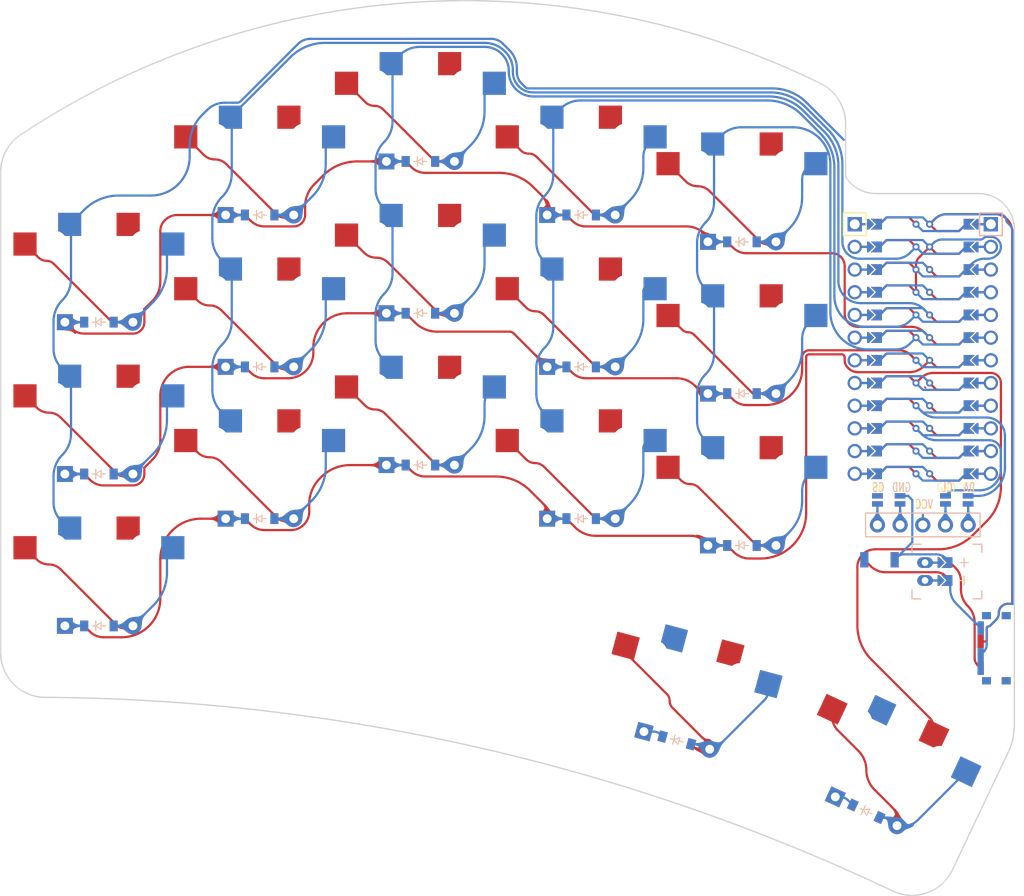
<source format=kicad_pcb>
(kicad_pcb (version 20211014) (generator pcbnew)
  (title_block (title "3x5_2") (rev "v1.0.0") (company "Unknown"))
  (layers (0 "F.Cu" signal) (31 "B.Cu" signal) (34 "B.Paste" user) (35 "F.Paste" user) (36 "B.SilkS" user "B.Silkscreen") (37 "F.SilkS" user "F.Silkscreen") (38 "B.Mask" user) (39 "F.Mask" user) (44 "Edge.Cuts" user))
  (net 0 "")
  (net 1 "P1")
  (net 2 "pinky_bot")
  (net 3 "pinky_mid")
  (net 4 "pinky_top")
  (net 5 "P0")
  (net 6 "ring_bot")
  (net 7 "ring_mid")
  (net 8 "ring_top")
  (net 9 "P21")
  (net 10 "middle_bot")
  (net 11 "middle_mid")
  (net 12 "middle_top")
  (net 13 "P2")
  (net 14 "index_bot")
  (net 15 "index_mid")
  (net 16 "index_top")
  (net 17 "P3")
  (net 18 "inner_bot")
  (net 19 "inner_mid")
  (net 20 "inner_top")
  (net 21 "P18")
  (net 22 "out_default")
  (net 23 "P5")
  (net 24 "in_default")
  (net 25 "P19")
  (net 26 "P4")
  (net 27 "P20")
  (net 28 "RAW")
  (net 29 "GND")
  (net 30 "RST")
  (net 31 "VCC")
  (net 32 "P15")
  (net 33 "P14")
  (net 34 "P16")
  (net 35 "P10")
  (net 36 "P6")
  (net 37 "P7")
  (net 38 "P8")
  (net 39 "P9")
  (net 40 "CS")
  (net 41 "DISP1_1")
  (net 42 "DISP1_2")
  (net 43 "DISP1_4")
  (net 44 "DISP1_5")
  (net 45 "pos")
  (net 46 "JST1_1")
  (net 47 "JST1_2")
  (footprint "PG1350" (layer "F.Cu") (at 18 -12)
    (fp_text reference "S4" hide)
    (fp_text value "" hide)
  )
  (footprint "ComboDiode" (layer "F.Cu") (at 72 -4)
    (fp_text reference "D13" hide)
    (fp_text value "" hide)
  )
  (footprint "ComboDiode" (layer "F.Cu") (at 54 -41)
    (fp_text reference "D12" hide)
    (fp_text value "" hide)
  )
  (footprint "ComboDiode" (layer "F.Cu") (at 64.705905 17.829629 -15)
    (fp_text reference "D16" hide)
    (fp_text value "" hide)
  )
  (footprint "PG1350" (layer "F.Cu") (at 36 -35)
    (fp_text reference "S8" hide)
    (fp_text value "" hide)
  )
  (footprint "ComboDiode" (layer "F.Cu") (at 72 -21)
    (fp_text reference "D14" hide)
    (fp_text value "" hide)
  )
  (footprint "PG1350" (layer "F.Cu") (at 18 -46)
    (fp_text reference "S6" hide)
    (fp_text value "" hide)
  )
  (footprint "PG1350" (layer "F.Cu") (at 18 -29)
    (fp_text reference "S5" hide)
    (fp_text value "" hide)
  )
  (footprint "nice!view" (layer "F.Cu") (at 92.25 -23)
    (fp_text reference "DISP1" hide)
    (fp_text value "")
  )
  (footprint "PG1350" (layer "F.Cu") (at 72 -26)
    (fp_text reference "S14" hide)
    (fp_text value "" hide)
  )
  (footprint "PG1350" (layer "F.Cu") (at 54 -29)
    (fp_text reference "S11" hide)
    (fp_text value "" hide)
  )
  (footprint "PG1350" (layer "F.Cu") (at 0 -34)
    (fp_text reference "S3" hide)
    (fp_text value "" hide)
  )
  (footprint "ComboDiode" (layer "F.Cu") (at 18 -7)
    (fp_text reference "D4" hide)
    (fp_text value "" hide)
  )
  (footprint "PG1350" (layer "F.Cu") (at 88.020322 21.229699 -25)
    (fp_text reference "S17" hide)
    (fp_text value "" hide)
  )
  (footprint "PG1350" (layer "F.Cu") (at 54 -46)
    (fp_text reference "S12" hide)
    (fp_text value "" hide)
  )
  (footprint "PG1350" (layer "F.Cu") (at 36 -18)
    (fp_text reference "S7" hide)
    (fp_text value "" hide)
  )
  (footprint "ComboDiode" (layer "F.Cu") (at 18 -41)
    (fp_text reference "D6" hide)
    (fp_text value "" hide)
  )
  (footprint "Button_Switch_SMD:SW_SPST_B3U-1000P" (layer "F.Cu") (at 87.4 -2.4)
    (fp_text reference "")
    (fp_text value "")
  )
  (footprint "PG1350" (layer "F.Cu") (at 0 -17)
    (fp_text reference "S2" hide)
    (fp_text value "" hide)
  )
  (footprint "ComboDiode" (layer "F.Cu") (at 0 -29)
    (fp_text reference "D3" hide)
    (fp_text value "" hide)
  )
  (footprint "Button_Switch_SMD:SW_SPDT_PCM12" (layer "F.Cu") (at 100.16 7.5 90)
    (fp_text reference "")
    (fp_text value "")
  )
  (footprint "PG1350" (layer "F.Cu") (at 36 -52)
    (fp_text reference "S9" hide)
    (fp_text value "" hide)
  )
  (footprint "ComboDiode" (layer "F.Cu") (at 36 -13)
    (fp_text reference "D7" hide)
    (fp_text value "" hide)
  )
  (footprint "ComboDiode" (layer "F.Cu") (at 36 -30)
    (fp_text reference "D8" hide)
    (fp_text value "" hide)
  )
  (footprint "PG1350" (layer "F.Cu") (at 72 -9)
    (fp_text reference "S13" hide)
    (fp_text value "" hide)
  )
  (footprint "PG1350" (layer "F.Cu") (at 66 13 -15)
    (fp_text reference "S16" hide)
    (fp_text value "" hide)
  )
  (footprint "PG1350" (layer "F.Cu") (at 54 -12)
    (fp_text reference "S10" hide)
    (fp_text value "" hide)
  )
  (footprint "ComboDiode" (layer "F.Cu") (at 72 -38)
    (fp_text reference "D15" hide)
    (fp_text value "" hide)
  )
  (footprint "ComboDiode" (layer "F.Cu") (at 54 -7)
    (fp_text reference "D10" hide)
    (fp_text value "" hide)
  )
  (footprint "JST_PH_S2B-PH-K" (layer "F.Cu") (at 92.5 -1.08 90)
    (fp_text reference "JST1" hide)
    (fp_text value "")
  )
  (footprint "PG1350" (layer "F.Cu") (at 0 0)
    (fp_text reference "S1" hide)
    (fp_text value "" hide)
  )
  (footprint "ComboDiode" (layer "F.Cu") (at 0 5)
    (fp_text reference "D1" hide)
    (fp_text value "" hide)
  )
  (footprint "PG1350" (layer "F.Cu") (at 72 -43)
    (fp_text reference "S15" hide)
    (fp_text value "" hide)
  )
  (footprint "ComboDiode" (layer "F.Cu") (at 0 -12)
    (fp_text reference "D2" hide)
    (fp_text value "" hide)
  )
  (footprint "ComboDiode" (layer "F.Cu") (at 18 -24)
    (fp_text reference "D5" hide)
    (fp_text value "" hide)
  )
  (footprint "ComboDiode" (layer "F.Cu") (at 54 -24)
    (fp_text reference "D11" hide)
    (fp_text value "" hide)
  )
  (footprint "ComboDiode" (layer "F.Cu") (at 36 -47)
    (fp_text reference "D9" hide)
    (fp_text value "" hide)
  )
  (footprint "ProMicro" (layer "F.Cu") (at 92.25 -26 -90)
    (fp_text reference "MCU1" hide)
    (fp_text value "")
  )
  (footprint "ComboDiode" (layer "F.Cu") (at 85.90723 25.761238 -25)
    (fp_text reference "D17" hide)
    (fp_text value "" hide)
  )
  (gr_arc (start 80.811765 -55.715694) (mid 82.846105 -53.871676) (end 83.6 -51.231489) (layer "Edge.Cuts") (width 0.15))
  (gr_line (start 83.6 -45.6) (end 83.6 -51.231489) (layer "Edge.Cuts") (width 0.15))
  (gr_arc (start -8.764706 -49.989827) (mid 35.258776 -64.816694) (end 80.811765 -55.715695) (layer "Edge.Cuts") (width 0.15))
  (gr_arc (start -6.032609 13.004785) (mid -9.547044 11.528877) (end -11 8.004891) (layer "Edge.Cuts") (width 0.15))
  (gr_arc (start -11 -45.823725) (mid -10.405879 -48.18767) (end -8.764706 -49.989826) (layer "Edge.Cuts") (width 0.15))
  (gr_arc (start 98.5 -43.4) (mid 101.328427 -42.228427) (end 102.5 -39.4) (layer "Edge.Cuts") (width 0.15))
  (gr_line (start -11 -43.5) (end -11 -45.823725) (layer "Edge.Cuts") (width 0.15))
  (gr_line (start 102.5 16.6) (end 102.5 -39.4) (layer "Edge.Cuts") (width 0.15))
  (gr_arc (start 95.569154 32.323078) (mid 92.731145 34.892116) (end 88.907838 34.700888) (layer "Edge.Cuts") (width 0.15))
  (gr_line (start 87 -43.4) (end 98.5 -43.4) (layer "Edge.Cuts") (width 0.15))
  (gr_line (start 102.443413 16.6) (end 102.5 16.6) (layer "Edge.Cuts") (width 0.15))
  (gr_line (start 101.867889 19.022059) (end 95.569153 32.323077) (layer "Edge.Cuts") (width 0.15))
  (gr_arc (start 102.443413 16.6) (mid 102.282652 17.841207) (end 101.867889 19.022059) (layer "Edge.Cuts") (width 0.15))
  (gr_line (start -11 8.004891) (end -11 -43.5) (layer "Edge.Cuts") (width 0.15))
  (gr_arc (start -6.032609 13.004785) (mid 42.625546 18.654543) (end 88.907838 34.700888) (layer "Edge.Cuts") (width 0.15))
  (gr_arc (start 83.8 -45) (mid 83.651317 -45.283772) (end 83.6 -45.6) (layer "Edge.Cuts") (width 0.15))
  (gr_arc (start 87 -43.4) (mid 85.211146 -43.822291) (end 83.8 -45) (layer "Edge.Cuts") (width 0.15))
  (segment (start 62.157768 16.843528) (end 61.025728 16.843528) (width 0.25) (layer "B.Cu") (net 0))
  (segment (start 83.868347 24.520443) (end 84.411822 25.063918) (width 0.25) (layer "B.Cu") (net 0))
  (segment (start 82.976581 24.151062) (end 82.454197 24.151062) (width 0.25) (layer "B.Cu") (net 0))
  (segment (start 62.832602 17.123053) (end 63.112127 17.402578) (width 0.25) (layer "B.Cu") (net 0))
  (arc (start 83.868347 24.520443) (mid 83.459201 24.24706) (end 82.976581 24.151062) (width 0.25) (layer "B.Cu") (net 0))
  (arc (start 62.832602 17.123053) (mid 62.522985 16.916174) (end 62.157768 16.843528) (width 0.25) (layer "B.Cu") (net 0))
  (segment (start -3.199999 -23.025) (end -2.596 -23.629) (width 0.25) (layer "B.Cu") (net 1))
  (segment (start -3.35 -23.025) (end -4.1775 -23.8525) (width 0.25) (layer "B.Cu") (net 1))
  (segment (start 12.120059 -52.760059) (end 11.5475 -52.1875) (width 0.25) (layer "B.Cu") (net 1))
  (segment (start 43.933895 -60.725001) (end 42.426104 -60.725001) (width 0.25) (layer "B.Cu") (net 1))
  (segment (start 21.13215 -58.993546) (end 15.881048 -53.742444) (width 0.25) (layer "B.Cu") (net 1))
  (segment (start -3.199999 -22.874999) (end -3.35 -23.025) (width 0.25) (layer "B.Cu") (net 1))
  (segment (start 46.8 -57.432792) (end 46.8 -57.014905) (width 0.25) (layer "B.Cu") (net 1))
  (segment (start -4.245 -6.785) (end -3.457729 -5.997729) (width 0.25) (layer "B.Cu") (net 1))
  (segment (start -3.199999 -40.025) (end -1.638792 -41.586207) (width 0.25) (layer "B.Cu") (net 1))
  (segment (start 47.742659 -55.310132) (end 47.338895 -55.713896) (width 0.25) (layer "B.Cu") (net 1))
  (segment (start 14.0875 -53.575) (end 15.003198 -53.575) (width 0.25) (layer "B.Cu") (net 1))
  (segment (start -3.199999 -39.874999) (end -2.596 -39.271) (width 0.25) (layer "B.Cu") (net 1))
  (segment (start 48.451104 -55.175001) (end 75.391619 -55.175001) (width 0.25) (layer "B.Cu") (net 1))
  (segment (start 48.451104 -55.175001) (end 48.068895 -55.175001) (width 0.25) (layer "B.Cu") (net 1))
  (segment (start 23.67982 -60.725001) (end 42.426104 -60.725001) (width 0.25) (layer "B.Cu") (net 1))
  (segment (start -5.08 -26.031327) (end -5.08 -29.097605) (width 0.25) (layer "B.Cu") (net 1))
  (segment (start 79.239375 -53.581208) (end 83.4 -49.420584) (width 0.25) (layer "B.Cu") (net 1))
  (segment (start -3.124999 -39.693932) (end -3.124999 -33.817395) (width 0.25) (layer "B.Cu") (net 1))
  (segment (start -5.08 -8.800868) (end -5.08 -11.775605) (width 0.25) (layer "B.Cu") (net 1))
  (segment (start 45.220875 -60.191916) (end 45.965613 -59.447178) (width 0.25) (layer "B.Cu") (net 1))
  (segment (start 22.286453 -60.147849) (end 21.13215 -58.993546) (width 0.25) (layer "B.Cu") (net 1))
  (segment (start -3.22727 -5.997729) (end -2.596 -6.629) (width 0.25) (layer "B.Cu") (net 1))
  (segment (start 2.208963 -43.18) (end 5.823948 -43.18) (width 0.25) (layer "B.Cu") (net 1))
  (segment (start 10.16 -47.516051) (end 10.16 -48.837778) (width 0.25) (layer "B.Cu") (net 1))
  (segment (start -3.199999 -22.874999) (end -2.596 -22.271) (width 0.25) (layer "B.Cu") (net 1))
  (segment (start -3.124999 -22.693932) (end -3.124999 -16.495395) (width 0.25) (layer "B.Cu") (net 1))
  (segment (start 15.476802 -53.575) (end 15.003198 -53.575) (width 0.25) (layer "B.Cu") (net 1))
  (arc (start -4.102499 -31.4575) (mid -4.825955 -30.374771) (end -5.08 -29.097605) (width 0.25) (layer "B.Cu") (net 1))
  (arc (start -5.08 -8.800868) (mid -4.86299 -7.709888) (end -4.245 -6.785) (width 0.25) (layer "B.Cu") (net 1))
  (arc (start -4.102499 -14.1355) (mid -4.825955 -13.052771) (end -5.08 -11.775605) (width 0.25) (layer "B.Cu") (net 1))
  (arc (start -3.199999 -39.874999) (mid -3.199999 -39.874999) (end -3.199999 -39.874999) (width 0.25) (layer "B.Cu") (net 1))
  (arc (start -3.199999 -23.025) (mid -3.231065 -22.949999) (end -3.199999 -22.874999) (width 0.25) (layer "B.Cu") (net 1))
  (arc (start 46.8 -57.014905) (mid 46.940054 -56.310804) (end 47.338895 -55.713896) (width 0.25) (layer "B.Cu") (net 1))
  (arc (start 10.16 -47.516051) (mid 9.829937 -45.856716) (end 8.89 -44.45) (width 0.25) (layer "B.Cu") (net 1))
  (arc (start 45.965613 -59.447178) (mid 46.583149 -58.522969) (end 46.8 -57.432792) (width 0.25) (layer "B.Cu") (net 1))
  (arc (start 23.67982 -60.725001) (mid 22.925735 -60.575004) (end 22.286453 -60.147849) (width 0.25) (layer "B.Cu") (net 1))
  (arc (start -3.199999 -39.874999) (mid -3.231065 -39.949999) (end -3.199999 -40.025) (width 0.25) (layer "B.Cu") (net 1))
  (arc (start 45.220875 -60.191916) (mid 44.630403 -60.586456) (end 43.933895 -60.725001) (width 0.25) (layer "B.Cu") (net 1))
  (arc (start -3.457729 -5.997729) (mid -3.404861 -5.962404) (end -3.3425 -5.95) (width 0.25) (layer "B.Cu") (net 1))
  (arc (start 8.89 -44.45) (mid 7.483283 -43.510062) (end 5.823948 -43.18) (width 0.25) (layer "B.Cu") (net 1))
  (arc (start -3.124999 -16.495395) (mid -3.379042 -15.218229) (end -4.102499 -14.1355) (width 0.25) (layer "B.Cu") (net 1))
  (arc (start 2.208963 -43.18) (mid 0.126572 -42.765786) (end -1.638792 -41.586207) (width 0.25) (layer "B.Cu") (net 1))
  (arc (start 11.5475 -52.1875) (mid 10.520599 -50.650634) (end 10.16 -48.837778) (width 0.25) (layer "B.Cu") (net 1))
  (arc (start -3.199999 -39.874999) (mid -3.14449 -39.791924) (end -3.124999 -39.693932) (width 0.25) (layer "B.Cu") (net 1))
  (arc (start 15.881048 -53.742444) (mid 15.695578 -53.618517) (end 15.476802 -53.575) (width 0.25) (layer "B.Cu") (net 1))
  (arc (start -3.35 -23.025) (mid -3.274999 -22.993933) (end -3.199999 -23.025) (width 0.25) (layer "B.Cu") (net 1))
  (arc (start -3.199999 -22.874999) (mid -3.199999 -22.874999) (end -3.199999 -22.874999) (width 0.25) (layer "B.Cu") (net 1))
  (arc (start 47.742659 -55.310132) (mid 47.892337 -55.21012) (end 48.068895 -55.175001) (width 0.25) (layer "B.Cu") (net 1))
  (arc (start -3.199999 -40.025) (mid -3.231065 -39.949999) (end -3.199999 -39.874999) (width 0.25) (layer "B.Cu") (net 1))
  (arc (start 14.0875 -53.575) (mid 13.022728 -53.363203) (end 12.120059 -52.760059) (width 0.25) (layer "B.Cu") (net 1))
  (arc (start -5.08 -26.031327) (mid -4.845447 -24.852154) (end -4.1775 -23.8525) (width 0.25) (layer "B.Cu") (net 1))
  (arc (start -3.124999 -33.817395) (mid -3.379042 -32.540229) (end -4.102499 -31.4575) (width 0.25) (layer "B.Cu") (net 1))
  (arc (start -3.22727 -5.997729) (mid -3.280138 -5.962404) (end -3.3425 -5.95) (width 0.25) (layer "B.Cu") (net 1))
  (arc (start 79.239375 -53.581208) (mid 77.474009 -54.760787) (end 75.391619 -55.175001) (width 0.25) (layer "B.Cu") (net 1))
  (arc (start -3.199999 -22.874999) (mid -3.14449 -22.791924) (end -3.124999 -22.693932) (width 0.25) (layer "B.Cu") (net 1))
  (segment (start 2.044999 5) (end 3.81 5) (width 0.25) (layer "F.Cu") (net 2))
  (segment (start -6.955077 -2.430077) (end -8.275 -3.75) (width 0.25) (layer "F.Cu") (net 2))
  (segment (start -4.274921 -1.31992) (end 2.044999 5) (width 0.25) (layer "F.Cu") (net 2))
  (arc (start -6.955077 -2.430077) (mid -6.340244 -2.019259) (end -5.614999 -1.874999) (width 0.25) (layer "F.Cu") (net 2))
  (arc (start -4.274921 -1.31992) (mid -4.889754 -1.730738) (end -5.614999 -1.874999) (width 0.25) (layer "F.Cu") (net 2))
  (segment (start 3.81 5) (end 1.65 5) (width 0.25) (layer "B.Cu") (net 2))
  (segment (start 3.81 5) (end 6.105023 2.704976) (width 0.25) (layer "B.Cu") (net 2))
  (segment (start 7.9475 -3.4225) (end 8.275 -3.75) (width 0.25) (layer "B.Cu") (net 2))
  (segment (start 7.62 -2.631845) (end 7.62 -0.9525) (width 0.25) (layer "B.Cu") (net 2))
  (arc (start 7.9475 -3.4225) (mid 7.705114 -3.059744) (end 7.62 -2.631845) (width 0.25) (layer "B.Cu") (net 2))
  (arc (start 7.62 -0.9525) (mid 7.22627 1.026911) (end 6.105023 2.704976) (width 0.25) (layer "B.Cu") (net 2))
  (segment (start -6.955077 -19.430077) (end -8.275 -20.75) (width 0.25) (layer "F.Cu") (net 3))
  (segment (start 2.044999 -12) (end 3.81 -12) (width 0.25) (layer "F.Cu") (net 3))
  (segment (start -4.274921 -18.31992) (end 2.044999 -12) (width 0.25) (layer "F.Cu") (net 3))
  (arc (start -4.274921 -18.31992) (mid -4.889754 -18.730738) (end -5.614999 -18.874999) (width 0.25) (layer "F.Cu") (net 3))
  (arc (start -6.955077 -19.430077) (mid -6.340244 -19.019259) (end -5.614999 -18.874999) (width 0.25) (layer "F.Cu") (net 3))
  (segment (start 7.62 -20.015944) (end 7.62 -18.063963) (width 0.25) (layer "B.Cu") (net 3))
  (segment (start 7.835 -20.535) (end 7.97045 -20.67045) (width 0.25) (layer "B.Cu") (net 3))
  (segment (start 3.81 -12) (end 1.65 -12) (width 0.25) (layer "B.Cu") (net 3))
  (segment (start 3.81 -12) (end 6.026207 -14.216207) (width 0.25) (layer "B.Cu") (net 3))
  (segment (start 8.1625 -20.75) (end 8.275 -20.75) (width 0.25) (layer "B.Cu") (net 3))
  (arc (start 7.835 -20.535) (mid 7.675876 -20.296855) (end 7.62 -20.015944) (width 0.25) (layer "B.Cu") (net 3))
  (arc (start 7.62 -18.063963) (mid 7.205786 -15.981572) (end 6.026207 -14.216207) (width 0.25) (layer "B.Cu") (net 3))
  (arc (start 8.1625 -20.75) (mid 8.058563 -20.729325) (end 7.97045 -20.67045) (width 0.25) (layer "B.Cu") (net 3))
  (segment (start -6.75532 -36.23032) (end -8.275 -37.75) (width 0.25) (layer "F.Cu") (net 4))
  (segment (start 1.48 -29) (end -5.039677 -35.519677) (width 0.25) (layer "F.Cu") (net 4))
  (segment (start 1.48 -29) (end 3.81 -29) (width 0.25) (layer "F.Cu") (net 4))
  (arc (start -5.039677 -35.519677) (mid -5.433249 -35.782653) (end -5.897499 -35.874999) (width 0.25) (layer "F.Cu") (net 4))
  (arc (start -6.75532 -36.23032) (mid -6.361748 -35.967343) (end -5.897499 -35.874999) (width 0.25) (layer "F.Cu") (net 4))
  (segment (start 3.81 -29) (end 1.65 -29) (width 0.25) (layer "B.Cu") (net 4))
  (segment (start 3.81 -29) (end 6.026207 -31.216207) (width 0.25) (layer "B.Cu") (net 4))
  (segment (start 8.032833 -37.992166) (end 8.275 -37.75) (width 0.25) (layer "B.Cu") (net 4))
  (segment (start 7.62 -35.063963) (end 7.62 -37.9475) (width 0.25) (layer "B.Cu") (net 4))
  (arc (start 8.032833 -37.992166) (mid 7.913391 -38.071974) (end 7.7725 -38.1) (width 0.25) (layer "B.Cu") (net 4))
  (arc (start 7.7725 -38.1) (mid 7.664666 -38.055333) (end 7.62 -37.9475) (width 0.25) (layer "B.Cu") (net 4))
  (arc (start 7.62 -35.063963) (mid 7.205786 -32.981572) (end 6.026207 -31.216207) (width 0.25) (layer "B.Cu") (net 4))
  (segment (start 14.3855 -18.2895) (end 13.7125 -18.9625) (width 0.25) (layer "B.Cu") (net 5))
  (segment (start 14.8 -35.025) (end 15.404 -35.629) (width 0.25) (layer "B.Cu") (net 5))
  (segment (start 81.656207 -50.52798) (end 79.052979 -53.131208) (width 0.25) (layer "B.Cu") (net 5))
  (segment (start 75.205223 -54.725001) (end 48.639904 -54.725001) (width 0.25) (layer "B.Cu") (net 5))
  (segment (start 14.8 -34.874999) (end 15.404 -34.271) (width 0.25) (layer "B.Cu") (net 5))
  (segment (start 14.875001 -29.112958) (end 14.875001 -34.693932) (width 0.25) (layer "B.Cu") (net 5))
  (segment (start 14.8 -34.874999) (end 14.649999 -35.025) (width 0.25) (layer "B.Cu") (net 5))
  (segment (start 83.25 -46.680224) (end 83.25 -38.006025) (width 0.25) (layer "B.Cu") (net 5))
  (segment (start 14.875001 -51.693932) (end 14.875001 -45.650958) (width 0.25) (layer "B.Cu") (net 5))
  (segment (start 90.826 -36.768) (end 91.488 -37.43) (width 0.25) (layer "B.Cu") (net 5))
  (segment (start 46.35 -57.246396) (end 46.35 -57.014905) (width 0.25) (layer "B.Cu") (net 5))
  (segment (start 12.7 -21.406891) (end 12.7 -23.862042) (width 0.25) (layer "B.Cu") (net 5))
  (segment (start 14.649999 -35.025) (end 13.7125 -35.9625) (width 0.25) (layer "B.Cu") (net 5))
  (segment (start 43.194233 -60.275001) (end 25.303964 -60.275001) (width 0.25) (layer "B.Cu") (net 5))
  (segment (start 12.7 -40.400042) (end 12.7 -38.406891) (width 0.25) (layer "B.Cu") (net 5))
  (segment (start 14.8 -52.025) (end 21.456208 -58.681208) (width 0.25) (layer "B.Cu") (net 5))
  (segment (start 14.8 -51.874999) (end 15.404 -51.271) (width 0.25) (layer "B.Cu") (net 5))
  (segment (start 45.515613 -59.260781) (end 45.425697 -59.350698) (width 0.25) (layer "B.Cu") (net 5))
  (segment (start 15.0645 -18.2895) (end 15.404 -18.629) (width 0.25) (layer "B.Cu") (net 5))
  (segment (start 89.22779 -36.106) (end 85.150025 -36.106) (width 0.25) (layer "B.Cu") (net 5))
  (arc (start 45.425697 -59.350698) (mid 44.401892 -60.034782) (end 43.194233 -60.275001) (width 0.25) (layer "B.Cu") (net 5))
  (arc (start 14.8 -34.874999) (mid 14.799999 -34.874999) (end 14.8 -34.874999) (width 0.25) (layer "B.Cu") (net 5))
  (arc (start 14.649999 -35.025) (mid 14.724999 -34.993933) (end 14.8 -35.025) (width 0.25) (layer "B.Cu") (net 5))
  (arc (start 14.8 -51.874999) (mid 14.768933 -51.949999) (end 14.8 -52.025) (width 0.25) (layer "B.Cu") (net 5))
  (arc (start 13.7875 -26.4875) (mid 12.982632 -25.282929) (end 12.7 -23.862042) (width 0.25) (layer "B.Cu") (net 5))
  (arc (start 14.3855 -18.2895) (mid 14.725 -18.148874) (end 15.0645 -18.2895) (width 0.25) (layer "B.Cu") (net 5))
  (arc (start 14.8 -34.874999) (mid 14.855508 -34.791924) (end 14.875001 -34.693932) (width 0.25) (layer "B.Cu") (net 5))
  (arc (start 14.8 -35.025) (mid 14.768933 -34.949999) (end 14.8 -34.874999) (width 0.25) (layer "B.Cu") (net 5))
  (arc (start 79.052979 -53.131208) (mid 77.287613 -54.310787) (end 75.205223 -54.725001) (width 0.25) (layer "B.Cu") (net 5))
  (arc (start 14.8 -52.025) (mid 14.768933 -51.949999) (end 14.8 -51.874999) (width 0.25) (layer "B.Cu") (net 5))
  (arc (start 14.875001 -29.112958) (mid 14.592368 -27.69207) (end 13.7875 -26.4875) (width 0.25) (layer "B.Cu") (net 5))
  (arc (start 14.8 -51.874999) (mid 14.799999 -51.874999) (end 14.8 -51.874999) (width 0.25) (layer "B.Cu") (net 5))
  (arc (start 83.806504 -36.662504) (mid 84.422916 -36.25063) (end 85.150025 -36.106) (width 0.25) (layer "B.Cu") (net 5))
  (arc (start 45.515613 -59.260781) (mid 46.133149 -58.336573) (end 46.35 -57.246396) (width 0.25) (layer "B.Cu") (net 5))
  (arc (start 13.7875 -43.0255) (mid 12.982632 -41.820929) (end 12.7 -40.400042) (width 0.25) (layer "B.Cu") (net 5))
  (arc (start 47.020697 -55.395698) (mid 47.763595 -54.899309) (end 48.639904 -54.725001) (width 0.25) (layer "B.Cu") (net 5))
  (arc (start 12.7 -21.406891) (mid 12.96314 -20.083996) (end 13.7125 -18.9625) (width 0.25) (layer "B.Cu") (net 5))
  (arc (start 25.303964 -60.275001) (mid 23.221573 -59.860787) (end 21.456208 -58.681208) (width 0.25) (layer "B.Cu") (net 5))
  (arc (start 12.7 -38.406891) (mid 12.96314 -37.083996) (end 13.7125 -35.9625) (width 0.25) (layer "B.Cu") (net 5))
  (arc (start 14.8 -51.874999) (mid 14.855508 -51.791924) (end 14.875001 -51.693932) (width 0.25) (layer "B.Cu") (net 5))
  (arc (start 83.25 -38.006025) (mid 83.39463 -37.278916) (end 83.806504 -36.662504) (width 0.25) (layer "B.Cu") (net 5))
  (arc (start 14.875001 -45.650958) (mid 14.592368 -44.23007) (end 13.7875 -43.0255) (width 0.25) (layer "B.Cu") (net 5))
  (arc (start 81.656207 -50.52798) (mid 82.835786 -48.762614) (end 83.25 -46.680224) (width 0.25) (layer "B.Cu") (net 5))
  (arc (start 46.35 -57.014905) (mid 46.524308 -56.138596) (end 47.020697 -55.395698) (width 0.25) (layer "B.Cu") (net 5))
  (arc (start 90.826 -36.768) (mid 90.092735 -36.278048) (end 89.22779 -36.106) (width 0.25) (layer "B.Cu") (net 5))
  (segment (start 20.044999 -7) (end 21.81 -7) (width 0.25) (layer "F.Cu") (net 6))
  (segment (start 11.044922 -14.430077) (end 9.725 -15.75) (width 0.25) (layer "F.Cu") (net 6))
  (segment (start 13.725078 -13.31992) (end 20.044999 -7) (width 0.25) (layer "F.Cu") (net 6))
  (arc (start 13.725078 -13.31992) (mid 13.110245 -13.730738) (end 12.385 -13.874999) (width 0.25) (layer "F.Cu") (net 6))
  (arc (start 11.044922 -14.430077) (mid 11.659755 -14.019259) (end 12.385 -13.874999) (width 0.25) (layer "F.Cu") (net 6))
  (segment (start 21.81 -7) (end 19.65 -7) (width 0.25) (layer "B.Cu") (net 6))
  (segment (start 26.0925 -15.75) (end 26.275 -15.75) (width 0.25) (layer "B.Cu") (net 6))
  (segment (start 25.4 -14.879375) (end 25.4 -12.843963) (width 0.25) (layer "B.Cu") (net 6))
  (segment (start 25.780953 -15.620953) (end 25.655 -15.495) (width 0.25) (layer "B.Cu") (net 6))
  (segment (start 21.81 -7) (end 23.806207 -8.996207) (width 0.25) (layer "B.Cu") (net 6))
  (arc (start 25.655 -15.495) (mid 25.466272 -15.212548) (end 25.4 -14.879375) (width 0.25) (layer "B.Cu") (net 6))
  (arc (start 25.4 -12.843963) (mid 24.985786 -10.761572) (end 23.806207 -8.996207) (width 0.25) (layer "B.Cu") (net 6))
  (arc (start 26.0925 -15.75) (mid 25.923891 -15.716461) (end 25.780953 -15.620953) (width 0.25) (layer "B.Cu") (net 6))
  (segment (start 11.044922 -31.430077) (end 9.725 -32.75) (width 0.25) (layer "F.Cu") (net 7))
  (segment (start 13.725078 -30.31992) (end 20.044999 -24) (width 0.25) (layer "F.Cu") (net 7))
  (segment (start 20.044999 -24) (end 21.81 -24) (width 0.25) (layer "F.Cu") (net 7))
  (arc (start 11.044922 -31.430077) (mid 11.659755 -31.019259) (end 12.385 -30.874999) (width 0.25) (layer "F.Cu") (net 7))
  (arc (start 13.725078 -30.31992) (mid 13.110245 -30.730738) (end 12.385 -30.874999) (width 0.25) (layer "F.Cu") (net 7))
  (segment (start 25.4 -32.7175) (end 25.4 -29.843963) (width 0.25) (layer "B.Cu") (net 7))
  (segment (start 26.14 -32.885) (end 26.275 -32.75) (width 0.25) (layer "B.Cu") (net 7))
  (segment (start 21.81 -24) (end 19.65 -24) (width 0.25) (layer "B.Cu") (net 7))
  (segment (start 25.7025 -33.02) (end 25.814081 -33.02) (width 0.25) (layer "B.Cu") (net 7))
  (segment (start 21.81 -24) (end 23.806207 -25.996207) (width 0.25) (layer "B.Cu") (net 7))
  (arc (start 25.4 -29.843963) (mid 24.985786 -27.761572) (end 23.806207 -25.996207) (width 0.25) (layer "B.Cu") (net 7))
  (arc (start 26.14 -32.885) (mid 25.990467 -32.984914) (end 25.814081 -33.02) (width 0.25) (layer "B.Cu") (net 7))
  (arc (start 25.7025 -33.02) (mid 25.4886 -32.931399) (end 25.4 -32.7175) (width 0.25) (layer "B.Cu") (net 7))
  (segment (start 14.259125 -46.700874) (end 19.96 -41) (width 0.25) (layer "F.Cu") (net 8))
  (segment (start 11.724072 -47.750927) (end 9.725 -49.75) (width 0.25) (layer "F.Cu") (net 8))
  (segment (start 19.96 -41) (end 21.81 -41) (width 0.25) (layer "F.Cu") (net 8))
  (arc (start 14.259125 -46.700874) (mid 13.677579 -47.08945) (end 12.991599 -47.225901) (width 0.25) (layer "F.Cu") (net 8))
  (arc (start 11.724072 -47.750927) (mid 12.305618 -47.36235) (end 12.991599 -47.225901) (width 0.25) (layer "F.Cu") (net 8))
  (segment (start 21.81 -41) (end 19.65 -41) (width 0.25) (layer "B.Cu") (net 8))
  (segment (start 25.4 -48.256281) (end 25.4 -46.7325) (width 0.25) (layer "B.Cu") (net 8))
  (segment (start 25.8375 -49.3125) (end 26.275 -49.75) (width 0.25) (layer "B.Cu") (net 8))
  (segment (start 21.81 -41) (end 23.885023 -43.075023) (width 0.25) (layer "B.Cu") (net 8))
  (arc (start 25.4 -46.7325) (mid 25.00627 -44.753087) (end 23.885023 -43.075023) (width 0.25) (layer "B.Cu") (net 8))
  (arc (start 25.8375 -49.3125) (mid 25.513702 -48.827902) (end 25.4 -48.256281) (width 0.25) (layer "B.Cu") (net 8))
  (segment (start 32.649999 -41.025) (end 31.8505 -41.8245) (width 0.25) (layer "B.Cu") (net 9))
  (segment (start 30.976 -43.935729) (end 30.976 -46.871203) (width 0.25) (layer "B.Cu") (net 9))
  (segment (start 82.8 -46.493828) (end 82.8 -33.617855) (width 0.25) (layer "B.Cu") (net 9))
  (segment (start 81.206207 -50.341584) (end 78.866583 -52.681208) (width 0.25) (layer "B.Cu") (net 9))
  (segment (start 92.35 -30.472) (end 93.012 -29.81) (width 0.25) (layer "B.Cu") (net 9))
  (segment (start 45.9 -57.119235) (end 45.9 -57.014905) (width 0.25) (layer "B.Cu") (net 9))
  (segment (start 33.0645 -24.2895) (end 33.404 -24.629) (width 0.25) (layer "B.Cu") (net 9))
  (segment (start 30.976 -26.935729) (end 30.976 -29.871203) (width 0.25) (layer "B.Cu") (net 9))
  (segment (start 32.875001 -51.455797) (end 32.875001 -57.693932) (width 0.25) (layer "B.Cu") (net 9))
  (segment (start 32.8 -57.874999) (end 33.404 -57.271) (width 0.25) (layer "B.Cu") (net 9))
  (segment (start 32.8 -41.025) (end 33.404 -41.629) (width 0.25) (layer "B.Cu") (net 9))
  (segment (start 32.875001 -34.455797) (end 32.875001 -40.693932) (width 0.25) (layer "B.Cu") (net 9))
  (segment (start 32.8 -58.025) (end 33.6625 -58.8875) (width 0.25) (layer "B.Cu") (net 9))
  (segment (start 43.194234 -59.825001) (end 35.925826 -59.825001) (width 0.25) (layer "B.Cu") (net 9))
  (segment (start 75.018827 -54.275001) (end 48.639904 -54.275001) (width 0.25) (layer "B.Cu") (net 9))
  (segment (start 32.8 -40.874999) (end 32.649999 -41.025) (width 0.25) (layer "B.Cu") (net 9))
  (segment (start 32.3855 -24.2895) (end 31.8505 -24.8245) (width 0.25) (layer "B.Cu") (net 9))
  (segment (start 90.75179 -31.134) (end 85.283855 -31.134) (width 0.25) (layer "B.Cu") (net 9))
  (segment (start 32.8 -40.874999) (end 33.404 -40.271) (width 0.25) (layer "B.Cu") (net 9))
  (arc (start 35.925826 -59.825001) (mid 34.700923 -59.581352) (end 33.6625 -58.8875) (width 0.25) (layer "B.Cu") (net 9))
  (arc (start 32.875001 -51.455797) (mid 32.628233 -50.215215) (end 31.9255 -49.1635) (width 0.25) (layer "B.Cu") (net 9))
  (arc (start 30.976 -43.935729) (mid 31.203275 -42.79314) (end 31.8505 -41.8245) (width 0.25) (layer "B.Cu") (net 9))
  (arc (start 32.8 -58.025) (mid 32.768933 -57.949999) (end 32.8 -57.874999) (width 0.25) (layer "B.Cu") (net 9))
  (arc (start 32.8 -41.025) (mid 32.768933 -40.949999) (end 32.8 -40.874999) (width 0.25) (layer "B.Cu") (net 9))
  (arc (start 32.8 -40.874999) (mid 32.799999 -40.874999) (end 32.8 -40.874999) (width 0.25) (layer "B.Cu") (net 9))
  (arc (start 32.8 -57.874999) (mid 32.799999 -57.874999) (end 32.8 -57.874999) (width 0.25) (layer "B.Cu") (net 9))
  (arc (start 45.107499 -59.0325) (mid 44.229685 -59.619036) (end 43.194234 -59.825001) (width 0.25) (layer "B.Cu") (net 9))
  (arc (start 92.35 -30.472) (mid 91.616735 -30.961951) (end 90.75179 -31.134) (width 0.25) (layer "B.Cu") (net 9))
  (arc (start 30.976 -26.935729) (mid 31.203275 -25.79314) (end 31.8505 -24.8245) (width 0.25) (layer "B.Cu") (net 9))
  (arc (start 83.527504 -31.861504) (mid 84.333324 -31.323072) (end 85.283855 -31.134) (width 0.25) (layer "B.Cu") (net 9))
  (arc (start 78.866583 -52.681208) (mid 77.101217 -53.860787) (end 75.018827 -54.275001) (width 0.25) (layer "B.Cu") (net 9))
  (arc (start 32.8 -57.874999) (mid 32.768933 -57.949999) (end 32.8 -58.025) (width 0.25) (layer "B.Cu") (net 9))
  (arc (start 82.8 -33.617855) (mid 82.989072 -32.667324) (end 83.527504 -31.861504) (width 0.25) (layer "B.Cu") (net 9))
  (arc (start 32.8 -40.874999) (mid 32.855508 -40.791924) (end 32.875001 -40.693932) (width 0.25) (layer "B.Cu") (net 9))
  (arc (start 32.8 -57.874999) (mid 32.855508 -57.791924) (end 32.875001 -57.693932) (width 0.25) (layer "B.Cu") (net 9))
  (arc (start 45.9 -57.014905) (mid 46.108562 -55.966389) (end 46.702499 -55.0775) (width 0.25) (layer "B.Cu") (net 9))
  (arc (start 31.9255 -32.1635) (mid 31.222767 -31.111785) (end 30.976 -29.871203) (width 0.25) (layer "B.Cu") (net 9))
  (arc (start 31.9255 -49.1635) (mid 31.222767 -48.111785) (end 30.976 -46.871203) (width 0.25) (layer "B.Cu") (net 9))
  (arc (start 46.702499 -55.0775) (mid 47.591388 -54.483563) (end 48.639904 -54.275001) (width 0.25) (layer "B.Cu") (net 9))
  (arc (start 32.649999 -41.025) (mid 32.724999 -40.993933) (end 32.8 -41.025) (width 0.25) (layer "B.Cu") (net 9))
  (arc (start 32.3855 -24.2895) (mid 32.724999 -24.148874) (end 33.0645 -24.2895) (width 0.25) (layer "B.Cu") (net 9))
  (arc (start 81.206207 -50.341584) (mid 82.385786 -48.576218) (end 82.8 -46.493828) (width 0.25) (layer "B.Cu") (net 9))
  (arc (start 32.875001 -34.455797) (mid 32.628233 -33.215215) (end 31.9255 -32.1635) (width 0.25) (layer "B.Cu") (net 9))
  (arc (start 45.107499 -59.0325) (mid 45.694035 -58.154686) (end 45.9 -57.119235) (width 0.25) (layer "B.Cu") (net 9))
  (segment (start 37.8 -13) (end 39.81 -13) (width 0.25) (layer "F.Cu") (net 10))
  (segment (start 32.042557 -18.757442) (end 37.8 -13) (width 0.25) (layer "F.Cu") (net 10))
  (segment (start 29.78064 -19.694359) (end 27.725 -21.75) (width 0.25) (layer "F.Cu") (net 10))
  (arc (start 32.042557 -18.757442) (mid 31.523669 -19.104152) (end 30.911599 -19.225901) (width 0.25) (layer "F.Cu") (net 10))
  (arc (start 29.78064 -19.694359) (mid 30.299528 -19.347649) (end 30.911599 -19.225901) (width 0.25) (layer "F.Cu") (net 10))
  (segment (start 43.7275 -21.2025) (end 44.275 -21.75) (width 0.25) (layer "B.Cu") (net 10))
  (segment (start 43.18 -19.880718) (end 43.18 -18.5125) (width 0.25) (layer "B.Cu") (net 10))
  (segment (start 39.81 -13) (end 37.65 -13) (width 0.25) (layer "B.Cu") (net 10))
  (segment (start 39.81 -13) (end 41.665023 -14.855023) (width 0.25) (layer "B.Cu") (net 10))
  (arc (start 43.7275 -21.2025) (mid 43.32229 -20.596061) (end 43.18 -19.880718) (width 0.25) (layer "B.Cu") (net 10))
  (arc (start 43.18 -18.5125) (mid 42.78627 -16.533087) (end 41.665023 -14.855023) (width 0.25) (layer "B.Cu") (net 10))
  (segment (start 38.044999 -30) (end 39.81 -30) (width 0.25) (layer "F.Cu") (net 11))
  (segment (start 32.374176 -35.670822) (end 38.044999 -30) (width 0.25) (layer "F.Cu") (net 11))
  (segment (start 29.69402 -36.780979) (end 27.725 -38.75) (width 0.25) (layer "F.Cu") (net 11))
  (arc (start 29.69402 -36.780979) (mid 30.308853 -36.370161) (end 31.034098 -36.225901) (width 0.25) (layer "F.Cu") (net 11))
  (arc (start 32.374176 -35.670822) (mid 31.759343 -36.08164) (end 31.034098 -36.225901) (width 0.25) (layer "F.Cu") (net 11))
  (segment (start 43.18 -35.623963) (end 43.18 -37.64038) (width 0.25) (layer "B.Cu") (net 11))
  (segment (start 39.81 -30) (end 37.65 -30) (width 0.25) (layer "B.Cu") (net 11))
  (segment (start 39.81 -30) (end 41.586207 -31.776207) (width 0.25) (layer "B.Cu") (net 11))
  (segment (start 44.0525 -38.75) (end 44.275 -38.75) (width 0.25) (layer "B.Cu") (net 11))
  (segment (start 43.672668 -38.592668) (end 43.505 -38.425) (width 0.25) (layer "B.Cu") (net 11))
  (arc (start 43.18 -35.623963) (mid 42.765786 -33.541572) (end 41.586207 -31.776207) (width 0.25) (layer "B.Cu") (net 11))
  (arc (start 44.0525 -38.75) (mid 43.846936 -38.70911) (end 43.672668 -38.592668) (width 0.25) (layer "B.Cu") (net 11))
  (arc (start 43.505 -38.425) (mid 43.264464 -38.065013) (end 43.18 -37.64038) (width 0.25) (layer "B.Cu") (net 11))
  (segment (start 29.833673 -53.641326) (end 27.725 -55.75) (width 0.25) (layer "F.Cu") (net 12))
  (segment (start 37.65 -47) (end 39.81 -47) (width 0.25) (layer "F.Cu") (net 12))
  (segment (start 37.65 -47) (end 31.839524 -52.810475) (width 0.25) (layer "F.Cu") (net 12))
  (arc (start 31.839524 -52.810475) (mid 31.379378 -53.117935) (end 30.836599 -53.225901) (width 0.25) (layer "F.Cu") (net 12))
  (arc (start 29.833673 -53.641326) (mid 30.293819 -53.333866) (end 30.836599 -53.225901) (width 0.25) (layer "F.Cu") (net 12))
  (segment (start 43.6625 -55.88) (end 44.053076 -55.88) (width 0.25) (layer "B.Cu") (net 12))
  (segment (start 39.81 -47) (end 37.65 -47) (width 0.25) (layer "B.Cu") (net 12))
  (segment (start 43.18 -55.3975) (end 43.18 -52.623963) (width 0.25) (layer "B.Cu") (net 12))
  (segment (start 39.81 -47) (end 41.586207 -48.776207) (width 0.25) (layer "B.Cu") (net 12))
  (segment (start 44.21 -55.815) (end 44.275 -55.75) (width 0.25) (layer "B.Cu") (net 12))
  (arc (start 43.18 -52.623963) (mid 42.765786 -50.541572) (end 41.586207 -48.776207) (width 0.25) (layer "B.Cu") (net 12))
  (arc (start 43.6625 -55.88) (mid 43.32132 -55.738679) (end 43.18 -55.3975) (width 0.25) (layer "B.Cu") (net 12))
  (arc (start 44.21 -55.815) (mid 44.138002 -55.863107) (end 44.053076 -55.88) (width 0.25) (layer "B.Cu") (net 12))
  (segment (start 85.786421 -28.486) (end 89.22779 -28.486) (width 0.25) (layer "B.Cu") (net 13))
  (segment (start 50.8 -52.025) (end 51.6625 -52.8875) (width 0.25) (layer "B.Cu") (net 13))
  (segment (start 82.35 -31.922421) (end 82.35 -46.307432) (width 0.25) (layer "B.Cu") (net 13))
  (segment (start 50.649999 -35.025) (end 49.8505 -35.8245) (width 0.25) (layer "B.Cu") (net 13))
  (segment (start 50.875001 -51.693932) (end 50.875001 -45.455797) (width 0.25) (layer "B.Cu") (net 13))
  (segment (start 51.0645 -18.2895) (end 51.404 -18.629) (width 0.25) (layer "B.Cu") (net 13))
  (segment (start 50.875001 -34.693932) (end 50.875001 -28.455797) (width 0.25) (layer "B.Cu") (net 13))
  (segment (start 48.976 -20.935729) (end 48.976 -23.871203) (width 0.25) (layer "B.Cu") (net 13))
  (segment (start 50.8 -35.025) (end 51.404 -35.629) (width 0.25) (layer "B.Cu") (net 13))
  (segment (start 90.826 -29.148) (end 91.488 -29.81) (width 0.25) (layer "B.Cu") (net 13))
  (segment (start 50.8 -34.874999) (end 51.404 -34.271) (width 0.25) (layer "B.Cu") (net 13))
  (segment (start 50.8 -51.874999) (end 51.404 -51.271) (width 0.25) (layer "B.Cu") (net 13))
  (segment (start 50.8 -34.874999) (end 50.649999 -35.025) (width 0.25) (layer "B.Cu") (net 13))
  (segment (start 80.756207 -50.155188) (end 78.680187 -52.231208) (width 0.25) (layer "B.Cu") (net 13))
  (segment (start 48.976 -40.871203) (end 48.976 -37.935729) (width 0.25) (layer "B.Cu") (net 13))
  (segment (start 74.832431 -53.825001) (end 53.925826 -53.825001) (width 0.25) (layer "B.Cu") (net 13))
  (segment (start 50.3855 -18.2895) (end 49.8505 -18.8245) (width 0.25) (layer "B.Cu") (net 13))
  (arc (start 48.976 -37.935729) (mid 49.203275 -36.79314) (end 49.8505 -35.8245) (width 0.25) (layer "B.Cu") (net 13))
  (arc (start 50.8 -35.025) (mid 50.768933 -34.949999) (end 50.8 -34.874999) (width 0.25) (layer "B.Cu") (net 13))
  (arc (start 83.356504 -29.492504) (mid 84.471359 -28.747581) (end 85.786421 -28.486) (width 0.25) (layer "B.Cu") (net 13))
  (arc (start 90.826 -29.148) (mid 90.092735 -28.658048) (end 89.22779 -28.486) (width 0.25) (layer "B.Cu") (net 13))
  (arc (start 82.35 -31.922421) (mid 82.611581 -30.607359) (end 83.356504 -29.492504) (width 0.25) (layer "B.Cu") (net 13))
  (arc (start 50.875001 -45.455797) (mid 50.628233 -44.215215) (end 49.9255 -43.1635) (width 0.25) (layer "B.Cu") (net 13))
  (arc (start 48.976 -20.935729) (mid 49.203275 -19.79314) (end 49.8505 -18.8245) (width 0.25) (layer "B.Cu") (net 13))
  (arc (start 78.680187 -52.231208) (mid 76.914821 -53.410787) (end 74.832431 -53.825001) (width 0.25) (layer "B.Cu") (net 13))
  (arc (start 53.925826 -53.825001) (mid 52.700923 -53.581352) (end 51.6625 -52.8875) (width 0.25) (layer "B.Cu") (net 13))
  (arc (start 50.649999 -35.025) (mid 50.724999 -34.993933) (end 50.8 -35.025) (width 0.25) (layer "B.Cu") (net 13))
  (arc (start 50.8 -51.874999) (mid 50.799999 -51.874999) (end 50.8 -51.874999) (width 0.25) (layer "B.Cu") (net 13))
  (arc (start 49.9255 -43.1635) (mid 49.222767 -42.111785) (end 48.976 -40.871203) (width 0.25) (layer "B.Cu") (net 13))
  (arc (start 50.8 -52.025) (mid 50.768933 -51.949999) (end 50.8 -51.874999) (width 0.25) (layer "B.Cu") (net 13))
  (arc (start 50.875001 -28.455797) (mid 50.628233 -27.215215) (end 49.9255 -26.1635) (width 0.25) (layer "B.Cu") (net 13))
  (arc (start 50.8 -51.874999) (mid 50.768933 -51.949999) (end 50.8 -52.025) (width 0.25) (layer "B.Cu") (net 13))
  (arc (start 50.8 -34.874999) (mid 50.855508 -34.791924) (end 50.875001 -34.693932) (width 0.25) (layer "B.Cu") (net 13))
  (arc (start 50.3855 -18.2895) (mid 50.725 -18.148874) (end 51.0645 -18.2895) (width 0.25) (layer "B.Cu") (net 13))
  (arc (start 80.756207 -50.155188) (mid 81.935786 -48.389822) (end 82.35 -46.307432) (width 0.25) (layer "B.Cu") (net 13))
  (arc (start 49.9255 -26.1635) (mid 49.222767 -25.111785) (end 48.976 -23.871203) (width 0.25) (layer "B.Cu") (net 13))
  (arc (start 50.8 -51.874999) (mid 50.855508 -51.791924) (end 50.875001 -51.693932) (width 0.25) (layer "B.Cu") (net 13))
  (arc (start 50.8 -34.874999) (mid 50.799999 -34.874999) (end 50.8 -34.874999) (width 0.25) (layer "B.Cu") (net 13))
  (segment (start 47.833673 -13.641326) (end 45.725 -15.75) (width 0.25) (layer "F.Cu") (net 14))
  (segment (start 49.839524 -12.810475) (end 55.65 -7) (width 0.25) (layer "F.Cu") (net 14))
  (segment (start 55.65 -7) (end 57.81 -7) (width 0.25) (layer "F.Cu") (net 14))
  (arc (start 49.839524 -12.810475) (mid 49.379378 -13.117935) (end 48.836599 -13.225901) (width 0.25) (layer "F.Cu") (net 14))
  (arc (start 47.833673 -13.641326) (mid 48.293819 -13.333866) (end 48.836599 -13.225901) (width 0.25) (layer "F.Cu") (net 14))
  (segment (start 57.81 -7) (end 55.65 -7) (width 0.25) (layer "B.Cu") (net 14))
  (segment (start 57.81 -7) (end 59.385 -8.575) (width 0.25) (layer "B.Cu") (net 14))
  (segment (start 60.96 -12.377386) (end 60.96 -14.879375) (width 0.25) (layer "B.Cu") (net 14))
  (segment (start 61.830624 -15.75) (end 62.275 -15.75) (width 0.25) (layer "B.Cu") (net 14))
  (arc (start 61.215 -15.495) (mid 61.026272 -15.212548) (end 60.96 -14.879375) (width 0.25) (layer "B.Cu") (net 14))
  (arc (start 60.96 -12.377386) (mid 60.55067 -10.319549) (end 59.385 -8.575) (width 0.25) (layer "B.Cu") (net 14))
  (arc (start 61.830624 -15.75) (mid 61.49745 -15.683727) (end 61.215 -15.495) (width 0.25) (layer "B.Cu") (net 14))
  (segment (start 47.833673 -30.641326) (end 45.725 -32.75) (width 0.25) (layer "F.Cu") (net 15))
  (segment (start 55.65 -24) (end 57.81 -24) (width 0.25) (layer "F.Cu") (net 15))
  (segment (start 49.839524 -29.810475) (end 55.65 -24) (width 0.25) (layer "F.Cu") (net 15))
  (arc (start 47.833673 -30.641326) (mid 48.293819 -30.333866) (end 48.836599 -30.225901) (width 0.25) (layer "F.Cu") (net 15))
  (arc (start 49.839524 -29.810475) (mid 49.379378 -30.117935) (end 48.836599 -30.225901) (width 0.25) (layer "F.Cu") (net 15))
  (segment (start 60.96 -29.377386) (end 60.96 -32.4975) (width 0.25) (layer "B.Cu") (net 15))
  (segment (start 59.385 -25.575) (end 57.81 -24) (width 0.25) (layer "B.Cu") (net 15))
  (segment (start 62.14 -32.885) (end 62.275 -32.75) (width 0.25) (layer "B.Cu") (net 15))
  (segment (start 61.814081 -33.02) (end 61.4825 -33.02) (width 0.25) (layer "B.Cu") (net 15))
  (segment (start 57.81 -24) (end 55.65 -24) (width 0.25) (layer "B.Cu") (net 15))
  (arc (start 60.96 -29.377386) (mid 60.55067 -27.319549) (end 59.385 -25.575) (width 0.25) (layer "B.Cu") (net 15))
  (arc (start 61.4825 -33.02) (mid 61.113036 -32.866963) (end 60.96 -32.4975) (width 0.25) (layer "B.Cu") (net 15))
  (arc (start 62.14 -32.885) (mid 61.990467 -32.984914) (end 61.814081 -33.02) (width 0.25) (layer "B.Cu") (net 15))
  (segment (start 49.014464 -47.505535) (end 55.52 -41) (width 0.25) (layer "F.Cu") (net 16))
  (segment (start 55.52 -41) (end 57.81 -41) (width 0.25) (layer "F.Cu") (net 16))
  (segment (start 47.230537 -48.244462) (end 45.725 -49.75) (width 0.25) (layer "F.Cu") (net 16))
  (arc (start 49.014464 -47.505535) (mid 48.605227 -47.778978) (end 48.122501 -47.874999) (width 0.25) (layer "F.Cu") (net 16))
  (arc (start 47.230537 -48.244462) (mid 47.639773 -47.971019) (end 48.122501 -47.874999) (width 0.25) (layer "F.Cu") (net 16))
  (segment (start 59.445023 -42.635023) (end 57.81 -41) (width 0.25) (layer "B.Cu") (net 16))
  (segment (start 57.81 -41) (end 55.65 -41) (width 0.25) (layer "B.Cu") (net 16))
  (segment (start 61.6175 -49.0925) (end 62.275 -49.75) (width 0.25) (layer "B.Cu") (net 16))
  (segment (start 60.96 -46.2925) (end 60.96 -47.505154) (width 0.25) (layer "B.Cu") (net 16))
  (arc (start 61.6175 -49.0925) (mid 61.130878 -48.364219) (end 60.96 -47.505154) (width 0.25) (layer "B.Cu") (net 16))
  (arc (start 60.96 -46.2925) (mid 60.56627 -44.313087) (end 59.445023 -42.635023) (width 0.25) (layer "B.Cu") (net 16))
  (segment (start 68.8 -49.025) (end 69.6625 -49.8875) (width 0.25) (layer "B.Cu") (net 17))
  (segment (start 69.0645 -15.2895) (end 69.404 -15.629) (width 0.25) (layer "B.Cu") (net 17))
  (segment (start 68.875001 -31.693932) (end 68.875001 -25.455797) (width 0.25) (layer "B.Cu") (net 17))
  (segment (start 68.8 -32.025) (end 69.404 -32.629) (width 0.25) (layer "B.Cu") (net 17))
  (segment (start 68.875001 -42.455797) (end 68.875001 -48.693932) (width 0.25) (layer "B.Cu") (net 17))
  (segment (start 68.8 -31.874999) (end 68.649999 -32.025) (width 0.25) (layer "B.Cu") (net 17))
  (segment (start 81.9 -30.150619) (end 81.9 -46.642587) (width 0.25) (layer "B.Cu") (net 17))
  (segment (start 67.850499 -32.824499) (end 68.649999 -32.025) (width 0.25) (layer "B.Cu") (net 17))
  (segment (start 66.976 -17.935729) (end 66.976 -20.871203) (width 0.25) (layer "B.Cu") (net 17))
  (segment (start 86.104619 -25.946) (end 89.22779 -25.946) (width 0.25) (layer "B.Cu") (net 17))
  (segment (start 90.826 -26.608) (end 91.488 -27.27) (width 0.25) (layer "B.Cu") (net 17))
  (segment (start 67.8505 -15.8245) (end 68.3855 -15.2895) (width 0.25) (layer "B.Cu") (net 17))
  (segment (start 66.976 -34.935729) (end 66.976 -37.871203) (width 0.25) (layer "B.Cu") (net 17))
  (segment (start 77.717586 -50.825001) (end 71.925826 -50.825001) (width 0.25) (layer "B.Cu") (net 17))
  (segment (start 68.8 -48.874999) (end 69.404 -48.271) (width 0.25) (layer "B.Cu") (net 17))
  (segment (start 68.8 -31.874999) (end 69.404 -31.271) (width 0.25) (layer "B.Cu") (net 17))
  (arc (start 81.9 -30.150619) (mid 82.220057 -28.54158) (end 83.131504 -27.177504) (width 0.25) (layer "B.Cu") (net 17))
  (arc (start 67.9255 -23.1635) (mid 67.222767 -22.111785) (end 66.976 -20.871203) (width 0.25) (layer "B.Cu") (net 17))
  (arc (start 68.8 -32.025) (mid 68.768933 -31.949999) (end 68.8 -31.874999) (width 0.25) (layer "B.Cu") (net 17))
  (arc (start 68.8 -31.874999) (mid 68.855508 -31.791924) (end 68.875001 -31.693932) (width 0.25) (layer "B.Cu") (net 17))
  (arc (start 68.8 -48.874999) (mid 68.799999 -48.874999) (end 68.8 -48.874999) (width 0.25) (layer "B.Cu") (net 17))
  (arc (start 80.674999 -49.6) (mid 79.318126 -50.506633) (end 77.717586 -50.825001) (width 0.25) (layer "B.Cu") (net 17))
  (arc (start 68.8 -31.874999) (mid 68.8 -31.874999) (end 68.8 -31.874999) (width 0.25) (layer "B.Cu") (net 17))
  (arc (start 68.3855 -15.2895) (mid 68.725 -15.148874) (end 69.0645 -15.2895) (width 0.25) (layer "B.Cu") (net 17))
  (arc (start 80.674999 -49.6) (mid 81.581632 -48.243127) (end 81.9 -46.642587) (width 0.25) (layer "B.Cu") (net 17))
  (arc (start 67.9255 -40.1635) (mid 67.222767 -39.111785) (end 66.976 -37.871203) (width 0.25) (layer "B.Cu") (net 17))
  (arc (start 66.976 -17.935729) (mid 67.203275 -16.79314) (end 67.8505 -15.8245) (width 0.25) (layer "B.Cu") (net 17))
  (arc (start 68.8 -49.025) (mid 68.768933 -48.949999) (end 68.8 -48.874999) (width 0.25) (layer "B.Cu") (net 17))
  (arc (start 83.131504 -27.177504) (mid 84.49558 -26.266057) (end 86.104619 -25.946) (width 0.25) (layer "B.Cu") (net 17))
  (arc (start 68.875001 -42.455797) (mid 68.628233 -41.215215) (end 67.9255 -40.1635) (width 0.25) (layer "B.Cu") (net 17))
  (arc (start 66.976 -34.935729) (mid 67.203274 -33.793139) (end 67.850499 -32.824499) (width 0.25) (layer "B.Cu") (net 17))
  (arc (start 90.826 -26.608) (mid 90.092735 -26.118048) (end 89.22779 -25.946) (width 0.25) (layer "B.Cu") (net 17))
  (arc (start 68.8 -48.874999) (mid 68.768933 -48.949999) (end 68.8 -49.025) (width 0.25) (layer "B.Cu") (net 17))
  (arc (start 71.925826 -50.825001) (mid 70.700923 -50.581352) (end 69.6625 -49.8875) (width 0.25) (layer "B.Cu") (net 17))
  (arc (start 68.649999 -32.025) (mid 68.724999 -31.993933) (end 68.8 -32.025) (width 0.25) (layer "B.Cu") (net 17))
  (arc (start 68.875001 -25.455797) (mid 68.628233 -24.215215) (end 67.9255 -23.1635) (width 0.25) (layer "B.Cu") (net 17))
  (arc (start 68.8 -48.874999) (mid 68.855508 -48.791924) (end 68.875001 -48.693932) (width 0.25) (layer "B.Cu") (net 17))
  (segment (start 67.190426 -10.459573) (end 73.65 -4) (width 0.25) (layer "F.Cu") (net 18))
  (segment (start 65.184575 -11.290424) (end 63.725 -12.75) (width 0.25) (layer "F.Cu") (net 18))
  (segment (start 73.65 -4) (end 75.81 -4) (width 0.25) (layer "F.Cu") (net 18))
  (arc (start 67.190426 -10.459573) (mid 66.73028 -10.767033) (end 66.187501 -10.874999) (width 0.25) (layer "F.Cu") (net 18))
  (arc (start 65.184575 -11.290424) (mid 65.644721 -10.982964) (end 66.187501 -10.874999) (width 0.25) (layer "F.Cu") (net 18))
  (segment (start 75.81 -4) (end 73.65 -4) (width 0.25) (layer "B.Cu") (net 18))
  (segment (start 75.81 -4) (end 77.275 -5.465) (width 0.25) (layer "B.Cu") (net 18))
  (segment (start 79.5075 -11.9825) (end 80.275 -12.75) (width 0.25) (layer "B.Cu") (net 18))
  (segment (start 78.74 -9.001822) (end 78.74 -10.129591) (width 0.25) (layer "B.Cu") (net 18))
  (arc (start 79.5075 -11.9825) (mid 78.939466 -11.132378) (end 78.74 -10.129591) (width 0.25) (layer "B.Cu") (net 18))
  (arc (start 78.74 -9.001822) (mid 78.359258 -7.087707) (end 77.275 -5.465) (width 0.25) (layer "B.Cu") (net 18))
  (segment (start 66.626923 -27.606762) (end 73.233686 -21) (width 0.25) (layer "F.Cu") (net 19))
  (segment (start 73.233686 -21) (end 75.81 -21) (width 0.25) (layer "F.Cu") (net 19))
  (segment (start 65.331764 -28.143235) (end 63.725 -29.75) (width 0.25) (layer "F.Cu") (net 19))
  (arc (start 65.331764 -28.143235) (mid 65.628876 -27.944711) (end 65.979344 -27.874999) (width 0.25) (layer "F.Cu") (net 19))
  (arc (start 66.626923 -27.606762) (mid 66.329811 -27.805286) (end 65.979344 -27.874999) (width 0.25) (layer "F.Cu") (net 19))
  (segment (start 78.74 -26.001822) (end 78.74 -27.129591) (width 0.25) (layer "B.Cu") (net 19))
  (segment (start 77.275 -22.465) (end 75.81 -21) (width 0.25) (layer "B.Cu") (net 19))
  (segment (start 75.81 -21) (end 73.65 -21) (width 0.25) (layer "B.Cu") (net 19))
  (segment (start 79.5075 -28.9825) (end 80.275 -29.75) (width 0.25) (layer "B.Cu") (net 19))
  (arc (start 79.5075 -28.9825) (mid 78.939466 -28.132378) (end 78.74 -27.129591) (width 0.25) (layer "B.Cu") (net 19))
  (arc (start 78.74 -26.001822) (mid 78.359258 -24.087707) (end 77.275 -22.465) (width 0.25) (layer "B.Cu") (net 19))
  (segment (start 74.044999 -38) (end 75.81 -38) (width 0.25) (layer "F.Cu") (net 20))
  (segment (start 65.69402 -44.780979) (end 63.725 -46.75) (width 0.25) (layer "F.Cu") (net 20))
  (segment (start 68.374176 -43.670822) (end 74.044999 -38) (width 0.25) (layer "F.Cu") (net 20))
  (arc (start 65.69402 -44.780979) (mid 66.308853 -44.370161) (end 67.034098 -44.225901) (width 0.25) (layer "F.Cu") (net 20))
  (arc (start 68.374176 -43.670822) (mid 67.759343 -44.08164) (end 67.034098 -44.225901) (width 0.25) (layer "F.Cu") (net 20))
  (segment (start 75.81 -38) (end 73.65 -38) (width 0.25) (layer "B.Cu") (net 20))
  (segment (start 79.591455 -46.571455) (end 79.255 -46.235) (width 0.25) (layer "B.Cu") (net 20))
  (segment (start 75.81 -38) (end 77.275 -39.465) (width 0.25) (layer "B.Cu") (net 20))
  (segment (start 78.74 -44.99168) (end 78.74 -43.001822) (width 0.25) (layer "B.Cu") (net 20))
  (segment (start 73.76 -38) (end 73.66 -38.1) (width 0.25) (layer "B.Cu") (net 20))
  (segment (start 80.0225 -46.75) (end 80.275 -46.75) (width 0.25) (layer "B.Cu") (net 20))
  (arc (start 78.74 -43.001822) (mid 78.359258 -41.087707) (end 77.275 -39.465) (width 0.25) (layer "B.Cu") (net 20))
  (arc (start 79.255 -46.235) (mid 78.873844 -45.664559) (end 78.74 -44.99168) (width 0.25) (layer "B.Cu") (net 20))
  (arc (start 80.0225 -46.75) (mid 79.78922 -46.703597) (end 79.591455 -46.571455) (width 0.25) (layer "B.Cu") (net 20))
  (segment (start 67.254041 18.81573) (end 68.248961 18.81573) (width 0.25) (layer "F.Cu") (net 22))
  (segment (start 68.58 18.484691) (end 68.58 18.1575) (width 0.25) (layer "F.Cu") (net 22))
  (segment (start 58.977535 7.629292) (end 58.977535 7.236051) (width 0.25) (layer "F.Cu") (net 22))
  (segment (start 66.579208 18.536205) (end 66.299683 18.25668) (width 0.25) (layer "F.Cu") (net 22))
  (segment (start 64.232233 14.187234) (end 67.558065 17.513066) (width 0.25) (layer "F.Cu") (net 22))
  (segment (start 59.255598 8.300597) (end 63.588764 12.633763) (width 0.25) (layer "F.Cu") (net 22))
  (arc (start 67.558065 17.513066) (mid 67.853734 17.710626) (end 68.202499 17.78) (width 0.25) (layer "F.Cu") (net 22))
  (arc (start 68.58 18.484691) (mid 68.554801 18.611374) (end 68.483041 18.718771) (width 0.25) (layer "F.Cu") (net 22))
  (arc (start 68.483041 18.718771) (mid 68.375644 18.790531) (end 68.248961 18.81573) (width 0.25) (layer "F.Cu") (net 22))
  (arc (start 58.977535 7.629292) (mid 59.049801 7.992599) (end 59.255598 8.300597) (width 0.25) (layer "F.Cu") (net 22))
  (arc (start 63.588764 12.633763) (mid 63.826882 12.990132) (end 63.910499 13.410499) (width 0.25) (layer "F.Cu") (net 22))
  (arc (start 66.579208 18.536205) (mid 66.888824 18.743083) (end 67.254041 18.81573) (width 0.25) (layer "F.Cu") (net 22))
  (arc (start 68.58 18.1575) (mid 68.469432 17.890567) (end 68.202499 17.78) (width 0.25) (layer "F.Cu") (net 22))
  (arc (start 63.910499 13.410499) (mid 63.994114 13.830865) (end 64.232233 14.187234) (width 0.25) (layer "F.Cu") (net 22))
  (segment (start 67.431723 18.25668) (end 66.299683 18.25668) (width 0.25) (layer "B.Cu") (net 22))
  (segment (start 68.164347 18.593995) (end 68.106557 18.536205) (width 0.25) (layer "B.Cu") (net 22))
  (segment (start 69.234977 18.593995) (end 74.487774 13.341198) (width 0.25) (layer "B.Cu") (net 22))
  (segment (start 74.963608 12.192435) (end 74.963608 11.519506) (width 0.25) (layer "B.Cu") (net 22))
  (arc (start 68.164347 18.593995) (mid 68.409951 18.758102) (end 68.699662 18.81573) (width 0.25) (layer "B.Cu") (net 22))
  (arc (start 69.234977 18.593995) (mid 68.989372 18.758102) (end 68.699662 18.81573) (width 0.25) (layer "B.Cu") (net 22))
  (arc (start 68.106557 18.536205) (mid 67.79694 18.329326) (end 67.431723 18.25668) (width 0.25) (layer "B.Cu") (net 22))
  (arc (start 74.963608 12.192435) (mid 74.839942 12.814141) (end 74.487774 13.341198) (width 0.25) (layer "B.Cu") (net 22))
  (segment (start 93.503059 16.504046) (end 93.503059 17.221242) (width 0.25) (layer "F.Cu") (net 23))
  (segment (start 92.995925 15.279717) (end 86.518792 8.802584) (width 0.25) (layer "F.Cu") (net 23))
  (segment (start 97.860493 -5.168792) (end 99.401207 -6.709506) (width 0.25) (layer "F.Cu") (net 23))
  (segment (start 100.995 -10.557262) (end 100.995 -22.190001) (width 0.25) (layer "F.Cu") (net 23))
  (segment (start 92.0505 -22.7525) (end 91.488 -22.19) (width 0.25) (layer "F.Cu") (net 23))
  (segment (start 93.408495 -23.315) (end 99.870001 -23.315) (width 0.25) (layer "F.Cu") (net 23))
  (segment (start 94.012737 -3.575) (end 86.924998 -3.575) (width 0.25) (layer "F.Cu") (net 23))
  (segment (start 84.925 -1.575001) (end 84.925 4.954828) (width 0.25) (layer "F.Cu") (net 23))
  (arc (start 100.665495 -22.985495) (mid 100.300519 -23.229364) (end 99.870001 -23.315) (width 0.25) (layer "F.Cu") (net 23))
  (arc (start 100.995 -10.557262) (mid 100.580786 -8.474871) (end 99.401207 -6.709506) (width 0.25) (layer "F.Cu") (net 23))
  (arc (start 100.665495 -22.985495) (mid 100.909364 -22.620519) (end 100.995 -22.190001) (width 0.25) (layer "F.Cu") (net 23))
  (arc (start 92.995925 15.279717) (mid 93.371259 15.841444) (end 93.503059 16.504046) (width 0.25) (layer "F.Cu") (net 23))
  (arc (start 84.925 4.954828) (mid 85.339213 7.037218) (end 86.518792 8.802584) (width 0.25) (layer "F.Cu") (net 23))
  (arc (start 93.408495 -23.315) (mid 92.673553 -23.168811) (end 92.0505 -22.7525) (width 0.25) (layer "F.Cu") (net 23))
  (arc (start 86.924998 -3.575) (mid 85.510785 -2.989213) (end 84.925 -1.575001) (width 0.25) (layer "F.Cu") (net 23))
  (arc (start 97.860493 -5.168792) (mid 96.095127 -3.989213) (end 94.012737 -3.575) (width 0.25) (layer "F.Cu") (net 23))
  (segment (start 85.032795 18.992795) (end 82.717644 16.677644) (width 0.25) (layer "F.Cu") (net 24))
  (segment (start 82.105444 15.199661) (end 82.105444 14.333879) (width 0.25) (layer "F.Cu") (net 24))
  (segment (start 87.925022 26.458558) (end 87.402638 26.458558) (width 0.25) (layer "F.Cu") (net 24))
  (segment (start 89.360263 26.725927) (end 89.360263 26.615838) (width 0.25) (layer "F.Cu") (net 24))
  (segment (start 86.828846 23.328846) (end 88.82599 25.32599) (width 0.25) (layer "F.Cu") (net 24))
  (segment (start 88.903835 26.914986) (end 88.816788 26.827939) (width 0.25) (layer "F.Cu") (net 24))
  (arc (start 85.032795 18.992795) (mid 85.697431 19.987493) (end 85.930821 21.160821) (width 0.25) (layer "F.Cu") (net 24))
  (arc (start 85.930821 21.160821) (mid 86.16421 22.334147) (end 86.828846 23.328846) (width 0.25) (layer "F.Cu") (net 24))
  (arc (start 88.816788 26.827939) (mid 88.407642 26.554556) (end 87.925022 26.458558) (width 0.25) (layer "F.Cu") (net 24))
  (arc (start 82.105444 15.199661) (mid 82.264549 15.999539) (end 82.717644 16.677644) (width 0.25) (layer "F.Cu") (net 24))
  (arc (start 88.82599 25.32599) (mid 89.221409 25.917777) (end 89.360263 26.615838) (width 0.25) (layer "F.Cu") (net 24))
  (arc (start 88.903835 26.914986) (mid 89.195211 26.972944) (end 89.360263 26.725927) (width 0.25) (layer "F.Cu") (net 24))
  (segment (start 90.005749 27.371414) (end 90.210948 27.371414) (width 0.25) (layer "B.Cu") (net 24))
  (segment (start 91.663159 26.769888) (end 97.104837 21.328211) (width 0.25) (layer "B.Cu") (net 24))
  (segment (start 87.925022 26.458558) (end 87.402638 26.458558) (width 0.25) (layer "B.Cu") (net 24))
  (segment (start 88.903835 26.914986) (end 88.816788 26.827939) (width 0.25) (layer "B.Cu") (net 24))
  (arc (start 88.903835 26.914986) (mid 89.409397 27.252792) (end 90.005749 27.371414) (width 0.25) (layer "B.Cu") (net 24))
  (arc (start 88.816788 26.827939) (mid 88.407642 26.554556) (end 87.925022 26.458558) (width 0.25) (layer "B.Cu") (net 24))
  (arc (start 91.663159 26.769888) (mid 90.996879 27.215082) (end 90.210948 27.371414) (width 0.25) (layer "B.Cu") (net 24))
  (segment (start 14.19 -7) (end 11.424438 -7) (width 0.25) (layer "F.Cu") (net 25))
  (segment (start 16.98875 -6.36125) (end 16.35 -7) (width 0.25) (layer "F.Cu") (net 25))
  (segment (start 24.891007 -11.657321) (end 24.74439 -11.510704) (width 0.25) (layer "F.Cu") (net 25))
  (segment (start 21.484144 -5.7225) (end 18.530828 -5.7225) (width 0.25) (layer "F.Cu") (net 25))
  (segment (start -1.65 5) (end -1.01125 5.63875) (width 0.25) (layer "F.Cu") (net 25))
  (segment (start 14.19 -7) (end 16.35 -7) (width 0.25) (layer "F.Cu") (net 25))
  (segment (start -1.65 5) (end -3.81 5) (width 0.25) (layer "F.Cu") (net 25))
  (segment (start 23.548329 -7.786684) (end 23.548329 -8.623157) (width 0.25) (layer "F.Cu") (net 25))
  (segment (start 36.530828 -11.7225) (end 44.443536 -11.7225) (width 0.25) (layer "F.Cu") (net 25))
  (segment (start 83.834505 -23.934503) (end 83.936004 -23.833004) (width 0.25) (layer "F.Cu") (net 25))
  (segment (start 28.13252 -13) (end 32.19 -13) (width 0.25) (layer "F.Cu") (net 25))
  (segment (start 48.291292 -10.128706) (end 49.755129 -8.66487) (width 0.25) (layer "F.Cu") (net 25))
  (segment (start 79.19 -25.081802) (end 79.19 -7.644249) (width 0.25) (layer "F.Cu") (net 25))
  (segment (start 84.976541 -23.402) (end 90.744962 -23.402) (width 0.25) (layer "F.Cu") (net 25))
  (segment (start 6.875001 -2.450562) (end 6.875001 1.948545) (width 0.25) (layer "F.Cu") (net 25))
  (segment (start 0.530828 6.2775) (end 2.546046 6.2775) (width 0.25) (layer "F.Cu") (net 25))
  (segment (start 83.156734 -25.4) (end 79.508197 -25.4) (width 0.25) (layer "F.Cu") (net 25))
  (segment (start 55.627645 -5.08) (end 66.346324 -5.08) (width 0.25) (layer "F.Cu") (net 25))
  (segment (start 32.19 -13) (end 34.35 -13) (width 0.25) (layer "F.Cu") (net 25))
  (segment (start 70.35 -4) (end 71.08 -3.27) (width 0.25) (layer "F.Cu") (net 25))
  (segment (start 83.505 -25.051734) (end 83.505 -24.73) (width 0.25) (layer "F.Cu") (net 25))
  (segment (start 52.35 -7) (end 50.805 -7) (width 0.25) (layer "F.Cu") (net 25))
  (segment (start 72.842375 -2.54) (end 74.08575 -2.54) (width 0.25) (layer "F.Cu") (net 25))
  (segment (start 70.35 -4) (end 68.953675 -4) (width 0.25) (layer "F.Cu") (net 25))
  (segment (start 92.348 -24.066) (end 93.012 -24.73) (width 0.25) (layer "F.Cu") (net 25))
  (segment (start 52.35 -7) (end 53.31 -6.04) (width 0.25) (layer "F.Cu") (net 25))
  (segment (start 34.98875 -12.36125) (end 34.35 -13) (width 0.25) (layer "F.Cu") (net 25))
  (arc (start 6.875001 1.948545) (mid 6.545478 3.605164) (end 5.607079 5.009578) (width 0.25) (layer "F.Cu") (net 25))
  (arc (start 77.695 -4.035) (mid 76.039062 -2.928537) (end 74.08575 -2.54) (width 0.25) (layer "F.Cu") (net 25))
  (arc (start 50.19 -7.615) (mid 50.370129 -7.180129) (end 50.805 -7) (width 0.25) (layer "F.Cu") (net 25))
  (arc (start 92.348 -24.066) (mid 91.612519 -23.574567) (end 90.744962 -23.402) (width 0.25) (layer "F.Cu") (net 25))
  (arc (start 79.508197 -25.4) (mid 79.386428 -25.375778) (end 79.283198 -25.306802) (width 0.25) (layer "F.Cu") (net 25))
  (arc (start 23.548329 -7.786684) (mid 23.391202 -6.996754) (end 22.943743 -6.327085) (width 0.25) (layer "F.Cu") (net 25))
  (arc (start 67.65 -4.54) (mid 68.248131 -4.140341) (end 68.953675 -4) (width 0.25) (layer "F.Cu") (net 25))
  (arc (start 11.424438 -7) (mid 9.683444 -6.653694) (end 8.2075 -5.6675) (width 0.25) (layer "F.Cu") (net 25))
  (arc (start 16.98875 -6.36125) (mid 17.696261 -5.888505) (end 18.530828 -5.7225) (width 0.25) (layer "F.Cu") (net 25))
  (arc (start 34.98875 -12.36125) (mid 35.696261 -11.888505) (end 36.530828 -11.7225) (width 0.25) (layer "F.Cu") (net 25))
  (arc (start 53.31 -6.04) (mid 54.373344 -5.329495) (end 55.627645 -5.08) (width 0.25) (layer "F.Cu") (net 25))
  (arc (start 71.08 -3.27) (mid 71.888584 -2.72972) (end 72.842375 -2.54) (width 0.25) (layer "F.Cu") (net 25))
  (arc (start 24.74439 -11.510704) (mid 23.859175 -10.185886) (end 23.548329 -8.623157) (width 0.25) (layer "F.Cu") (net 25))
  (arc (start 79.283198 -25.306802) (mid 79.214221 -25.203571) (end 79.19 -25.081802) (width 0.25) (layer "F.Cu") (net 25))
  (arc (start 79.19 -7.644249) (mid 78.801462 -5.690937) (end 77.695 -4.035) (width 0.25) (layer "F.Cu") (net 25))
  (arc (start 5.607079 5.009578) (mid 4.202665 5.947977) (end 2.546046 6.2775) (width 0.25) (layer "F.Cu") (net 25))
  (arc (start 49.755129 -8.66487) (mid 50.07698 -8.183185) (end 50.19 -7.615) (width 0.25) (layer "F.Cu") (net 25))
  (arc (start 67.65 -4.54) (mid 67.051868 -4.939658) (end 66.346324 -5.08) (width 0.25) (layer "F.Cu") (net 25))
  (arc (start 48.291292 -10.128706) (mid 46.525926 -11.308286) (end 44.443536 -11.7225) (width 0.25) (layer "F.Cu") (net 25))
  (arc (start 83.402995 -25.297995) (mid 83.290009 -25.373489) (end 83.156734 -25.4) (width 0.25) (layer "F.Cu") (net 25))
  (arc (start 8.2075 -5.6675) (mid 7.221306 -4.191556) (end 6.875001 -2.450562) (width 0.25) (layer "F.Cu") (net 25))
  (arc (start 83.936004 -23.833004) (mid 84.413406 -23.514014) (end 84.976541 -23.402) (width 0.25) (layer "F.Cu") (net 25))
  (arc (start 22.943743 -6.327085) (mid 22.274073 -5.879626) (end 21.484144 -5.7225) (width 0.25) (layer "F.Cu") (net 25))
  (arc (start -1.01125 5.63875) (mid -0.303738 6.111494) (end 0.530828 6.2775) (width 0.25) (layer "F.Cu") (net 25))
  (arc (start 83.402995 -25.297995) (mid 83.478489 -25.185009) (end 83.505 -25.051734) (width 0.25) (layer "F.Cu") (net 25))
  (arc (start 28.13252 -13) (mid 26.378225 -12.651049) (end 24.891007 -11.657321) (width 0.25) (layer "F.Cu") (net 25))
  (arc (start 83.505 -24.73) (mid 83.590635 -24.29948) (end 83.834505 -23.934503) (width 0.25) (layer "F.Cu") (net 25))
  (segment (start 32.19 -13) (end 34.35 -13) (width 0.25) (layer "B.Cu") (net 25))
  (segment (start 68.19 -4) (end 70.35 -4) (width 0.25) (layer "B.Cu") (net 25))
  (segment (start 50.19 -7) (end 52.35 -7) (width 0.25) (layer "B.Cu") (net 25))
  (segment (start -3.81 5) (end -1.65 5) (width 0.25) (layer "B.Cu") (net 25))
  (segment (start 14.19 -7) (end 16.35 -7) (width 0.25) (layer "B.Cu") (net 25))
  (segment (start 74.641506 -19.7225) (end 72.530828 -19.7225) (width 0.25) (layer "F.Cu") (net 26))
  (segment (start 14.19 -24) (end 16.35 -24) (width 0.25) (layer "F.Cu") (net 26))
  (segment (start -1.65 -12) (end -1.01125 -11.36125) (width 0.25) (layer "F.Cu") (net 26))
  (segment (start 24.007785 -25.571024) (end 24.007785 -26.200149) (width 0.25) (layer "F.Cu") (net 26))
  (segment (start 68.4725 -21) (end 67.9075 -21) (width 0.25) (layer "F.Cu") (net 26))
  (segment (start 0.530828 -10.7225) (end 3.81 -10.7225) (width 0.25) (layer "F.Cu") (net 26))
  (segment (start 14.19 -24) (end 10.092895 -24) (width 0.25) (layer "F.Cu") (net 26))
  (segment (start 64.684508 -22.7225) (end 54.530828 -22.7225) (width 0.25) (layer "F.Cu") (net 26))
  (segment (start 21.15926 -22.7225) (end 18.530828 -22.7225) (width 0.25) (layer "F.Cu") (net 26))
  (segment (start 5.0875 -12.687196) (end 5.0875 -11.999999) (width 0.25) (layer "F.Cu") (net 26))
  (segment (start 37.866639 -27.94) (end 45.455 -27.94) (width 0.25) (layer "F.Cu") (net 26))
  (segment (start 70.35 -21) (end 68.4725 -21) (width 0.25) (layer "F.Cu") (net 26))
  (segment (start 77.539579 -20.922921) (end 77.581526 -20.964868) (width 0.25) (layer "F.Cu") (net 26))
  (segment (start 45.985 -27.94) (end 45.455 -27.94) (width 0.25) (layer "F.Cu") (net 26))
  (segment (start -1.65 -12) (end -3.81 -12) (width 0.25) (layer "F.Cu") (net 26))
  (segment (start 90.9255 -25.2925) (end 91.488 -24.73) (width 0.25) (layer "F.Cu") (net 26))
  (segment (start 89.567504 -25.855) (end 79.516733 -25.855) (width 0.25) (layer "F.Cu") (net 26))
  (segment (start 16.98875 -23.36125) (end 16.35 -24) (width 0.25) (layer "F.Cu") (net 26))
  (segment (start 27.807635 -30) (end 32.19 -30) (width 0.25) (layer "F.Cu") (net 26))
  (segment (start 50.19 -24) (end 46.437383 -27.752616) (width 0.25) (layer "F.Cu") (net 26))
  (segment (start 35.38 -28.97) (end 34.35 -30) (width 0.25) (layer "F.Cu") (net 26))
  (segment (start 66.763749 -21.861249) (end 67.425242 -21.199757) (width 0.25) (layer "F.Cu") (net 26))
  (segment (start 6.875001 -15.764258) (end 6.875001 -20.782105) (width 0.25) (layer "F.Cu") (net 26))
  (segment (start 32.19 -30) (end 34.35 -30) (width 0.25) (layer "F.Cu") (net 26))
  (segment (start 78.74 -25.078266) (end 78.74 -23.761671) (width 0.25) (layer "F.Cu") (net 26))
  (segment (start 52.35 -24) (end 52.98875 -23.36125) (width 0.25) (layer "F.Cu") (net 26))
  (segment (start 5.9775 -13.5975) (end 5.08375 -12.70375) (width 0.25) (layer "F.Cu") (net 26))
  (segment (start 52.35 -24) (end 50.19 -24) (width 0.25) (layer "F.Cu") (net 26))
  (segment (start 70.35 -21) (end 70.98875 -20.36125) (width 0.25) (layer "F.Cu") (net 26))
  (arc (start 27.807635 -30) (mid 26.353495 -29.710753) (end 25.120735 -28.887049) (width 0.25) (layer "F.Cu") (net 26))
  (arc (start 25.120735 -28.887049) (mid 24.297031 -27.654289) (end 24.007785 -26.200149) (width 0.25) (layer "F.Cu") (net 26))
  (arc (start 77.539579 -20.922921) (mid 76.209931 -20.034479) (end 74.641506 -19.7225) (width 0.25) (layer "F.Cu") (net 26))
  (arc (start 78.74 -23.761671) (mid 78.438922 -22.248052) (end 77.581526 -20.964868) (width 0.25) (layer "F.Cu") (net 26))
  (arc (start 4.713329 -11.096671) (mid 4.298878 -10.819743) (end 3.81 -10.7225) (width 0.25) (layer "F.Cu") (net 26))
  (arc (start 90.9255 -25.2925) (mid 90.302446 -25.708811) (end 89.567504 -25.855) (width 0.25) (layer "F.Cu") (net 26))
  (arc (start 66.763749 -21.861249) (mid 65.809785 -22.498668) (end 64.684508 -22.7225) (width 0.25) (layer "F.Cu") (net 26))
  (arc (start 6.875001 -15.764258) (mid 6.641748 -14.591617) (end 5.9775 -13.5975) (width 0.25) (layer "F.Cu") (net 26))
  (arc (start 78.9675 -25.6275) (mid 78.799125 -25.375509) (end 78.74 -25.078266) (width 0.25) (layer "F.Cu") (net 26))
  (arc (start 7.8175 -23.0575) (mid 7.119948 -22.01354) (end 6.875001 -20.782105) (width 0.25) (layer "F.Cu") (net 26))
  (arc (start 10.092895 -24) (mid 8.86146 -23.755052) (end 7.8175 -23.0575) (width 0.25) (layer "F.Cu") (net 26))
  (arc (start 46.437383 -27.752616) (mid 46.229827 -27.8913) (end 45.985 -27.94) (width 0.25) (layer "F.Cu") (net 26))
  (arc (start 5.08375 -12.70375) (mid 5.082196 -12.7) (end 5.08375 -12.69625) (width 0.25) (layer "F.Cu") (net 26))
  (arc (start 5.0875 -11.999999) (mid 4.990256 -11.511121) (end 4.713329 -11.096671) (width 0.25) (layer "F.Cu") (net 26))
  (arc (start 79.516733 -25.855) (mid 79.21949 -25.795874) (end 78.9675 -25.6275) (width 0.25) (layer "F.Cu") (net 26))
  (arc (start 16.98875 -23.36125) (mid 17.696261 -22.888505) (end 18.530828 -22.7225) (width 0.25) (layer "F.Cu") (net 26))
  (arc (start 70.98875 -20.36125) (mid 71.696261 -19.888505) (end 72.530828 -19.7225) (width 0.25) (layer "F.Cu") (net 26))
  (arc (start 35.38 -28.97) (mid 36.520879 -28.207688) (end 37.866639 -27.94) (width 0.25) (layer "F.Cu") (net 26))
  (arc (start 23.173471 -23.556813) (mid 22.249343 -22.93933) (end 21.15926 -22.7225) (width 0.25) (layer "F.Cu") (net 26))
  (arc (start 52.98875 -23.36125) (mid 53.696261 -22.888505) (end 54.530828 -22.7225) (width 0.25) (layer "F.Cu") (net 26))
  (arc (start 67.425242 -21.199757) (mid 67.646503 -21.051915) (end 67.9075 -21) (width 0.25) (layer "F.Cu") (net 26))
  (arc (start 5.08375 -12.69625) (mid 5.086525 -12.692096) (end 5.0875 -12.687196) (width 0.25) (layer "F.Cu") (net 26))
  (arc (start -1.01125 -11.36125) (mid -0.303738 -10.888505) (end 0.530828 -10.7225) (width 0.25) (layer "F.Cu") (net 26))
  (arc (start 24.007785 -25.571024) (mid 23.790953 -24.480941) (end 23.173471 -23.556813) (width 0.25) (layer "F.Cu") (net 26))
  (segment (start 14.19 -24) (end 16.35 -24) (width 0.25) (layer "B.Cu") (net 26))
  (segment (start 68.19 -21) (end 70.35 -21) (width 0.25) (layer "B.Cu") (net 26))
  (segment (start 32.19 -30) (end 34.35 -30) (width 0.25) (layer "B.Cu") (net 26))
  (segment (start -3.81 -12) (end -1.65 -12) (width 0.25) (layer "B.Cu") (net 26))
  (segment (start 50.19 -24) (end 52.35 -24) (width 0.25) (layer "B.Cu") (net 26))
  (segment (start 28.933963 -47) (end 32.19 -47) (width 0.25) (layer "F.Cu") (net 27))
  (segment (start 90.942986 -28.482) (end 84.976541 -28.482) (width 0.25) (layer "F.Cu") (net 27))
  (segment (start 21.81 -39.7225) (end 18.530828 -39.7225) (width 0.25) (layer "F.Cu") (net 27))
  (segment (start 5.09125 -30.47625) (end 5.98125 -31.36625) (width 0.25) (layer "F.Cu") (net 27))
  (segment (start 23.0875 -41.939171) (end 23.0875 -40.999999) (width 0.25) (layer "F.Cu") (net 27))
  (segment (start 52.35 -41) (end 50.19 -41) (width 0.25) (layer "F.Cu") (net 27))
  (segment (start 44.823392 -45.72) (end 36.535096 -45.72) (width 0.25) (layer "F.Cu") (net 27))
  (segment (start 49.632688 -43.133625) (end 48.618157 -44.148157) (width 0.25) (layer "F.Cu") (net 27))
  (segment (start 32.19 -47) (end 34.35 -47) (width 0.25) (layer "F.Cu") (net 27))
  (segment (start -1.629171 -27.7225) (end 3.81 -27.7225) (width 0.25) (layer "F.Cu") (net 27))
  (segment (start 34.35 -47) (end 34.99 -46.36) (width 0.25) (layer "F.Cu") (net 27))
  (segment (start 70.35 -38) (end 68.335 -38) (width 0.25) (layer "F.Cu") (net 27))
  (segment (start 65.810219 -39.7225) (end 54.530828 -39.7225) (width 0.25) (layer "F.Cu") (net 27))
  (segment (start 92.406 -27.876) (end 93.012 -27.27) (width 0.25) (layer "F.Cu") (net 27))
  (segment (start 68.409289 -38) (end 68.335 -38) (width 0.25) (layer "F.Cu") (net 27))
  (segment (start 83.505 -35.275727) (end 83.505 -29.953541) (width 0.25) (layer "F.Cu") (net 27))
  (segment (start 6.875001 -37.842476) (end 6.875001 -33.523955) (width 0.25) (layer "F.Cu") (net 27))
  (segment (start 7.358785 -40.378785) (end 7.4275 -40.4475) (width 0.25) (layer "F.Cu") (net 27))
  (segment (start -3.81 -29) (end -1.65 -29) (width 0.25) (layer "F.Cu") (net 27))
  (segment (start 70.35 -38) (end 70.98875 -37.36125) (width 0.25) (layer "F.Cu") (net 27))
  (segment (start 25.086207 -45.406207) (end 24.125765 -44.445765) (width 0.25) (layer "F.Cu") (net 27))
  (segment (start 50.19 -41.788157) (end 50.19 -41) (width 0.25) (layer "F.Cu") (net 27))
  (segment (start 68.53 -38.15) (end 67.76875 -38.91125) (width 0.25) (layer "F.Cu") (net 27))
  (segment (start 82.058227 -36.7225) (end 72.530828 -36.7225) (width 0.25) (layer "F.Cu") (net 27))
  (segment (start 6.875001 -39.210826) (end 6.875001 -37.842476) (width 0.25) (layer "F.Cu") (net 27))
  (segment (start 52.35 -41) (end 52.98875 -40.36125) (width 0.25) (layer "F.Cu") (net 27))
  (segment (start 14.19 -41) (end 8.761352 -41) (width 0.25) (layer "F.Cu") (net 27))
  (segment (start 5.08375 -30.47625) (end 5.08 -30.48) (width 0.25) (layer "F.Cu") (net 27))
  (segment (start 5.0875 -28.999999) (end 5.0875 -30.467196) (width 0.25) (layer "F.Cu") (net 27))
  (segment (start -3.17125 -28.36125) (end -3.81 -29) (width 0.25) (layer "F.Cu") (net 27))
  (segment (start 16.98875 -40.36125) (end 16.35 -41) (width 0.25) (layer "F.Cu") (net 27))
  (segment (start 14.19 -41) (end 16.35 -41) (width 0.25) (layer "F.Cu") (net 27))
  (arc (start 34.99 -46.36) (mid 35.698896 -45.88633) (end 36.535096 -45.72) (width 0.25) (layer "F.Cu") (net 27))
  (arc (start 24.125765 -44.445765) (mid 23.357336 -43.29573) (end 23.0875 -41.939171) (width 0.25) (layer "F.Cu") (net 27))
  (arc (start 68.335 -38) (mid 68.335 -38) (end 68.335 -38) (width 0.25) (layer "F.Cu") (net 27))
  (arc (start 4.713329 -28.096671) (mid 4.298878 -27.819743) (end 3.81 -27.7225) (width 0.25) (layer "F.Cu") (net 27))
  (arc (start 70.98875 -37.36125) (mid 71.696261 -36.888505) (end 72.530828 -36.7225) (width 0.25) (layer "F.Cu") (net 27))
  (arc (start 49.632688 -43.133625) (mid 50.045159 -42.516319) (end 50.19 -41.788157) (width 0.25) (layer "F.Cu") (net 27))
  (arc (start 5.09125 -30.47625) (mid 5.088474 -30.472096) (end 5.0875 -30.467196) (width 0.25) (layer "F.Cu") (net 27))
  (arc (start 23.0875 -40.999999) (mid 22.990256 -40.511121) (end 22.713329 -40.096671) (width 0.25) (layer "F.Cu") (net 27))
  (arc (start 68.53 -38.05) (mid 68.474617 -38.012994) (end 68.409289 -38) (width 0.25) (layer "F.Cu") (net 27))
  (arc (start 8.761352 -41) (mid 8.039476 -40.856409) (end 7.4275 -40.4475) (width 0.25) (layer "F.Cu") (net 27))
  (arc (start 83.505 -29.953541) (mid 83.617014 -29.390406) (end 83.936004 -28.913004) (width 0.25) (layer "F.Cu") (net 27))
  (arc (start 52.98875 -40.36125) (mid 53.696261 -39.888505) (end 54.530828 -39.7225) (width 0.25) (layer "F.Cu") (net 27))
  (arc (start 83.936004 -28.913004) (mid 84.413406 -28.594014) (end 84.976541 -28.482) (width 0.25) (layer "F.Cu") (net 27))
  (arc (start 5.0875 -30.467196) (mid 5.086525 -30.472096) (end 5.08375 -30.47625) (width 0.25) (layer "F.Cu") (net 27))
  (arc (start 67.76875 -38.91125) (mid 66.870168 -39.511662) (end 65.810219 -39.7225) (width 0.25) (layer "F.Cu") (net 27))
  (arc (start 22.713329 -40.096671) (mid 22.298878 -39.819743) (end 21.81 -39.7225) (width 0.25) (layer "F.Cu") (net 27))
  (arc (start 83.08125 -36.29875) (mid 83.39487 -35.829383) (end 83.505 -35.275727) (width 0.25) (layer "F.Cu") (net 27))
  (arc (start 5.0875 -28.999999) (mid 4.990256 -28.511121) (end 4.713329 -28.096671) (width 0.25) (layer "F.Cu") (net 27))
  (arc (start 28.933963 -47) (mid 26.851572 -46.585786) (end 25.086207 -45.406207) (width 0.25) (layer "F.Cu") (net 27))
  (arc (start 7.358785 -40.378785) (mid 7.000732 -39.842921) (end 6.875001 -39.210826) (width 0.25) (layer "F.Cu") (net 27))
  (arc (start 6.875001 -33.523955) (mid 6.642722 -32.356213) (end 5.98125 -31.36625) (width 0.25) (layer "F.Cu") (net 27))
  (arc (start 83.08125 -36.29875) (mid 82.611883 -36.61237) (end 82.058227 -36.7225) (width 0.25) (layer "F.Cu") (net 27))
  (arc (start 16.98875 -40.36125) (mid 17.696261 -39.888505) (end 18.530828 -39.7225) (width 0.25) (layer "F.Cu") (net 27))
  (arc (start -3.17125 -28.36125) (mid -2.463738 -27.888505) (end -1.629171 -27.7225) (width 0.25) (layer "F.Cu") (net 27))
  (arc (start 48.618157 -44.148157) (mid 46.877104 -45.311491) (end 44.823392 -45.72) (width 0.25) (layer "F.Cu") (net 27))
  (arc (start 92.406 -27.876) (mid 91.734763 -28.324505) (end 90.942986 -28.482) (width 0.25) (layer "F.Cu") (net 27))
  (arc (start 68.53 -38.15) (mid 68.55071 -38.1) (end 68.53 -38.05) (width 0.25) (layer "F.Cu") (net 27))
  (arc (start 5.08375 -30.47625) (mid 5.0875 -30.474696) (end 5.09125 -30.47625) (width 0.25) (layer "F.Cu") (net 27))
  (segment (start -3.81 -29) (end -1.65 -29) (width 0.25) (layer "B.Cu") (net 27))
  (segment (start 14.19 -41) (end 16.35 -41) (width 0.25) (layer "B.Cu") (net 27))
  (segment (start 32.19 -47) (end 34.35 -47) (width 0.25) (layer "B.Cu") (net 27))
  (segment (start 50.19 -41) (end 52.35 -41) (width 0.25) (layer "B.Cu") (net 27))
  (segment (start 68.19 -38) (end 70.35 -38) (width 0.25) (layer "B.Cu") (net 27))
  (segment (start 93.5745 -40.5325) (end 93.012 -39.97) (width 0.25) (layer "F.Cu") (net 28))
  (segment (start 100.313656 -41.095) (end 94.932495 -41.095) (width 0.25) (layer "F.Cu") (net 28))
  (segment (start 99.405 6.621966) (end 99.405 5.2275) (width 0.25) (layer "F.Cu") (net 28))
  (segment (start 102.256066 2.464999) (end 102.256066 -39.15259) (width 0.25) (layer "F.Cu") (net 28))
  (segment (start 99.276966 6.75) (end 98.73 6.75) (width 0.25) (layer "F.Cu") (net 28))
  (segment (start 100.765 3.57) (end 100.765 3.538657) (width 0.25) (layer "F.Cu") (net 28))
  (segment (start 101.763657 2.54) (end 102.268933 2.54) (width 0.25) (layer "F.Cu") (net 28))
  (segment (start 100.450337 4.329662) (end 99.804298 4.975701) (width 0.25) (layer "F.Cu") (net 28))
  (arc (start 99.5525 5.08) (mid 99.448201 5.123201) (end 99.405 5.2275) (width 0.25) (layer "F.Cu") (net 28))
  (arc (start 99.3675 6.7125) (mid 99.325962 6.740254) (end 99.276966 6.75) (width 0.25) (layer "F.Cu") (net 28))
  (arc (start 100.765 3.57) (mid 100.683221 3.981126) (end 100.450337 4.329662) (width 0.25) (layer "F.Cu") (net 28))
  (arc (start 94.932495 -41.095) (mid 94.197553 -40.948811) (end 93.5745 -40.5325) (width 0.25) (layer "F.Cu") (net 28))
  (arc (start 99.405 6.621966) (mid 99.395254 6.670962) (end 99.3675 6.7125) (width 0.25) (layer "F.Cu") (net 28))
  (arc (start 102.278033 2.518033) (mid 102.280822 2.532056) (end 102.268933 2.54) (width 0.25) (layer "F.Cu") (net 28))
  (arc (start 101.687147 -40.526081) (mid 102.108208 -39.895918) (end 102.256066 -39.15259) (width 0.25) (layer "F.Cu") (net 28))
  (arc (start 102.256066 2.464999) (mid 102.261775 2.4937) (end 102.278033 2.518033) (width 0.25) (layer "F.Cu") (net 28))
  (arc (start 99.804298 4.975701) (mid 99.688772 5.052893) (end 99.5525 5.08) (width 0.25) (layer "F.Cu") (net 28))
  (arc (start 101.0575 2.8325) (mid 100.841018 3.156487) (end 100.765 3.538657) (width 0.25) (layer "F.Cu") (net 28))
  (arc (start 101.687147 -40.526081) (mid 101.056984 -40.947142) (end 100.313656 -41.095) (width 0.25) (layer "F.Cu") (net 28))
  (arc (start 101.763657 2.54) (mid 101.381487 2.616018) (end 101.0575 2.8325) (width 0.25) (layer "F.Cu") (net 28))
  (segment (start 94.932495 -41.095) (end 100.823266 -41.095) (width 0.25) (layer "B.Cu") (net 28))
  (segment (start 99.0675 7.9125) (end 98.73 8.25) (width 0.25) (layer "B.Cu") (net 28))
  (segment (start 93.5745 -40.5325) (end 93.012 -39.97) (width 0.25) (layer "B.Cu") (net 28))
  (segment (start 101.946356 -39.931423) (end 101.728063 -40.149717) (width 0.25) (layer "B.Cu") (net 28))
  (segment (start 101.763657 2.54) (end 102.294848 2.54) (width 0.25) (layer "B.Cu") (net 28))
  (segment (start 102.292714 -39.095244) (end 102.292714 2.527562) (width 0.25) (layer "B.Cu") (net 28))
  (segment (start 100.765 3.538657) (end 100.765 3.57) (width 0.25) (layer "B.Cu") (net 28))
  (segment (start 100.450337 4.329662) (end 99.804298 4.975701) (width 0.25) (layer "B.Cu") (net 28))
  (segment (start 101.471936 -40.768063) (end 101.3725 -40.8675) (width 0.25) (layer "B.Cu") (net 28))
  (segment (start 99.405 7.097702) (end 99.405 5.2275) (width 0.25) (layer "B.Cu") (net 28))
  (arc (start 102.296357 2.536357) (mid 102.296819 2.538682) (end 102.294848 2.54) (width 0.25) (layer "B.Cu") (net 28))
  (arc (start 101.0575 2.8325) (mid 100.841018 3.156487) (end 100.765 3.538657) (width 0.25) (layer "B.Cu") (net 28))
  (arc (start 99.405 7.097702) (mid 99.317286 7.538667) (end 99.0675 7.9125) (width 0.25) (layer "B.Cu") (net 28))
  (arc (start 101.3725 -40.8675) (mid 101.120509 -41.035874) (end 100.823266 -41.095) (width 0.25) (layer "B.Cu") (net 28))
  (arc (start 101.946356 -39.931423) (mid 102.202698 -39.547781) (end 102.292714 -39.095244) (width 0.25) (layer "B.Cu") (net 28))
  (arc (start 94.932495 -41.095) (mid 94.197553 -40.948811) (end 93.5745 -40.5325) (width 0.25) (layer "B.Cu") (net 28))
  (arc (start 102.292714 2.527562) (mid 102.29366 2.532321) (end 102.296357 2.536357) (width 0.25) (layer "B.Cu") (net 28))
  (arc (start 101.763657 2.54) (mid 101.381487 2.616018) (end 101.0575 2.8325) (width 0.25) (layer "B.Cu") (net 28))
  (arc (start 101.471936 -40.768063) (mid 101.566717 -40.626213) (end 101.6 -40.45889) (width 0.25) (layer "B.Cu") (net 28))
  (arc (start 99.804298 4.975701) (mid 99.688772 5.052893) (end 99.5525 5.08) (width 0.25) (layer "B.Cu") (net 28))
  (arc (start 101.6 -40.45889) (mid 101.633282 -40.291566) (end 101.728063 -40.149717) (width 0.25) (layer "B.Cu") (net 28))
  (arc (start 100.765 3.57) (mid 100.683221 3.981126) (end 100.450337 4.329662) (width 0.25) (layer "B.Cu") (net 28))
  (arc (start 99.5525 5.08) (mid 99.448201 5.123201) (end 99.405 5.2275) (width 0.25) (layer "B.Cu") (net 28))
  (segment (start 91.84721 -36.26521) (end 93.012 -37.43) (width 0.25) (layer "F.Cu") (net 29))
  (segment (start 94.8535 -0.5425) (end 95.316 -0.08) (width 0.25) (layer "F.Cu") (net 29))
  (segment (start 86.3975 -1.7025) (end 85.7 -2.4) (width 0.25) (layer "F.Cu") (net 29))
  (segment (start 93.736926 -1.005) (end 88.081413 -1.005) (width 0.25) (layer "F.Cu") (net 29))
  (segment (start 91.488 -35.398) (end 91.488 -34.89) (width 0.25) (layer "F.Cu") (net 29))
  (segment (start 91.488 -34.89) (end 91.488 -32.35) (width 0.25) (layer "F.Cu") (net 29))
  (arc (start 86.3975 -1.7025) (mid 87.170086 -1.186274) (end 88.081413 -1.005) (width 0.25) (layer "F.Cu") (net 29))
  (arc (start 94.8535 -0.5425) (mid 94.341211 -0.8848) (end 93.736926 -1.005) (width 0.25) (layer "F.Cu") (net 29))
  (arc (start 91.84721 -36.26521) (mid 91.581355 -35.86733) (end 91.488 -35.398) (width 0.25) (layer "F.Cu") (net 29))
  (segment (start 99.530287 -36.106) (end 99.151841 -36.106) (width 0.25) (layer "B.Cu") (net 29))
  (segment (start 93.736926 -3.005) (end 90.132799 -3.005) (width 0.25) (layer "B.Cu") (net 29))
  (segment (start 98.692868 -38.255) (end 94.420363 -38.255) (width 0.25) (layer "B.Cu") (net 29))
  (segment (start 91.075 -9.084358) (end 91.075 -4.375) (width 0.25) (layer "B.Cu") (net 29))
  (segment (start 90.609358 -9.55) (end 91.075 -9.084358) (width 0.25) (layer "B.Cu") (net 29))
  (segment (start 89.71 -9.55) (end 90.609358 -9.55) (width 0.25) (layer "B.Cu") (net 29))
  (segment (start 94.8535 -2.5425) (end 95.316 -2.08) (width 0.25) (layer "B.Cu") (net 29))
  (segment (start 100.565995 -36.535004) (end 100.665494 -36.634503) (width 0.25) (layer "B.Cu") (net 29))
  (segment (start 91.075 -4.375) (end 89.1 -2.4) (width 0.25) (layer "B.Cu") (net 29))
  (segment (start 97.684 -35.498) (end 97.076 -34.89) (width 0.25) (layer "B.Cu") (net 29))
  (segment (start 93.4245 -37.8425) (end 93.012 -37.43) (width 0.25) (layer "B.Cu") (net 29))
  (segment (start 99.870001 -38.555) (end 99.417133 -38.555) (width 0.25) (layer "B.Cu") (net 29))
  (arc (start 100.665495 -38.225495) (mid 100.909364 -37.860519) (end 100.995 -37.43) (width 0.25) (layer "B.Cu") (net 29))
  (arc (start 99.151841 -36.106) (mid 98.357451 -35.947985) (end 97.684 -35.498) (width 0.25) (layer "B.Cu") (net 29))
  (arc (start 100.565995 -36.535004) (mid 100.090808 -36.217494) (end 99.530287 -36.106) (width 0.25) (layer "B.Cu") (net 29))
  (arc (start 90.132799 -3.005) (mid 89.737564 -2.926382) (end 89.4025 -2.7025) (width 0.25) (layer "B.Cu") (net 29))
  (arc (start 100.995 -37.43) (mid 100.909364 -36.99948) (end 100.665494 -36.634503) (width 0.25) (layer "B.Cu") (net 29))
  (arc (start 94.8535 -2.5425) (mid 94.341211 -2.8848) (end 93.736926 -3.005) (width 0.25) (layer "B.Cu") (net 29))
  (arc (start 99.055001 -38.405) (mid 98.888853 -38.293983) (end 98.692868 -38.255) (width 0.25) (layer "B.Cu") (net 29))
  (arc (start 99.417133 -38.555) (mid 99.221148 -38.516016) (end 99.055001 -38.405) (width 0.25) (layer "B.Cu") (net 29))
  (arc (start 100.665495 -38.225495) (mid 100.300519 -38.469364) (end 99.870001 -38.555) (width 0.25) (layer "B.Cu") (net 29))
  (arc (start 94.420363 -38.255) (mid 93.881405 -38.147794) (end 93.4245 -37.8425) (width 0.25) (layer "B.Cu") (net 29))
  (segment (start 92.25 -7.43) (end 92.25 -6.3) (width 0.25) (layer "B.Cu") (net 31))
  (segment (start 98.473693 -9.55) (end 97.33 -9.55) (width 0.25) (layer "B.Cu") (net 36))
  (segment (start 92.15 -18.988) (end 91.488 -19.65) (width 0.25) (layer "B.Cu") (net 36))
  (segment (start 101.445 -12.66993) (end 101.445 -16.277456) (width 0.25) (layer "B.Cu") (net 36))
  (segment (start 100.531193 -10.463806) (end 100.4261 -10.358713) (width 0.25) (layer "B.Cu") (net 36))
  (segment (start 99.396456 -18.326) (end 93.748209 -18.326) (width 0.25) (layer "B.Cu") (net 36))
  (arc (start 100.4261 -10.358713) (mid 99.530328 -9.760177) (end 98.473693 -9.55) (width 0.25) (layer "B.Cu") (net 36))
  (arc (start 101.445 -12.66993) (mid 101.207509 -11.475984) (end 100.531193 -10.463806) (width 0.25) (layer "B.Cu") (net 36))
  (arc (start 100.844995 -17.725995) (mid 100.180399 -18.170063) (end 99.396456 -18.326) (width 0.25) (layer "B.Cu") (net 36))
  (arc (start 100.844995 -17.725995) (mid 101.289063 -17.061399) (end 101.445 -16.277456) (width 0.25) (layer "B.Cu") (net 36))
  (arc (start 92.15 -18.988) (mid 92.883264 -18.498048) (end 93.748209 -18.326) (width 0.25) (layer "B.Cu") (net 36))
  (segment (start 92.15 -16.448) (end 91.488 -17.11) (width 0.25) (layer "B.Cu") (net 37))
  (segment (start 100.995 -12.546186) (end 100.995 -14.505654) (width 0.25) (layer "B.Cu") (net 37))
  (segment (start 95.1025 -9.8625) (end 94.79 -9.55) (width 0.25) (layer "B.Cu") (net 37))
  (segment (start 93.748209 -15.786) (end 99.714654 -15.786) (width 0.25) (layer "B.Cu") (net 37))
  (segment (start 95.856941 -10.175) (end 98.623813 -10.175) (width 0.25) (layer "B.Cu") (net 37))
  (arc (start 100.995 -12.546186) (mid 100.814504 -11.638772) (end 100.300495 -10.869504) (width 0.25) (layer "B.Cu") (net 37))
  (arc (start 100.300495 -10.869504) (mid 99.531226 -10.355495) (end 98.623813 -10.175) (width 0.25) (layer "B.Cu") (net 37))
  (arc (start 100.619995 -15.410995) (mid 100.204621 -15.688539) (end 99.714654 -15.786) (width 0.25) (layer "B.Cu") (net 37))
  (arc (start 95.856941 -10.175) (mid 95.44864 -10.093783) (end 95.1025 -9.8625) (width 0.25) (layer "B.Cu") (net 37))
  (arc (start 100.619995 -15.410995) (mid 100.897539 -14.995621) (end 100.995 -14.505654) (width 0.25) (layer "B.Cu") (net 37))
  (arc (start 92.15 -16.448) (mid 92.883264 -15.958048) (end 93.748209 -15.786) (width 0.25) (layer "B.Cu") (net 37))
  (segment (start 87.17 -8.65) (end 87.17 -6.3) (width 0.25) (layer "B.Cu") (net 41))
  (segment (start 89.71 -8.65) (end 89.71 -6.3) (width 0.25) (layer "B.Cu") (net 42))
  (segment (start 94.79 -8.65) (end 94.79 -6.3) (width 0.25) (layer "B.Cu") (net 43))
  (segment (start 97.33 -8.65) (end 97.33 -6.3) (width 0.25) (layer "B.Cu") (net 44))
  (segment (start 95.918 -1.478) (end 95.316 -2.08) (width 0.25) (layer "F.Cu") (net 45))
  (segment (start 96.52 0.924591) (end 96.52 -0.024643) (width 0.25) (layer "F.Cu") (net 45))
  (segment (start 98.3925 9.4125) (end 98.73 9.75) (width 0.25) (layer "F.Cu") (net 45))
  (segment (start 98.055 8.597702) (end 98.055 4.630408) (width 0.25) (layer "F.Cu") (net 45))
  (arc (start 97.2875 2.7775) (mid 97.855533 3.627621) (end 98.055 4.630408) (width 0.25) (layer "F.Cu") (net 45))
  (arc (start 96.52 0.924591) (mid 96.719466 1.927378) (end 97.2875 2.7775) (width 0.25) (layer "F.Cu") (net 45))
  (arc (start 98.055 8.597702) (mid 98.142713 9.038667) (end 98.3925 9.4125) (width 0.25) (layer "F.Cu") (net 45))
  (arc (start 95.918 -1.478) (mid 96.363545 -0.811194) (end 96.52 -0.024643) (width 0.25) (layer "F.Cu") (net 45))
  (segment (start 95.993408 2.513408) (end 98.73 5.25) (width 0.25) (layer "B.Cu") (net 45))
  (segment (start 95.316 0.878) (end 95.316 -0.08) (width 0.25) (layer "B.Cu") (net 45))
  (arc (start 95.316 0.878) (mid 95.492052 1.763076) (end 95.993408 2.513408) (width 0.25) (layer "B.Cu") (net 45))
  (segment (start 94.3 -0.08) (end 92.5 -0.08) (width 0.25) (layer "F.Cu") (net 46))
  (segment (start 94.3 -0.08) (end 92.5 -0.08) (width 0.25) (layer "B.Cu") (net 46))
  (segment (start 94.3 -2.08) (end 92.5 -2.08) (width 0.25) (layer "F.Cu") (net 47))
  (segment (start 94.3 -2.08) (end 92.5 -2.08) (width 0.25) (layer "B.Cu") (net 47))
  (zone (net 26) (net_name "P4") (layer "F.Cu") (priority 16962) (connect_pads yes (clearance 0)) (min_thickness 0.0254) (fill yes (thermal_gap 0.508) (thermal_bridge_width 0.508))
    (polygon (pts (xy 48.850741 -25.162482) (xy 48.990809 -25.006987) (xy 49.09004 -24.864093) (xy 49.156236 -24.729913) (xy 49.197203 -24.600561) (xy 49.220745 -24.472153) (xy 49.234667 -24.340801) (xy 49.246772 -24.202621) (xy 49.264866 -24.053726) (xy 49.296752 -23.890232) (xy 49.350236 -23.708253) (xy 50.504308 -23.685692) (xy 50.481747 -24.839764) (xy 50.299767 -24.893247) (xy 50.136273 -24.925133) (xy 49.987378 -24.943227) (xy 49.849198 -24.955332) (xy 49.717846 -24.969254) (xy 49.589438 -24.992796) (xy 49.460086 -25.033763) (xy 49.325906 -25.099959) (xy 49.183012 -25.19919) (xy 49.027518 -25.339259)))
  )
  (zone (net 47) (net_name "JST1_2") (layer "F.Cu") (priority 16962) (connect_pads yes (clearance 0)) (min_thickness 0.0254) (fill yes (thermal_gap 0.508) (thermal_bridge_width 0.508))
    (polygon (pts (xy 93.69 -2.205) (xy 93.551233 -2.211391) (xy 93.436561 -2.229569) (xy 93.340773 -2.25804) (xy 93.258662 -2.295308) (xy 93.185019 -2.339881) (xy 93.114636 -2.390263) (xy 93.042305 -2.44496) (xy 92.962816 -2.502478) (xy 92.870961 -2.561323) (xy 92.761533 -2.62) (xy 92.2 -2.08) (xy 92.761533 -1.54) (xy 92.870961 -1.598676) (xy 92.962816 -1.657521) (xy 93.042305 -1.715039) (xy 93.114636 -1.769736) (xy 93.185019 -1.820118) (xy 93.258662 -1.864691) (xy 93.340773 -1.901959) (xy 93.436561 -1.93043) (xy 93.551233 -1.948608) (xy 93.69 -1.955)))
  )
  (zone (net 27) (net_name "P20") (layer "F.Cu") (priority 16962) (connect_pads yes (clearance 0)) (min_thickness 0.0254) (fill yes (thermal_gap 0.508) (thermal_bridge_width 0.508))
    (polygon (pts (xy 15.959 -41.125) (xy 15.750005 -41.135907) (xy 15.578796 -41.166782) (xy 15.437109 -41.214854) (xy 15.316675 -41.277351) (xy 15.209229 -41.351504) (xy 15.106506 -41.434539) (xy 15.000238 -41.523688) (xy 14.882159 -41.616178) (xy 14.744004 -41.709239) (xy 14.577506 -41.8001) (xy 13.7455 -41) (xy 14.577506 -40.1999) (xy 14.744004 -40.29076) (xy 14.882159 -40.383821) (xy 15.000238 -40.476311) (xy 15.106506 -40.56546) (xy 15.209229 -40.648495) (xy 15.316675 -40.722648) (xy 15.437109 -40.785145) (xy 15.578796 -40.833217) (xy 15.750005 -40.864092) (xy 15.959 -40.875)))
  )
  (zone (net 21) (net_name "P18") (layer "F.Cu") (priority 16962) (connect_pads yes (clearance 0)) (min_thickness 0.0254) (fill yes (thermal_gap 0.508) (thermal_bridge_width 0.508))
    (polygon (pts (xy 92.541775 -21.542998) (xy 92.60805 -21.604653) (xy 92.668262 -21.651584) (xy 92.724175 -21.686416) (xy 92.77755 -21.711777) (xy 92.830153 -21.730293) (xy 92.883745 -21.744592) (xy 92.940089 -21.7573) (xy 93.000949 -21.771046) (xy 93.068088 -21.788454) (xy 93.14327 -21.812154) (xy 93.153421 -22.331421) (xy 92.634154 -22.32127) (xy 92.610454 -22.246088) (xy 92.593046 -22.178949) (xy 92.5793 -22.118089) (xy 92.566592 -22.061745) (xy 92.552293 -22.008153) (xy 92.533777 -21.95555) (xy 92.508416 -21.902175) (xy 92.473584 -21.846262) (xy 92.426653 -21.78605) (xy 92.364998 -21.719775)))
  )
  (zone (net 7) (net_name "ring_mid") (layer "F.Cu") (priority 16962) (connect_pads yes (clearance 0)) (min_thickness 0.0254) (fill yes (thermal_gap 0.508) (thermal_bridge_width 0.508))
    (polygon (pts (xy 19.852314 -24.015909) (xy 20.00118 -23.883695) (xy 20.139972 -23.790103) (xy 20.270764 -23.725922) (xy 20.395629 -23.681942) (xy 20.51664 -23.648951) (xy 20.635873 -23.61774) (xy 20.755399 -23.579098) (xy 20.877294 -23.523814) (xy 21.00363 -23.442679) (xy 21.136481 -23.326481) (xy 22.28625 -24) (xy 21.394815 -24.85725) (xy 21.224106 -24.752964) (xy 21.072086 -24.624103) (xy 20.934591 -24.483035) (xy 20.807457 -24.342129) (xy 20.686522 -24.213752) (xy 20.56762 -24.110272) (xy 20.44659 -24.044057) (xy 20.319267 -24.027476) (xy 20.181488 -24.072895) (xy 20.02909 -24.192685)))
  )
  (zone (net 8) (net_name "ring_top") (layer "F.Cu") (priority 16962) (connect_pads yes (clearance 0)) (min_thickness 0.0254) (fill yes (thermal_gap 0.508) (thermal_bridge_width 0.508))
    (polygon (pts (xy 19.827418 -40.955806) (xy 19.976589 -40.825666) (xy 20.117131 -40.736785) (xy 20.250756 -40.67929) (xy 20.37918 -40.643311) (xy 20.504115 -40.618977) (xy 20.627278 -40.596415) (xy 20.750381 -40.565756) (xy 20.87514 -40.517128) (xy 21.003268 -40.44066) (xy 21.136481 -40.326481) (xy 22.28625 -41) (xy 21.394815 -41.85725) (xy 21.219111 -41.748501) (xy 21.063634 -41.61253) (xy 20.923852 -41.462569) (xy 20.795234 -41.311849) (xy 20.673249 -41.173603) (xy 20.553363 -41.061061) (xy 20.431046 -40.987457) (xy 20.301767 -40.966021) (xy 20.160993 -41.009985) (xy 20.004194 -41.132582)))
  )
  (zone (net 6) (net_name "ring_bot") (layer "F.Cu") (priority 16962) (connect_pads yes (clearance 0)) (min_thickness 0.0254) (fill yes (thermal_gap 0.508) (thermal_bridge_width 0.508))
    (polygon (pts (xy 19.852314 -7.015909) (xy 20.00118 -6.883695) (xy 20.139972 -6.790103) (xy 20.270764 -6.725922) (xy 20.395629 -6.681942) (xy 20.51664 -6.648951) (xy 20.635873 -6.61774) (xy 20.755399 -6.579098) (xy 20.877294 -6.523814) (xy 21.00363 -6.442679) (xy 21.136481 -6.326481) (xy 22.28625 -7) (xy 21.394815 -7.85725) (xy 21.224106 -7.752964) (xy 21.072086 -7.624103) (xy 20.934591 -7.483035) (xy 20.807457 -7.342129) (xy 20.686522 -7.213752) (xy 20.56762 -7.110272) (xy 20.44659 -7.044057) (xy 20.319267 -7.027476) (xy 20.181488 -7.072895) (xy 20.02909 -7.192685)))
  )
  (zone (net 26) (net_name "P4") (layer "F.Cu") (priority 16962) (connect_pads yes (clearance 0)) (min_thickness 0.0254) (fill yes (thermal_gap 0.508) (thermal_bridge_width 0.508))
    (polygon (pts (xy 30.421 -29.875) (xy 30.629994 -29.864092) (xy 30.801203 -29.833217) (xy 30.94289 -29.785145) (xy 31.063324 -29.722648) (xy 31.17077 -29.648495) (xy 31.273493 -29.56546) (xy 31.379761 -29.476311) (xy 31.49784 -29.383821) (xy 31.635995 -29.29076) (xy 31.802494 -29.1999) (xy 32.6345 -30) (xy 31.802494 -30.8001) (xy 31.635995 -30.709239) (xy 31.49784 -30.616178) (xy 31.379761 -30.523688) (xy 31.273493 -30.434539) (xy 31.17077 -30.351504) (xy 31.063324 -30.277351) (xy 30.94289 -30.214854) (xy 30.801203 -30.166782) (xy 30.629994 -30.135907) (xy 30.421 -30.125)))
  )
  (zone (net 2) (net_name "pinky_bot") (layer "F.Cu") (priority 16962) (connect_pads yes (clearance 0)) (min_thickness 0.0254) (fill yes (thermal_gap 0.508) (thermal_bridge_width 0.508))
    (polygon (pts (xy 1.852314 4.984091) (xy 2.00118 5.116304) (xy 2.139972 5.209896) (xy 2.270764 5.274077) (xy 2.395629 5.318057) (xy 2.51664 5.351048) (xy 2.635873 5.382259) (xy 2.755399 5.420901) (xy 2.877294 5.476185) (xy 3.00363 5.55732) (xy 3.136481 5.673519) (xy 4.28625 5) (xy 3.394815 4.14275) (xy 3.224106 4.247035) (xy 3.072086 4.375896) (xy 2.934591 4.516964) (xy 2.807457 4.65787) (xy 2.686522 4.786247) (xy 2.56762 4.889727) (xy 2.44659 4.955942) (xy 2.319267 4.972523) (xy 2.181488 4.927104) (xy 2.02909 4.807315)))
  )
  (zone (net 26) (net_name "P4") (layer "F.Cu") (priority 16962) (connect_pads yes (clearance 0)) (min_thickness 0.0254) (fill yes (thermal_gap 0.508) (thermal_bridge_width 0.508))
    (polygon (pts (xy 69.959 -21.125) (xy 69.750005 -21.135907) (xy 69.578796 -21.166782) (xy 69.437109 -21.214854) (xy 69.316675 -21.277351) (xy 69.209229 -21.351504) (xy 69.106506 -21.434539) (xy 69.000238 -21.523688) (xy 68.882159 -21.616178) (xy 68.744004 -21.709239) (xy 68.577506 -21.8001) (xy 67.7455 -21) (xy 68.577506 -20.1999) (xy 68.744004 -20.29076) (xy 68.882159 -20.383821) (xy 69.000238 -20.476311) (xy 69.106506 -20.56546) (xy 69.209229 -20.648495) (xy 69.316675 -20.722648) (xy 69.437109 -20.785145) (xy 69.578796 -20.833217) (xy 69.750005 -20.864092) (xy 69.959 -20.875)))
  )
  (zone (net 28) (net_name "RAW") (layer "F.Cu") (priority 16962) (connect_pads yes (clearance 0)) (min_thickness 0.0254) (fill yes (thermal_gap 0.508) (thermal_bridge_width 0.508))
    (polygon (pts (xy 93.482225 -40.617002) (xy 93.415949 -40.555346) (xy 93.355737 -40.508415) (xy 93.299824 -40.473583) (xy 93.246449 -40.448222) (xy 93.193846 -40.429706) (xy 93.140254 -40.415407) (xy 93.08391 -40.402699) (xy 93.02305 -40.388953) (xy 92.955911 -40.371545) (xy 92.88073 -40.347846) (xy 92.870579 -39.828579) (xy 93.389846 -39.83873) (xy 93.413545 -39.913911) (xy 93.430953 -39.98105) (xy 93.444699 -40.04191) (xy 93.457407 -40.098254) (xy 93.471706 -40.151846) (xy 93.490222 -40.204449) (xy 93.515583 -40.257824) (xy 93.550415 -40.313737) (xy 93.597346 -40.373949) (xy 93.659002 -40.440225)))
  )
  (zone (net 26) (net_name "P4") (layer "F.Cu") (priority 16962) (connect_pads yes (clearance 0)) (min_thickness 0.0254) (fill yes (thermal_gap 0.508) (thermal_bridge_width 0.508))
    (polygon (pts (xy 12.421 -23.875) (xy 12.629994 -23.864092) (xy 12.801203 -23.833217) (xy 12.94289 -23.785145) (xy 13.063324 -23.722648) (xy 13.17077 -23.648495) (xy 13.273493 -23.56546) (xy 13.379761 -23.476311) (xy 13.49784 -23.383821) (xy 13.635995 -23.29076) (xy 13.802494 -23.1999) (xy 14.6345 -24) (xy 13.802494 -24.8001) (xy 13.635995 -24.709239) (xy 13.49784 -24.616178) (xy 13.379761 -24.523688) (xy 13.273493 -24.434539) (xy 13.17077 -24.351504) (xy 13.063324 -24.277351) (xy 12.94289 -24.214854) (xy 12.801203 -24.166782) (xy 12.629994 -24.135907) (xy 12.421 -24.125)))
  )
  (zone (net 26) (net_name "P4") (layer "F.Cu") (priority 16962) (connect_pads yes (clearance 0)) (min_thickness 0.0254) (fill yes (thermal_gap 0.508) (thermal_bridge_width 0.508))
    (polygon (pts (xy -2.041 -12.125) (xy -2.249994 -12.135907) (xy -2.421203 -12.166782) (xy -2.56289 -12.214854) (xy -2.683324 -12.277351) (xy -2.79077 -12.351504) (xy -2.893493 -12.434539) (xy -2.999761 -12.523688) (xy -3.11784 -12.616178) (xy -3.255995 -12.709239) (xy -3.422494 -12.8001) (xy -4.2545 -12) (xy -3.422494 -11.1999) (xy -3.255995 -11.29076) (xy -3.11784 -11.383821) (xy -2.999761 -11.476311) (xy -2.893493 -11.56546) (xy -2.79077 -11.648495) (xy -2.683324 -11.722648) (xy -2.56289 -11.785145) (xy -2.421203 -11.833217) (xy -2.249994 -11.864092) (xy -2.041 -11.875)))
  )
  (zone (net 16) (net_name "index_top") (layer "F.Cu") (priority 16962) (connect_pads yes (clearance 0)) (min_thickness 0.0254) (fill yes (thermal_gap 0.508) (thermal_bridge_width 0.508))
    (polygon (pts (xy 55.9075 -40.875) (xy 56.132743 -40.863129) (xy 56.317104 -40.829539) (xy 56.469538 -40.777261) (xy 56.598999 -40.709327) (xy 56.714442 -40.628769) (xy 56.824822 -40.538621) (xy 56.939095 -40.441912) (xy 57.066215 -40.341676) (xy 57.215136 -40.240944) (xy 57.394815 -40.14275) (xy 58.28625 -41) (xy 57.394815 -41.85725) (xy 57.215136 -41.759055) (xy 57.066215 -41.658323) (xy 56.939095 -41.558087) (xy 56.824822 -41.461378) (xy 56.714442 -41.37123) (xy 56.598999 -41.290672) (xy 56.469538 -41.222738) (xy 56.317104 -41.17046) (xy 56.132743 -41.13687) (xy 55.9075 -41.125)))
  )
  (zone (net 22) (net_name "out_default") (layer "F.Cu") (priority 16962) (connect_pads yes (clearance 0)) (min_thickness 0.0254) (fill yes (thermal_gap 0.508) (thermal_bridge_width 0.508))
    (polygon (pts (xy 66.498002 18.631776) (xy 66.647182 18.770958) (xy 66.78151 18.878147) (xy 66.904245 18.960888) (xy 67.018645 19.026724) (xy 67.127971 19.083201) (xy 67.235482 19.137863) (xy 67.344438 19.198255) (xy 67.458096 19.27192) (xy 67.579718 19.366403) (xy 67.712563 19.489249) (xy 68.862332 18.81573) (xy 67.970897 17.95848) (xy 67.813551 18.050678) (xy 67.670976 18.160016) (xy 67.539944 18.276521) (xy 67.417228 18.39022) (xy 67.299598 18.49114) (xy 67.183828 18.569307) (xy 67.066689 18.61475) (xy 66.944953 18.617495) (xy 66.815392 18.567568) (xy 66.674779 18.454999)))
  )
  (zone (net 18) (net_name "inner_bot") (layer "F.Cu") (priority 16962) (connect_pads yes (clearance 0)) (min_thickness 0.0254) (fill yes (thermal_gap 0.508) (thermal_bridge_width 0.508))
    (polygon (pts (xy 73.9075 -3.875) (xy 74.132743 -3.863129) (xy 74.317104 -3.829539) (xy 74.469538 -3.777261) (xy 74.598999 -3.709327) (xy 74.714442 -3.628769) (xy 74.824822 -3.538621) (xy 74.939095 -3.441912) (xy 75.066215 -3.341676) (xy 75.215136 -3.240944) (xy 75.394815 -3.14275) (xy 76.28625 -4) (xy 75.394815 -4.85725) (xy 75.215136 -4.759055) (xy 75.066215 -4.658323) (xy 74.939095 -4.558087) (xy 74.824822 -4.461378) (xy 74.714442 -4.37123) (xy 74.598999 -4.290672) (xy 74.469538 -4.222738) (xy 74.317104 -4.17046) (xy 74.132743 -4.13687) (xy 73.9075 -4.125)))
  )
  (zone (net 26) (net_name "P4") (layer "F.Cu") (priority 16962) (connect_pads yes (clearance 0)) (min_thickness 0.0254) (fill yes (thermal_gap 0.508) (thermal_bridge_width 0.508))
    (polygon (pts (xy 15.959 -24.125) (xy 15.750005 -24.135907) (xy 15.578796 -24.166782) (xy 15.437109 -24.214854) (xy 15.316675 -24.277351) (xy 15.209229 -24.351504) (xy 15.106506 -24.434539) (xy 15.000238 -24.523688) (xy 14.882159 -24.616178) (xy 14.744004 -24.709239) (xy 14.577506 -24.8001) (xy 13.7455 -24) (xy 14.577506 -23.1999) (xy 14.744004 -23.29076) (xy 14.882159 -23.383821) (xy 15.000238 -23.476311) (xy 15.106506 -23.56546) (xy 15.209229 -23.648495) (xy 15.316675 -23.722648) (xy 15.437109 -23.785145) (xy 15.578796 -23.833217) (xy 15.750005 -23.864092) (xy 15.959 -23.875)))
  )
  (zone (net 26) (net_name "P4") (layer "F.Cu") (priority 16962) (connect_pads yes (clearance 0)) (min_thickness 0.0254) (fill yes (thermal_gap 0.508) (thermal_bridge_width 0.508))
    (polygon (pts (xy 33.959 -30.125) (xy 33.750005 -30.135907) (xy 33.578796 -30.166782) (xy 33.437109 -30.214854) (xy 33.316675 -30.277351) (xy 33.209229 -30.351504) (xy 33.106506 -30.434539) (xy 33.000238 -30.523688) (xy 32.882159 -30.616178) (xy 32.744004 -30.709239) (xy 32.577506 -30.8001) (xy 31.7455 -30) (xy 32.577506 -29.1999) (xy 32.744004 -29.29076) (xy 32.882159 -29.383821) (xy 33.000238 -29.476311) (xy 33.106506 -29.56546) (xy 33.209229 -29.648495) (xy 33.316675 -29.722648) (xy 33.437109 -29.785145) (xy 33.578796 -29.833217) (xy 33.750005 -29.864092) (xy 33.959 -29.875)))
  )
  (zone (net 25) (net_name "P19") (layer "F.Cu") (priority 16962) (connect_pads yes (clearance 0)) (min_thickness 0.0254) (fill yes (thermal_gap 0.508) (thermal_bridge_width 0.508))
    (polygon (pts (xy 51.959 -7.125) (xy 51.750005 -7.135907) (xy 51.578796 -7.166782) (xy 51.437109 -7.214854) (xy 51.316675 -7.277351) (xy 51.209229 -7.351504) (xy 51.106506 -7.434539) (xy 51.000238 -7.523688) (xy 50.882159 -7.616178) (xy 50.744004 -7.709239) (xy 50.577506 -7.8001) (xy 49.7455 -7) (xy 50.577506 -6.1999) (xy 50.744004 -6.29076) (xy 50.882159 -6.383821) (xy 51.000238 -6.476311) (xy 51.106506 -6.56546) (xy 51.209229 -6.648495) (xy 51.316675 -6.722648) (xy 51.437109 -6.785145) (xy 51.578796 -6.833217) (xy 51.750005 -6.864092) (xy 51.959 -6.875)))
  )
  (zone (net 27) (net_name "P20") (layer "F.Cu") (priority 16962) (connect_pads yes (clearance 0)) (min_thickness 0.0254) (fill yes (thermal_gap 0.508) (thermal_bridge_width 0.508))
    (polygon (pts (xy 69.959 -38.125) (xy 69.750005 -38.135907) (xy 69.578796 -38.166782) (xy 69.437109 -38.214854) (xy 69.316675 -38.277351) (xy 69.209229 -38.351504) (xy 69.106506 -38.434539) (xy 69.000238 -38.523688) (xy 68.882159 -38.616178) (xy 68.744004 -38.709239) (xy 68.577506 -38.8001) (xy 67.7455 -38) (xy 68.577506 -37.1999) (xy 68.744004 -37.29076) (xy 68.882159 -37.383821) (xy 69.000238 -37.476311) (xy 69.106506 -37.56546) (xy 69.209229 -37.648495) (xy 69.316675 -37.722648) (xy 69.437109 -37.785145) (xy 69.578796 -37.833217) (xy 69.750005 -37.864092) (xy 69.959 -37.875)))
  )
  (zone (net 14) (net_name "index_bot") (layer "F.Cu") (priority 16962) (connect_pads yes (clearance 0)) (min_thickness 0.0254) (fill yes (thermal_gap 0.508) (thermal_bridge_width 0.508))
    (polygon (pts (xy 55.9075 -6.875) (xy 56.132743 -6.863129) (xy 56.317104 -6.829539) (xy 56.469538 -6.777261) (xy 56.598999 -6.709327) (xy 56.714442 -6.628769) (xy 56.824822 -6.538621) (xy 56.939095 -6.441912) (xy 57.066215 -6.341676) (xy 57.215136 -6.240944) (xy 57.394815 -6.14275) (xy 58.28625 -7) (xy 57.394815 -7.85725) (xy 57.215136 -7.759055) (xy 57.066215 -7.658323) (xy 56.939095 -7.558087) (xy 56.824822 -7.461378) (xy 56.714442 -7.37123) (xy 56.598999 -7.290672) (xy 56.469538 -7.222738) (xy 56.317104 -7.17046) (xy 56.132743 -7.13687) (xy 55.9075 -7.125)))
  )
  (zone (net 27) (net_name "P20") (layer "F.Cu") (priority 16962) (connect_pads yes (clearance 0)) (min_thickness 0.0254) (fill yes (thermal_gap 0.508) (thermal_bridge_width 0.508))
    (polygon (pts (xy 49.958292 -42.631246) (xy 50.066971 -42.493619) (xy 50.110114 -42.368444) (xy 50.098503 -42.252156) (xy 50.042923 -42.141191) (xy 49.954155 -42.031982) (xy 49.842982 -41.920964) (xy 49.720187 -41.804573) (xy 49.596553 -41.679243) (xy 49.482863 -41.541409) (xy 49.3899 -41.387506) (xy 50.19 -40.5555) (xy 50.818617 -41.628617) (xy 50.709003 -41.752114) (xy 50.63026 -41.868542) (xy 50.574249 -41.980088) (xy 50.532833 -42.088941) (xy 50.497873 -42.197288) (xy 50.46123 -42.307318) (xy 50.414766 -42.421218) (xy 50.350343 -42.541177) (xy 50.259823 -42.669382) (xy 50.135068 -42.808022)))
  )
  (zone (net 27) (net_name "P20") (layer "F.Cu") (priority 16962) (connect_pads yes (clearance 0)) (min_thickness 0.0254) (fill yes (thermal_gap 0.508) (thermal_bridge_width 0.508))
    (polygon (pts (xy 33.959 -47.125) (xy 33.750005 -47.135907) (xy 33.578796 -47.166782) (xy 33.437109 -47.214854) (xy 33.316675 -47.277351) (xy 33.209229 -47.351504) (xy 33.106506 -47.434539) (xy 33.000238 -47.523688) (xy 32.882159 -47.616178) (xy 32.744004 -47.709239) (xy 32.577506 -47.8001) (xy 31.7455 -47) (xy 32.577506 -46.1999) (xy 32.744004 -46.29076) (xy 32.882159 -46.383821) (xy 33.000238 -46.476311) (xy 33.106506 -46.56546) (xy 33.209229 -46.648495) (xy 33.316675 -46.722648) (xy 33.437109 -46.785145) (xy 33.578796 -46.833217) (xy 33.750005 -46.864092) (xy 33.959 -46.875)))
  )
  (zone (net 27) (net_name "P20") (layer "F.Cu") (priority 16962) (connect_pads yes (clearance 0)) (min_thickness 0.0254) (fill yes (thermal_gap 0.508) (thermal_bridge_width 0.508))
    (polygon (pts (xy 30.421 -46.875) (xy 30.629994 -46.864092) (xy 30.801203 -46.833217) (xy 30.94289 -46.785145) (xy 31.063324 -46.722648) (xy 31.17077 -46.648495) (xy 31.273493 -46.56546) (xy 31.379761 -46.476311) (xy 31.49784 -46.383821) (xy 31.635995 -46.29076) (xy 31.802494 -46.1999) (xy 32.6345 -47) (xy 31.802494 -47.8001) (xy 31.635995 -47.709239) (xy 31.49784 -47.616178) (xy 31.379761 -47.523688) (xy 31.273493 -47.434539) (xy 31.17077 -47.351504) (xy 31.063324 -47.277351) (xy 30.94289 -47.214854) (xy 30.801203 -47.166782) (xy 30.629994 -47.135907) (xy 30.421 -47.125)))
  )
  (zone (net 25) (net_name "P19") (layer "F.Cu") (priority 16962) (connect_pads yes (clearance 0)) (min_thickness 0.0254) (fill yes (thermal_gap 0.508) (thermal_bridge_width 0.508))
    (polygon (pts (xy 15.959 -7.125) (xy 15.750005 -7.135907) (xy 15.578796 -7.166782) (xy 15.437109 -7.214854) (xy 15.316675 -7.277351) (xy 15.209229 -7.351504) (xy 15.106506 -7.434539) (xy 15.000238 -7.523688) (xy 14.882159 -7.616178) (xy 14.744004 -7.709239) (xy 14.577506 -7.8001) (xy 13.7455 -7) (xy 14.577506 -6.1999) (xy 14.744004 -6.29076) (xy 14.882159 -6.383821) (xy 15.000238 -6.476311) (xy 15.106506 -6.56546) (xy 15.209229 -6.648495) (xy 15.316675 -6.722648) (xy 15.437109 -6.785145) (xy 15.578796 -6.833217) (xy 15.750005 -6.864092) (xy 15.959 -6.875)))
  )
  (zone (net 25) (net_name "P19") (layer "F.Cu") (priority 16962) (connect_pads yes (clearance 0)) (min_thickness 0.0254) (fill yes (thermal_gap 0.508) (thermal_bridge_width 0.508))
    (polygon (pts (xy 12.421 -6.875) (xy 12.629994 -6.864092) (xy 12.801203 -6.833217) (xy 12.94289 -6.785145) (xy 13.063324 -6.722648) (xy 13.17077 -6.648495) (xy 13.273493 -6.56546) (xy 13.379761 -6.476311) (xy 13.49784 -6.383821) (xy 13.635995 -6.29076) (xy 13.802494 -6.1999) (xy 14.6345 -7) (xy 13.802494 -7.8001) (xy 13.635995 -7.709239) (xy 13.49784 -7.616178) (xy 13.379761 -7.523688) (xy 13.273493 -7.434539) (xy 13.17077 -7.351504) (xy 13.063324 -7.277351) (xy 12.94289 -7.214854) (xy 12.801203 -7.166782) (xy 12.629994 -7.135907) (xy 12.421 -7.125)))
  )
  (zone (net 12) (net_name "middle_top") (layer "F.Cu") (priority 16962) (connect_pads yes (clearance 0)) (min_thickness 0.0254) (fill yes (thermal_gap 0.508) (thermal_bridge_width 0.508))
    (polygon (pts (xy 37.9075 -46.875) (xy 38.132743 -46.863129) (xy 38.317104 -46.829539) (xy 38.469538 -46.777261) (xy 38.598999 -46.709327) (xy 38.714442 -46.628769) (xy 38.824822 -46.538621) (xy 38.939095 -46.441912) (xy 39.066215 -46.341676) (xy 39.215136 -46.240944) (xy 39.394815 -46.14275) (xy 40.28625 -47) (xy 39.394815 -47.85725) (xy 39.215136 -47.759055) (xy 39.066215 -47.658323) (xy 38.939095 -47.558087) (xy 38.824822 -47.461378) (xy 38.714442 -47.37123) (xy 38.598999 -47.290672) (xy 38.469538 -47.222738) (xy 38.317104 -47.17046) (xy 38.132743 -47.13687) (xy 37.9075 -47.125)))
  )
  (zone (net 22) (net_name "out_default") (layer "F.Cu") (priority 16962) (connect_pads yes (clearance 0)) (min_thickness 0.0254) (fill yes (thermal_gap 0.508) (thermal_bridge_width 0.508))
    (polygon (pts (xy 67.66895 17.800727) (xy 67.708511 17.846203) (xy 67.735479 17.890384) (xy 67.750964 17.933585) (xy 67.756076 17.976119) (xy 67.751928 18.018301) (xy 67.739628 18.060445) (xy 67.720289 18.102866) (xy 67.695022 18.145878) (xy 67.664936 18.189796) (xy 67.631144 18.234935) (xy 68.28926 19.282033) (xy 69.059601 18.142211) (xy 68.937868 18.039956) (xy 68.819589 17.974543) (xy 68.703496 17.936359) (xy 68.588324 17.91579) (xy 68.472806 17.903223) (xy 68.355677 17.889045) (xy 68.23567 17.863642) (xy 68.11152 17.817401) (xy 67.98196 17.740708) (xy 67.845726 17.623951)))
  )
  (zone (net 46) (net_name "JST1_1") (layer "F.Cu") (priority 16962) (connect_pads yes (clearance 0)) (min_thickness 0.0254) (fill yes (thermal_gap 0.508) (thermal_bridge_width 0.508))
    (polygon (pts (xy 93.69 -0.205) (xy 93.551233 -0.211391) (xy 93.436561 -0.229569) (xy 93.340773 -0.25804) (xy 93.258662 -0.295308) (xy 93.185019 -0.339881) (xy 93.114636 -0.390263) (xy 93.042305 -0.44496) (xy 92.962816 -0.502478) (xy 92.870961 -0.561323) (xy 92.761533 -0.62) (xy 92.2 -0.08) (xy 92.761533 0.46) (xy 92.870961 0.401323) (xy 92.962816 0.342478) (xy 93.042305 0.28496) (xy 93.114636 0.230263) (xy 93.185019 0.179881) (xy 93.258662 0.135308) (xy 93.340773 0.09804) (xy 93.436561 0.069569) (xy 93.551233 0.051391) (xy 93.69 0.045)))
  )
  (zone (net 27) (net_name "P20") (layer "F.Cu") (priority 16962) (connect_pads yes (clearance 0)) (min_thickness 0.0254) (fill yes (thermal_gap 0.508) (thermal_bridge_width 0.508))
    (polygon (pts (xy -2.041 -29.125) (xy -2.249994 -29.135907) (xy -2.421203 -29.166782) (xy -2.56289 -29.214854) (xy -2.683324 -29.277351) (xy -2.79077 -29.351504) (xy -2.893493 -29.434539) (xy -2.999761 -29.523688) (xy -3.11784 -29.616178) (xy -3.255995 -29.709239) (xy -3.422494 -29.8001) (xy -4.2545 -29) (xy -3.422494 -28.1999) (xy -3.255995 -28.29076) (xy -3.11784 -28.383821) (xy -2.999761 -28.476311) (xy -2.893493 -28.56546) (xy -2.79077 -28.648495) (xy -2.683324 -28.722648) (xy -2.56289 -28.785145) (xy -2.421203 -28.833217) (xy -2.249994 -28.864092) (xy -2.041 -28.875)))
  )
  (zone (net 25) (net_name "P19") (layer "F.Cu") (priority 16962) (connect_pads yes (clearance 0)) (min_thickness 0.0254) (fill yes (thermal_gap 0.508) (thermal_bridge_width 0.508))
    (polygon (pts (xy 30.421 -12.875) (xy 30.629994 -12.864092) (xy 30.801203 -12.833217) (xy 30.94289 -12.785145) (xy 31.063324 -12.722648) (xy 31.17077 -12.648495) (xy 31.273493 -12.56546) (xy 31.379761 -12.476311) (xy 31.49784 -12.383821) (xy 31.635995 -12.29076) (xy 31.802494 -12.1999) (xy 32.6345 -13) (xy 31.802494 -13.8001) (xy 31.635995 -13.709239) (xy 31.49784 -13.616178) (xy 31.379761 -13.523688) (xy 31.273493 -13.434539) (xy 31.17077 -13.351504) (xy 31.063324 -13.277351) (xy 30.94289 -13.214854) (xy 30.801203 -13.166782) (xy 30.629994 -13.135907) (xy 30.421 -13.125)))
  )
  (zone (net 11) (net_name "middle_mid") (layer "F.Cu") (priority 16962) (connect_pads yes (clearance 0)) (min_thickness 0.0254) (fill yes (thermal_gap 0.508) (thermal_bridge_width 0.508))
    (polygon (pts (xy 37.852314 -30.015909) (xy 38.00118 -29.883695) (xy 38.139972 -29.790103) (xy 38.270764 -29.725922) (xy 38.395629 -29.681942) (xy 38.51664 -29.648951) (xy 38.635873 -29.61774) (xy 38.755399 -29.579098) (xy 38.877294 -29.523814) (xy 39.00363 -29.442679) (xy 39.136481 -29.326481) (xy 40.28625 -30) (xy 39.394815 -30.85725) (xy 39.224106 -30.752964) (xy 39.072086 -30.624103) (xy 38.934591 -30.483035) (xy 38.807457 -30.342129) (xy 38.686522 -30.213752) (xy 38.56762 -30.110272) (xy 38.44659 -30.044057) (xy 38.319267 -30.027476) (xy 38.181488 -30.072895) (xy 38.02909 -30.192685)))
  )
  (zone (net 23) (net_name "P5") (layer "F.Cu") (priority 16962) (connect_pads yes (clearance 0)) (min_thickness 0.0254) (fill yes (thermal_gap 0.508) (thermal_bridge_width 0.508))
    (polygon (pts (xy 91.958225 -22.837002) (xy 91.891949 -22.775346) (xy 91.831737 -22.728415) (xy 91.775824 -22.693583) (xy 91.722449 -22.668222) (xy 91.669846 -22.649706) (xy 91.616254 -22.635407) (xy 91.55991 -22.622699) (xy 91.49905 -22.608953) (xy 91.431911 -22.591545) (xy 91.35673 -22.567846) (xy 91.346579 -22.048579) (xy 91.865846 -22.05873) (xy 91.889545 -22.133911) (xy 91.906953 -22.20105) (xy 91.920699 -22.26191) (xy 91.933407 -22.318254) (xy 91.947706 -22.371846) (xy 91.966222 -22.424449) (xy 91.991583 -22.477824) (xy 92.026415 -22.533737) (xy 92.073346 -22.593949) (xy 92.135002 -22.660225)))
  )
  (zone (net 26) (net_name "P4") (layer "F.Cu") (priority 16962) (connect_pads yes (clearance 0)) (min_thickness 0.0254) (fill yes (thermal_gap 0.508) (thermal_bridge_width 0.508))
    (polygon (pts (xy 51.959 -24.125) (xy 51.750005 -24.135907) (xy 51.578796 -24.166782) (xy 51.437109 -24.214854) (xy 51.316675 -24.277351) (xy 51.209229 -24.351504) (xy 51.106506 -24.434539) (xy 51.000238 -24.523688) (xy 50.882159 -24.616178) (xy 50.744004 -24.709239) (xy 50.577506 -24.8001) (xy 49.7455 -24) (xy 50.577506 -23.1999) (xy 50.744004 -23.29076) (xy 50.882159 -23.383821) (xy 51.000238 -23.476311) (xy 51.106506 -23.56546) (xy 51.209229 -23.648495) (xy 51.316675 -23.722648) (xy 51.437109 -23.785145) (xy 51.578796 -23.833217) (xy 51.750005 -23.864092) (xy 51.959 -23.875)))
  )
  (zone (net 25) (net_name "P19") (layer "F.Cu") (priority 16962) (connect_pads yes (clearance 0)) (min_thickness 0.0254) (fill yes (thermal_gap 0.508) (thermal_bridge_width 0.508))
    (polygon (pts (xy 33.959 -13.125) (xy 33.750005 -13.135907) (xy 33.578796 -13.166782) (xy 33.437109 -13.214854) (xy 33.316675 -13.277351) (xy 33.209229 -13.351504) (xy 33.106506 -13.434539) (xy 33.000238 -13.523688) (xy 32.882159 -13.616178) (xy 32.744004 -13.709239) (xy 32.577506 -13.8001) (xy 31.7455 -13) (xy 32.577506 -12.1999) (xy 32.744004 -12.29076) (xy 32.882159 -12.383821) (xy 33.000238 -12.476311) (xy 33.106506 -12.56546) (xy 33.209229 -12.648495) (xy 33.316675 -12.722648) (xy 33.437109 -12.785145) (xy 33.578796 -12.833217) (xy 33.750005 -12.864092) (xy 33.959 -12.875)))
  )
  (zone (net 27) (net_name "P20") (layer "F.Cu") (priority 16962) (connect_pads yes (clearance 0)) (min_thickness 0.0254) (fill yes (thermal_gap 0.508) (thermal_bridge_width 0.508))
    (polygon (pts (xy -2.470741 -27.837518) (xy -2.610809 -27.993012) (xy -2.71004 -28.135906) (xy -2.776236 -28.270086) (xy -2.817203 -28.399438) (xy -2.840745 -28.527846) (xy -2.854667 -28.659198) (xy -2.866772 -28.797378) (xy -2.884866 -28.946273) (xy -2.916752 -29.109767) (xy -2.970236 -29.291747) (xy -4.124308 -29.314308) (xy -4.101747 -28.160236) (xy -3.919767 -28.106752) (xy -3.756273 -28.074866) (xy -3.607378 -28.056772) (xy -3.469198 -28.044667) (xy -3.337846 -28.030745) (xy -3.209438 -28.007203) (xy -3.080086 -27.966236) (xy -2.945906 -27.90004) (xy -2.803012 -27.800809) (xy -2.647518 -27.660741)))
  )
  (zone (net 19) (net_name "inner_mid") (layer "F.Cu") (priority 16962) (connect_pads yes (clearance 0)) (min_thickness 0.0254) (fill yes (thermal_gap 0.508) (thermal_bridge_width 0.508))
    (polygon (pts (xy 73.9075 -20.875) (xy 74.132743 -20.863129) (xy 74.317104 -20.829539) (xy 74.469538 -20.777261) (xy 74.598999 -20.709327) (xy 74.714442 -20.628769) (xy 74.824822 -20.538621) (xy 74.939095 -20.441912) (xy 75.066215 -20.341676) (xy 75.215136 -20.240944) (xy 75.394815 -20.14275) (xy 76.28625 -21) (xy 75.394815 -21.85725) (xy 75.215136 -21.759055) (xy 75.066215 -21.658323) (xy 74.939095 -21.558087) (xy 74.824822 -21.461378) (xy 74.714442 -21.37123) (xy 74.598999 -21.290672) (xy 74.469538 -21.222738) (xy 74.317104 -21.17046) (xy 74.132743 -21.13687) (xy 73.9075 -21.125)))
  )
  (zone (net 25) (net_name "P19") (layer "F.Cu") (priority 16962) (connect_pads yes (clearance 0)) (min_thickness 0.0254) (fill yes (thermal_gap 0.508) (thermal_bridge_width 0.508))
    (polygon (pts (xy 66.858351 -4.955) (xy 67.029719 -4.935193) (xy 67.148183 -4.879037) (xy 67.223399 -4.791422) (xy 67.265025 -4.677241) (xy 67.28272 -4.541387) (xy 67.28614 -4.388752) (xy 67.284944 -4.224229) (xy 67.288789 -4.052709) (xy 67.307334 -3.879086) (xy 67.350236 -3.708253) (xy 68.504308 -3.685692) (xy 68.19 -4.889) (xy 68.024251 -4.897848) (xy 67.885002 -4.921864) (xy 67.765032 -4.957255) (xy 67.657117 -5.000232) (xy 67.554035 -5.047) (xy 67.448565 -5.093768) (xy 67.333484 -5.136744) (xy 67.201569 -5.172136) (xy 67.045599 -5.196152) (xy 66.858351 -5.205)))
  )
  (zone (net 27) (net_name "P20") (layer "F.Cu") (priority 16962) (connect_pads yes (clearance 0)) (min_thickness 0.0254) (fill yes (thermal_gap 0.508) (thermal_bridge_width 0.508))
    (polygon (pts (xy 67.240741 -39.262482) (xy 67.342561 -39.146084) (xy 67.40951 -39.037129) (xy 67.446753 -38.933037) (xy 67.459457 -38.831231) (xy 67.452789 -38.729132) (xy 67.431914 -38.624159) (xy 67.402 -38.513736) (xy 67.368213 -38.395282) (xy 67.335719 -38.266219) (xy 67.309686 -38.123968) (xy 68.326074 -37.576841) (xy 68.818617 -38.628617) (xy 68.671951 -38.758749) (xy 68.533652 -38.852173) (xy 68.401128 -38.918567) (xy 68.271787 -38.967605) (xy 68.14304 -39.008965) (xy 68.012295 -39.052322) (xy 67.876961 -39.107354) (xy 67.734447 -39.183736) (xy 67.582163 -39.291146) (xy 67.417518 -39.439259)))
  )
  (zone (net 27) (net_name "P20") (layer "F.Cu") (priority 16962) (connect_pads yes (clearance 0)) (min_thickness 0.0254) (fill yes (thermal_gap 0.508) (thermal_bridge_width 0.508))
    (polygon (pts (xy 51.959 -41.125) (xy 51.750005 -41.135907) (xy 51.578796 -41.166782) (xy 51.437109 -41.214854) (xy 51.316675 -41.277351) (xy 51.209229 -41.351504) (xy 51.106506 -41.434539) (xy 51.000238 -41.523688) (xy 50.882159 -41.616178) (xy 50.744004 -41.709239) (xy 50.577506 -41.8001) (xy 49.7455 -41) (xy 50.577506 -40.1999) (xy 50.744004 -40.29076) (xy 50.882159 -40.383821) (xy 51.000238 -40.476311) (xy 51.106506 -40.56546) (xy 51.209229 -40.648495) (xy 51.316675 -40.722648) (xy 51.437109 -40.785145) (xy 51.578796 -40.833217) (xy 51.750005 -40.864092) (xy 51.959 -40.875)))
  )
  (zone (net 27) (net_name "P20") (layer "F.Cu") (priority 16962) (connect_pads yes (clearance 0)) (min_thickness 0.0254) (fill yes (thermal_gap 0.508) (thermal_bridge_width 0.508))
    (polygon (pts (xy 92.364998 -27.740225) (xy 92.426653 -27.673949) (xy 92.473584 -27.613737) (xy 92.508416 -27.557824) (xy 92.533777 -27.504449) (xy 92.552293 -27.451846) (xy 92.566592 -27.398254) (xy 92.5793 -27.34191) (xy 92.593046 -27.28105) (xy 92.610454 -27.213911) (xy 92.634154 -27.13873) (xy 93.153421 -27.128579) (xy 93.14327 -27.647846) (xy 93.068088 -27.671545) (xy 93.000949 -27.688953) (xy 92.940089 -27.702699) (xy 92.883745 -27.715407) (xy 92.830153 -27.729706) (xy 92.77755 -27.748222) (xy 92.724175 -27.773583) (xy 92.668262 -27.808415) (xy 92.60805 -27.855346) (xy 92.541775 -27.917002)))
  )
  (zone (net 24) (net_name "in_default") (layer "F.Cu") (priority 16962) (connect_pads yes (clearance 0)) (min_thickness 0.0254) (fill yes (thermal_gap 0.508) (thermal_bridge_width 0.508))
    (polygon (pts (xy 88.988079 25.664855) (xy 89.100195 25.804697) (xy 89.150455 25.933707) (xy 89.148669 26.055055) (xy 89.104649 26.171911) (xy 89.028205 26.287445) (xy 88.929148 26.404826) (xy 88.81729 26.527225) (xy 88.70244 26.657812) (xy 88.594411 26.799757) (xy 88.503013 26.956229) (xy 89.360263 27.847664) (xy 90.033782 26.697895) (xy 89.91043 26.564998) (xy 89.815022 26.443682) (xy 89.740116 26.330597) (xy 89.678272 26.222392) (xy 89.62205 26.115718) (xy 89.564009 26.007226) (xy 89.49671 25.893566) (xy 89.412711 25.771387) (xy 89.304573 25.637341) (xy 89.164855 25.488079)))
  )
  (zone (net 24) (net_name "in_default") (layer "F.Cu") (priority 16962) (connect_pads yes (clearance 0)) (min_thickness 0.0254) (fill yes (thermal_gap 0.508) (thermal_bridge_width 0.508))
    (polygon (pts (xy 87.825881 26.583558) (xy 87.993015 26.600035) (xy 88.118078 26.647035) (xy 88.208208 26.720908) (xy 88.270541 26.818007) (xy 88.312215 26.934682) (xy 88.340368 27.067285) (xy 88.362137 27.212167) (xy 88.38466 27.365679) (xy 88.415073 27.524173) (xy 88.460516 27.684001) (xy 89.697022 27.708173) (xy 89.360263 26.418914) (xy 89.172822 26.416524) (xy 89.013357 26.410036) (xy 88.874209 26.400477) (xy 88.747722 26.388868) (xy 88.626238 26.376236) (xy 88.502101 26.363603) (xy 88.367654 26.351994) (xy 88.21524 26.342435) (xy 88.037201 26.335947) (xy 87.825881 26.333558)))
  )
  (zone (net 25) (net_name "P19") (layer "F.Cu") (priority 16962) (connect_pads yes (clearance 0)) (min_thickness 0.0254) (fill yes (thermal_gap 0.508) (thermal_bridge_width 0.508))
    (polygon (pts (xy 49.713411 -8.529813) (xy 49.812525 -8.408575) (xy 49.862899 -8.295149) (xy 49.871856 -8.187189) (xy 49.846716 -8.08235) (xy 49.794803 -7.978286) (xy 49.723437 -7.872652) (xy 49.639942 -7.763102) (xy 49.55164 -7.647291) (xy 49.465851 -7.522874) (xy 49.3899 -7.387506) (xy 50.19 -6.5555) (xy 50.818617 -7.628617) (xy 50.698197 -7.753223) (xy 50.599673 -7.863112) (xy 50.517133 -7.962401) (xy 50.444663 -8.055209) (xy 50.37635 -8.145654) (xy 50.306281 -8.237855) (xy 50.228543 -8.335931) (xy 50.137224 -8.443999) (xy 50.026409 -8.566179) (xy 49.890187 -8.706589)))
  )
  (zone (net 25) (net_name "P19") (layer "F.Cu") (priority 16962) (connect_pads yes (clearance 0)) (min_thickness 0.0254) (fill yes (thermal_gap 0.508) (thermal_bridge_width 0.508))
    (polygon (pts (xy -2.041 4.875) (xy -2.249994 4.864092) (xy -2.421203 4.833217) (xy -2.56289 4.785145) (xy -2.683324 4.722648) (xy -2.79077 4.648495) (xy -2.893493 4.56546) (xy -2.999761 4.476311) (xy -3.11784 4.383821) (xy -3.255995 4.29076) (xy -3.422494 4.1999) (xy -4.2545 5) (xy -3.422494 5.8001) (xy -3.255995 5.709239) (xy -3.11784 5.616178) (xy -2.999761 5.523688) (xy -2.893493 5.434539) (xy -2.79077 5.351504) (xy -2.683324 5.277351) (xy -2.56289 5.214854) (xy -2.421203 5.166782) (xy -2.249994 5.135907) (xy -2.041 5.125)))
  )
  (zone (net 27) (net_name "P20") (layer "F.Cu") (priority 16962) (connect_pads yes (clearance 0)) (min_thickness 0.0254) (fill yes (thermal_gap 0.508) (thermal_bridge_width 0.508))
    (polygon (pts (xy 12.421 -40.875) (xy 12.629994 -40.864092) (xy 12.801203 -40.833217) (xy 12.94289 -40.785145) (xy 13.063324 -40.722648) (xy 13.17077 -40.648495) (xy 13.273493 -40.56546) (xy 13.379761 -40.476311) (xy 13.49784 -40.383821) (xy 13.635995 -40.29076) (xy 13.802494 -40.1999) (xy 14.6345 -41) (xy 13.802494 -41.8001) (xy 13.635995 -41.709239) (xy 13.49784 -41.616178) (xy 13.379761 -41.523688) (xy 13.273493 -41.434539) (xy 13.17077 -41.351504) (xy 13.063324 -41.277351) (xy 12.94289 -41.214854) (xy 12.801203 -41.166782) (xy 12.629994 -41.135907) (xy 12.421 -41.125)))
  )
  (zone (net 15) (net_name "index_mid") (layer "F.Cu") (priority 16962) (connect_pads yes (clearance 0)) (min_thickness 0.0254) (fill yes (thermal_gap 0.508) (thermal_bridge_width 0.508))
    (polygon (pts (xy 55.9075 -23.875) (xy 56.132743 -23.863129) (xy 56.317104 -23.829539) (xy 56.469538 -23.777261) (xy 56.598999 -23.709327) (xy 56.714442 -23.628769) (xy 56.824822 -23.538621) (xy 56.939095 -23.441912) (xy 57.066215 -23.341676) (xy 57.215136 -23.240944) (xy 57.394815 -23.14275) (xy 58.28625 -24) (xy 57.394815 -24.85725) (xy 57.215136 -24.759055) (xy 57.066215 -24.658323) (xy 56.939095 -24.558087) (xy 56.824822 -24.461378) (xy 56.714442 -24.37123) (xy 56.598999 -24.290672) (xy 56.469538 -24.222738) (xy 56.317104 -24.17046) (xy 56.132743 -24.13687) (xy 55.9075 -24.125)))
  )
  (zone (net 25) (net_name "P19") (layer "F.Cu") (priority 16962) (connect_pads yes (clearance 0)) (min_thickness 0.0254) (fill yes (thermal_gap 0.508) (thermal_bridge_width 0.508))
    (polygon (pts (xy 69.959 -4.125) (xy 69.750005 -4.135907) (xy 69.578796 -4.166782) (xy 69.437109 -4.214854) (xy 69.316675 -4.277351) (xy 69.209229 -4.351504) (xy 69.106506 -4.434539) (xy 69.000238 -4.523688) (xy 68.882159 -4.616178) (xy 68.744004 -4.709239) (xy 68.577506 -4.8001) (xy 67.7455 -4) (xy 68.577506 -3.1999) (xy 68.744004 -3.29076) (xy 68.882159 -3.383821) (xy 69.000238 -3.476311) (xy 69.106506 -3.56546) (xy 69.209229 -3.648495) (xy 69.316675 -3.722648) (xy 69.437109 -3.785145) (xy 69.578796 -3.833217) (xy 69.750005 -3.864092) (xy 69.959 -3.875)))
  )
  (zone (net 20) (net_name "inner_top") (layer "F.Cu") (priority 16962) (connect_pads yes (clearance 0)) (min_thickness 0.0254) (fill yes (thermal_gap 0.508) (thermal_bridge_width 0.508))
    (polygon (pts (xy 73.852314 -38.015909) (xy 74.00118 -37.883695) (xy 74.139972 -37.790103) (xy 74.270764 -37.725922) (xy 74.395629 -37.681942) (xy 74.51664 -37.648951) (xy 74.635873 -37.61774) (xy 74.755399 -37.579098) (xy 74.877294 -37.523814) (xy 75.00363 -37.442679) (xy 75.136481 -37.326481) (xy 76.28625 -38) (xy 75.394815 -38.85725) (xy 75.224106 -38.752964) (xy 75.072086 -38.624103) (xy 74.934591 -38.483035) (xy 74.807457 -38.342129) (xy 74.686522 -38.213752) (xy 74.56762 -38.110272) (xy 74.44659 -38.044057) (xy 74.319267 -38.027476) (xy 74.181488 -38.072895) (xy 74.02909 -38.192685)))
  )
  (zone (net 10) (net_name "middle_bot") (layer "F.Cu") (priority 16962) (connect_pads yes (clearance 0)) (min_thickness 0.0254) (fill yes (thermal_gap 0.508) (thermal_bridge_width 0.508))
    (polygon (pts (xy 37.9075 -12.875) (xy 38.132743 -12.863129) (xy 38.317104 -12.829539) (xy 38.469538 -12.777261) (xy 38.598999 -12.709327) (xy 38.714442 -12.628769) (xy 38.824822 -12.538621) (xy 38.939095 -12.441912) (xy 39.066215 -12.341676) (xy 39.215136 -12.240944) (xy 39.394815 -12.14275) (xy 40.28625 -13) (xy 39.394815 -13.85725) (xy 39.215136 -13.759055) (xy 39.066215 -13.658323) (xy 38.939095 -13.558087) (xy 38.824822 -13.461378) (xy 38.714442 -13.37123) (xy 38.598999 -13.290672) (xy 38.469538 -13.222738) (xy 38.317104 -13.17046) (xy 38.132743 -13.13687) (xy 37.9075 -13.125)))
  )
  (zone (net 4) (net_name "pinky_top") (layer "F.Cu") (priority 16962) (connect_pads yes (clearance 0)) (min_thickness 0.0254) (fill yes (thermal_gap 0.508) (thermal_bridge_width 0.508))
    (polygon (pts (xy 1.9075 -28.875) (xy 2.132743 -28.863129) (xy 2.317104 -28.829539) (xy 2.469538 -28.777261) (xy 2.598999 -28.709327) (xy 2.714442 -28.628769) (xy 2.824822 -28.538621) (xy 2.939095 -28.441912) (xy 3.066215 -28.341676) (xy 3.215136 -28.240944) (xy 3.394815 -28.14275) (xy 4.28625 -29) (xy 3.394815 -29.85725) (xy 3.215136 -29.759055) (xy 3.066215 -29.658323) (xy 2.939095 -29.558087) (xy 2.824822 -29.461378) (xy 2.714442 -29.37123) (xy 2.598999 -29.290672) (xy 2.469538 -29.222738) (xy 2.317104 -29.17046) (xy 2.132743 -29.13687) (xy 1.9075 -29.125)))
  )
  (zone (net 3) (net_name "pinky_mid") (layer "F.Cu") (priority 16962) (connect_pads yes (clearance 0)) (min_thickness 0.0254) (fill yes (thermal_gap 0.508) (thermal_bridge_width 0.508))
    (polygon (pts (xy 1.852314 -12.015909) (xy 2.00118 -11.883695) (xy 2.139972 -11.790103) (xy 2.270764 -11.725922) (xy 2.395629 -11.681942) (xy 2.51664 -11.648951) (xy 2.635873 -11.61774) (xy 2.755399 -11.579098) (xy 2.877294 -11.523814) (xy 3.00363 -11.442679) (xy 3.136481 -11.326481) (xy 4.28625 -12) (xy 3.394815 -12.85725) (xy 3.224106 -12.752964) (xy 3.072086 -12.624103) (xy 2.934591 -12.483035) (xy 2.807457 -12.342129) (xy 2.686522 -12.213752) (xy 2.56762 -12.110272) (xy 2.44659 -12.044057) (xy 2.319267 -12.027476) (xy 2.181488 -12.072895) (xy 2.02909 -12.192685)))
  )
  (zone (net 26) (net_name "P4") (layer "F.Cu") (priority 16962) (connect_pads yes (clearance 0)) (min_thickness 0.0254) (fill yes (thermal_gap 0.508) (thermal_bridge_width 0.508))
    (polygon (pts (xy 66.625152 -21.823071) (xy 66.785202 -21.648587) (xy 66.905232 -21.489382) (xy 66.994713 -21.342171) (xy 67.063117 -21.203664) (xy 67.119917 -21.070577) (xy 67.174585 -20.939621) (xy 67.236593 -20.807511) (xy 67.315414 -20.670959) (xy 67.420519 -20.526678) (xy 67.561383 -20.371383) (xy 68.611655 -20.859335) (xy 68.075607 -21.881609) (xy 67.915963 -21.855037) (xy 67.771345 -21.822564) (xy 67.638806 -21.789603) (xy 67.515402 -21.761565) (xy 67.39819 -21.743864) (xy 67.284223 -21.741912) (xy 67.170559 -21.761121) (xy 67.054251 -21.806906) (xy 66.932356 -21.884677) (xy 66.801929 -21.999848)))
  )
  (zone (net 8) (net_name "ring_top") (layer "B.Cu") (priority 16962) (connect_pads yes (clearance 0)) (min_thickness 0.0254) (fill yes (thermal_gap 0.508) (thermal_bridge_width 0.508))
    (polygon (pts (xy 23.066881 -42.433658) (xy 22.899216 -42.28278) (xy 22.745101 -42.176169) (xy 22.600348 -42.105349) (xy 22.460769 -42.061842) (xy 22.322176 -42.037174) (xy 22.18038 -42.022868) (xy 22.031194 -42.010449) (xy 21.87043 -41.991439) (xy 21.693898 -41.957364) (xy 21.497413 -41.899747) (xy 21.473241 -40.663241) (xy 22.709747 -40.687413) (xy 22.767364 -40.883898) (xy 22.801439 -41.06043) (xy 22.820449 -41.221194) (xy 22.832868 -41.37038) (xy 22.847174 -41.512176) (xy 22.871842 -41.650769) (xy 22.915349 -41.790348) (xy 22.986169 -41.935101) (xy 23.09278 -42.089216) (xy 23.243658 -42.256881)))
  )
  (zone (net 15) (net_name "index_mid") (layer "B.Cu") (priority 16962) (connect_pads yes (clearance 0)) (min_thickness 0.0254) (fill yes (thermal_gap 0.508) (thermal_bridge_width 0.508))
    (polygon (pts (xy 59.066881 -25.433658) (xy 58.899216 -25.28278) (xy 58.745101 -25.176169) (xy 58.600348 -25.105349) (xy 58.460769 -25.061842) (xy 58.322176 -25.037174) (xy 58.18038 -25.022868) (xy 58.031194 -25.010449) (xy 57.87043 -24.991439) (xy 57.693898 -24.957364) (xy 57.497413 -24.899747) (xy 57.473241 -23.663241) (xy 58.709747 -23.687413) (xy 58.767364 -23.883898) (xy 58.801439 -24.06043) (xy 58.820449 -24.221194) (xy 58.832868 -24.37038) (xy 58.847174 -24.512176) (xy 58.871842 -24.650769) (xy 58.915349 -24.790348) (xy 58.986169 -24.935101) (xy 59.09278 -25.089216) (xy 59.243658 -25.256881)))
  )
  (zone (net 18) (net_name "inner_bot") (layer "B.Cu") (priority 16962) (connect_pads yes (clearance 0)) (min_thickness 0.0254) (fill yes (thermal_gap 0.508) (thermal_bridge_width 0.508))
    (polygon (pts (xy 73.9075 -3.875) (xy 74.132743 -3.863129) (xy 74.317104 -3.829539) (xy 74.469538 -3.777261) (xy 74.598999 -3.709327) (xy 74.714442 -3.628769) (xy 74.824822 -3.538621) (xy 74.939095 -3.441912) (xy 75.066215 -3.341676) (xy 75.215136 -3.240944) (xy 75.394815 -3.14275) (xy 76.28625 -4) (xy 75.394815 -4.85725) (xy 75.215136 -4.759055) (xy 75.066215 -4.658323) (xy 74.939095 -4.558087) (xy 74.824822 -4.461378) (xy 74.714442 -4.37123) (xy 74.598999 -4.290672) (xy 74.469538 -4.222738) (xy 74.317104 -4.17046) (xy 74.132743 -4.13687) (xy 73.9075 -4.125)))
  )
  (zone (net 25) (net_name "P19") (layer "B.Cu") (priority 16962) (connect_pads yes (clearance 0)) (min_thickness 0.0254) (fill yes (thermal_gap 0.508) (thermal_bridge_width 0.508))
    (polygon (pts (xy 15.959 -7.125) (xy 15.750005 -7.135907) (xy 15.578796 -7.166782) (xy 15.437109 -7.214854) (xy 15.316675 -7.277351) (xy 15.209229 -7.351504) (xy 15.106506 -7.434539) (xy 15.000238 -7.523688) (xy 14.882159 -7.616178) (xy 14.744004 -7.709239) (xy 14.577506 -7.8001) (xy 13.7455 -7) (xy 14.577506 -6.1999) (xy 14.744004 -6.29076) (xy 14.882159 -6.383821) (xy 15.000238 -6.476311) (xy 15.106506 -6.56546) (xy 15.209229 -6.648495) (xy 15.316675 -6.722648) (xy 15.437109 -6.785145) (xy 15.578796 -6.833217) (xy 15.750005 -6.864092) (xy 15.959 -6.875)))
  )
  (zone (net 28) (net_name "RAW") (layer "B.Cu") (priority 16962) (connect_pads yes (clearance 0)) (min_thickness 0.0254) (fill yes (thermal_gap 0.508) (thermal_bridge_width 0.508))
    (polygon (pts (xy 93.482225 -40.617002) (xy 93.415949 -40.555346) (xy 93.355737 -40.508415) (xy 93.299824 -40.473583) (xy 93.246449 -40.448222) (xy 93.193846 -40.429706) (xy 93.140254 -40.415407) (xy 93.08391 -40.402699) (xy 93.02305 -40.388953) (xy 92.955911 -40.371545) (xy 92.88073 -40.347846) (xy 92.870579 -39.828579) (xy 93.389846 -39.83873) (xy 93.413545 -39.913911) (xy 93.430953 -39.98105) (xy 93.444699 -40.04191) (xy 93.457407 -40.098254) (xy 93.471706 -40.151846) (xy 93.490222 -40.204449) (xy 93.515583 -40.257824) (xy 93.550415 -40.313737) (xy 93.597346 -40.373949) (xy 93.659002 -40.440225)))
  )
  (zone (net 16) (net_name "index_top") (layer "B.Cu") (priority 16962) (connect_pads yes (clearance 0)) (min_thickness 0.0254) (fill yes (thermal_gap 0.508) (thermal_bridge_width 0.508))
    (polygon (pts (xy 55.9075 -40.875) (xy 56.132743 -40.863129) (xy 56.317104 -40.829539) (xy 56.469538 -40.777261) (xy 56.598999 -40.709327) (xy 56.714442 -40.628769) (xy 56.824822 -40.538621) (xy 56.939095 -40.441912) (xy 57.066215 -40.341676) (xy 57.215136 -40.240944) (xy 57.394815 -40.14275) (xy 58.28625 -41) (xy 57.394815 -41.85725) (xy 57.215136 -41.759055) (xy 57.066215 -41.658323) (xy 56.939095 -41.558087) (xy 56.824822 -41.461378) (xy 56.714442 -41.37123) (xy 56.598999 -41.290672) (xy 56.469538 -41.222738) (xy 56.317104 -41.17046) (xy 56.132743 -41.13687) (xy 55.9075 -41.125)))
  )
  (zone (net 27) (net_name "P20") (layer "B.Cu") (priority 16962) (connect_pads yes (clearance 0)) (min_thickness 0.0254) (fill yes (thermal_gap 0.508) (thermal_bridge_width 0.508))
    (polygon (pts (xy 33.959 -47.125) (xy 33.750005 -47.135907) (xy 33.578796 -47.166782) (xy 33.437109 -47.214854) (xy 33.316675 -47.277351) (xy 33.209229 -47.351504) (xy 33.106506 -47.434539) (xy 33.000238 -47.523688) (xy 32.882159 -47.616178) (xy 32.744004 -47.709239) (xy 32.577506 -47.8001) (xy 31.7455 -47) (xy 32.577506 -46.1999) (xy 32.744004 -46.29076) (xy 32.882159 -46.383821) (xy 33.000238 -46.476311) (xy 33.106506 -46.56546) (xy 33.209229 -46.648495) (xy 33.316675 -46.722648) (xy 33.437109 -46.785145) (xy 33.578796 -46.833217) (xy 33.750005 -46.864092) (xy 33.959 -46.875)))
  )
  (zone (net 11) (net_name "middle_mid") (layer "B.Cu") (priority 16962) (connect_pads yes (clearance 0)) (min_thickness 0.0254) (fill yes (thermal_gap 0.508) (thermal_bridge_width 0.508))
    (polygon (pts (xy 41.066881 -31.433658) (xy 40.899216 -31.28278) (xy 40.745101 -31.176169) (xy 40.600348 -31.105349) (xy 40.460769 -31.061842) (xy 40.322176 -31.037174) (xy 40.18038 -31.022868) (xy 40.031194 -31.010449) (xy 39.87043 -30.991439) (xy 39.693898 -30.957364) (xy 39.497413 -30.899747) (xy 39.473241 -29.663241) (xy 40.709747 -29.687413) (xy 40.767364 -29.883898) (xy 40.801439 -30.06043) (xy 40.820449 -30.221194) (xy 40.832868 -30.37038) (xy 40.847174 -30.512176) (xy 40.871842 -30.650769) (xy 40.915349 -30.790348) (xy 40.986169 -30.935101) (xy 41.09278 -31.089216) (xy 41.243658 -31.256881)))
  )
  (zone (net 14) (net_name "index_bot") (layer "B.Cu") (priority 16962) (connect_pads yes (clearance 0)) (min_thickness 0.0254) (fill yes (thermal_gap 0.508) (thermal_bridge_width 0.508))
    (polygon (pts (xy 55.9075 -6.875) (xy 56.132743 -6.863129) (xy 56.317104 -6.829539) (xy 56.469538 -6.777261) (xy 56.598999 -6.709327) (xy 56.714442 -6.628769) (xy 56.824822 -6.538621) (xy 56.939095 -6.441912) (xy 57.066215 -6.341676) (xy 57.215136 -6.240944) (xy 57.394815 -6.14275) (xy 58.28625 -7) (xy 57.394815 -7.85725) (xy 57.215136 -7.759055) (xy 57.066215 -7.658323) (xy 56.939095 -7.558087) (xy 56.824822 -7.461378) (xy 56.714442 -7.37123) (xy 56.598999 -7.290672) (xy 56.469538 -7.222738) (xy 56.317104 -7.17046) (xy 56.132743 -7.13687) (xy 55.9075 -7.125)))
  )
  (zone (net 2) (net_name "pinky_bot") (layer "B.Cu") (priority 16962) (connect_pads yes (clearance 0)) (min_thickness 0.0254) (fill yes (thermal_gap 0.508) (thermal_bridge_width 0.508))
    (polygon (pts (xy 5.066881 3.566342) (xy 4.899216 3.717219) (xy 4.745101 3.82383) (xy 4.600348 3.89465) (xy 4.460769 3.938157) (xy 4.322176 3.962825) (xy 4.18038 3.977131) (xy 4.031194 3.98955) (xy 3.87043 4.00856) (xy 3.693898 4.042635) (xy 3.497413 4.100253) (xy 3.473241 5.336759) (xy 4.709747 5.312587) (xy 4.767364 5.116101) (xy 4.801439 4.939569) (xy 4.820449 4.778805) (xy 4.832868 4.629619) (xy 4.847174 4.487823) (xy 4.871842 4.34923) (xy 4.915349 4.209651) (xy 4.986169 4.064898) (xy 5.09278 3.910783) (xy 5.243658 3.743119)))
  )
  (zone (net 42) (net_name "DISP1_2") (layer "B.Cu") (priority 16962) (connect_pads yes (clearance 0)) (min_thickness 0.0254) (fill yes (thermal_gap 0.508) (thermal_bridge_width 0.508))
    (polygon (pts (xy 89.585 -7.99) (xy 89.574697 -7.790601) (xy 89.545526 -7.627127) (xy 89.500085 -7.491726) (xy 89.440978 -7.376548) (xy 89.370804 -7.273741) (xy 89.292167 -7.175455) (xy 89.207666 -7.07384) (xy 89.119904 -6.961043) (xy 89.031481 -6.829216) (xy 88.945 -6.670506) (xy 89.71 -5.875) (xy 90.475 -6.670506) (xy 90.388518 -6.829216) (xy 90.300095 -6.961043) (xy 90.212333 -7.07384) (xy 90.127832 -7.175455) (xy 90.049195 -7.273741) (xy 89.979021 -7.376548) (xy 89.919914 -7.491726) (xy 89.874473 -7.627127) (xy 89.845302 -7.790601) (xy 89.835 -7.99)))
  )
  (zone (net 16) (net_name "index_top") (layer "B.Cu") (priority 16962) (connect_pads yes (clearance 0)) (min_thickness 0.0254) (fill yes (thermal_gap 0.508) (thermal_bridge_width 0.508))
    (polygon (pts (xy 59.066881 -42.433658) (xy 58.899216 -42.28278) (xy 58.745101 -42.176169) (xy 58.600348 -42.105349) (xy 58.460769 -42.061842) (xy 58.322176 -42.037174) (xy 58.18038 -42.022868) (xy 58.031194 -42.010449) (xy 57.87043 -41.991439) (xy 57.693898 -41.957364) (xy 57.497413 -41.899747) (xy 57.473241 -40.663241) (xy 58.709747 -40.687413) (xy 58.767364 -40.883898) (xy 58.801439 -41.06043) (xy 58.820449 -41.221194) (xy 58.832868 -41.37038) (xy 58.847174 -41.512176) (xy 58.871842 -41.650769) (xy 58.915349 -41.790348) (xy 58.986169 -41.935101) (xy 59.09278 -42.089216) (xy 59.243658 -42.256881)))
  )
  (zone (net 19) (net_name "inner_mid") (layer "B.Cu") (priority 16962) (connect_pads yes (clearance 0)) (min_thickness 0.0254) (fill yes (thermal_gap 0.508) (thermal_bridge_width 0.508))
    (polygon (pts (xy 73.9075 -20.875) (xy 74.132743 -20.863129) (xy 74.317104 -20.829539) (xy 74.469538 -20.777261) (xy 74.598999 -20.709327) (xy 74.714442 -20.628769) (xy 74.824822 -20.538621) (xy 74.939095 -20.441912) (xy 75.066215 -20.341676) (xy 75.215136 -20.240944) (xy 75.394815 -20.14275) (xy 76.28625 -21) (xy 75.394815 -21.85725) (xy 75.215136 -21.759055) (xy 75.066215 -21.658323) (xy 74.939095 -21.558087) (xy 74.824822 -21.461378) (xy 74.714442 -21.37123) (xy 74.598999 -21.290672) (xy 74.469538 -21.222738) (xy 74.317104 -21.17046) (xy 74.132743 -21.13687) (xy 73.9075 -21.125)))
  )
  (zone (net 22) (net_name "out_default") (layer "B.Cu") (priority 16962) (connect_pads yes (clearance 0)) (min_thickness 0.0254) (fill yes (thermal_gap 0.508) (thermal_bridge_width 0.508))
    (polygon (pts (xy 69.881215 17.770981) (xy 69.742772 17.892864) (xy 69.613254 17.97451) (xy 69.489573 18.021708) (xy 69.368645 18.040248) (xy 69.247384 18.035919) (xy 69.122707 18.014511) (xy 68.991526 17.981814) (xy 68.850758 17.943616) (xy 68.697317 17.905708) (xy 68.528118 17.87388) (xy 67.931294 18.957084) (xy 69.059601 19.489249) (xy 69.209647 19.323995) (xy 69.321738 19.170629) (xy 69.405922 19.025618) (xy 69.472249 18.885429) (xy 69.530768 18.746531) (xy 69.59153 18.605391) (xy 69.664583 18.458475) (xy 69.759978 18.302253) (xy 69.887764 18.133191) (xy 70.057992 17.947758)))
  )
  (zone (net 12) (net_name "middle_top") (layer "B.Cu") (priority 16962) (connect_pads yes (clearance 0)) (min_thickness 0.0254) (fill yes (thermal_gap 0.508) (thermal_bridge_width 0.508))
    (polygon (pts (xy 41.066881 -48.433658) (xy 40.899216 -48.28278) (xy 40.745101 -48.176169) (xy 40.600348 -48.105349) (xy 40.460769 -48.061842) (xy 40.322176 -48.037174) (xy 40.18038 -48.022868) (xy 40.031194 -48.010449) (xy 39.87043 -47.991439) (xy 39.693898 -47.957364) (xy 39.497413 -47.899747) (xy 39.473241 -46.663241) (xy 40.709747 -46.687413) (xy 40.767364 -46.883898) (xy 40.801439 -47.06043) (xy 40.820449 -47.221194) (xy 40.832868 -47.37038) (xy 40.847174 -47.512176) (xy 40.871842 -47.650769) (xy 40.915349 -47.790348) (xy 40.986169 -47.935101) (xy 41.09278 -48.089216) (xy 41.243658 -48.256881)))
  )
  (zone (net 43) (net_name "DISP1_4") (layer "B.Cu") (priority 16962) (connect_pads yes (clearance 0)) (min_thickness 0.0254) (fill yes (thermal_gap 0.508) (thermal_bridge_width 0.508))
    (polygon (pts (xy 94.665 -7.99) (xy 94.654697 -7.790601) (xy 94.625526 -7.627127) (xy 94.580085 -7.491726) (xy 94.520978 -7.376548) (xy 94.450804 -7.273741) (xy 94.372167 -7.175455) (xy 94.287666 -7.07384) (xy 94.199904 -6.961043) (xy 94.111481 -6.829216) (xy 94.025 -6.670506) (xy 94.79 -5.875) (xy 95.555 -6.670506) (xy 95.468518 -6.829216) (xy 95.380095 -6.961043) (xy 95.292333 -7.07384) (xy 95.207832 -7.175455) (xy 95.129195 -7.273741) (xy 95.059021 -7.376548) (xy 94.999914 -7.491726) (xy 94.954473 -7.627127) (xy 94.925302 -7.790601) (xy 94.915 -7.99)))
  )
  (zone (net 7) (net_name "ring_mid") (layer "B.Cu") (priority 16962) (connect_pads yes (clearance 0)) (min_thickness 0.0254) (fill yes (thermal_gap 0.508) (thermal_bridge_width 0.508))
    (polygon (pts (xy 23.066881 -25.433658) (xy 22.899216 -25.28278) (xy 22.745101 -25.176169) (xy 22.600348 -25.105349) (xy 22.460769 -25.061842) (xy 22.322176 -25.037174) (xy 22.18038 -25.022868) (xy 22.031194 -25.010449) (xy 21.87043 -24.991439) (xy 21.693898 -24.957364) (xy 21.497413 -24.899747) (xy 21.473241 -23.663241) (xy 22.709747 -23.687413) (xy 22.767364 -23.883898) (xy 22.801439 -24.06043) (xy 22.820449 -24.221194) (xy 22.832868 -24.37038) (xy 22.847174 -24.512176) (xy 22.871842 -24.650769) (xy 22.915349 -24.790348) (xy 22.986169 -24.935101) (xy 23.09278 -25.089216) (xy 23.243658 -25.256881)))
  )
  (zone (net 26) (net_name "P4") (layer "B.Cu") (priority 16962) (connect_pads yes (clearance 0)) (min_thickness 0.0254) (fill yes (thermal_gap 0.508) (thermal_bridge_width 0.508))
    (polygon (pts (xy 15.959 -24.125) (xy 15.750005 -24.135907) (xy 15.578796 -24.166782) (xy 15.437109 -24.214854) (xy 15.316675 -24.277351) (xy 15.209229 -24.351504) (xy 15.106506 -24.434539) (xy 15.000238 -24.523688) (xy 14.882159 -24.616178) (xy 14.744004 -24.709239) (xy 14.577506 -24.8001) (xy 13.7455 -24) (xy 14.577506 -23.1999) (xy 14.744004 -23.29076) (xy 14.882159 -23.383821) (xy 15.000238 -23.476311) (xy 15.106506 -23.56546) (xy 15.209229 -23.648495) (xy 15.316675 -23.722648) (xy 15.437109 -23.785145) (xy 15.578796 -23.833217) (xy 15.750005 -23.864092) (xy 15.959 -23.875)))
  )
  (zone (net 7) (net_name "ring_mid") (layer "B.Cu") (priority 16962) (connect_pads yes (clearance 0)) (min_thickness 0.0254) (fill yes (thermal_gap 0.508) (thermal_bridge_width 0.508))
    (polygon (pts (xy 19.9075 -23.875) (xy 20.132743 -23.863129) (xy 20.317104 -23.829539) (xy 20.469538 -23.777261) (xy 20.598999 -23.709327) (xy 20.714442 -23.628769) (xy 20.824822 -23.538621) (xy 20.939095 -23.441912) (xy 21.066215 -23.341676) (xy 21.215136 -23.240944) (xy 21.394815 -23.14275) (xy 22.28625 -24) (xy 21.394815 -24.85725) (xy 21.215136 -24.759055) (xy 21.066215 -24.658323) (xy 20.939095 -24.558087) (xy 20.824822 -24.461378) (xy 20.714442 -24.37123) (xy 20.598999 -24.290672) (xy 20.469538 -24.222738) (xy 20.317104 -24.17046) (xy 20.132743 -24.13687) (xy 19.9075 -24.125)))
  )
  (zone (net 22) (net_name "out_default") (layer "B.Cu") (priority 16962) (connect_pads yes (clearance 0)) (min_thickness 0.0254) (fill yes (thermal_gap 0.508) (thermal_bridge_width 0.508))
    (polygon (pts (xy 66.654532 18.38168) (xy 66.825567 18.39332) (xy 66.964062 18.427018) (xy 67.07542 18.480935) (xy 67.165045 18.553234) (xy 67.23834 18.642077) (xy 67.300707 18.745627) (xy 67.35755 18.862047) (xy 67.414272 18.989498) (xy 67.476277 19.126143) (xy 67.548967 19.270145) (xy 68.773014 19.093394) (xy 68.386082 17.86323) (xy 68.172862 17.870746) (xy 67.992403 17.891148) (xy 67.835758 17.921215) (xy 67.69398 17.957724) (xy 67.558124 17.997455) (xy 67.419242 18.037185) (xy 67.268388 18.073694) (xy 67.096616 18.103761) (xy 66.894979 18.124163) (xy 66.654532 18.13168)))
  )
  (zone (net 20) (net_name "inner_top") (layer "B.Cu") (priority 16962) (connect_pads yes (clearance 0)) (min_thickness 0.0254) (fill yes (thermal_gap 0.508) (thermal_bridge_width 0.508))
    (polygon (pts (xy 77.066881 -39.433658) (xy 76.899216 -39.28278) (xy 76.745101 -39.176169) (xy 76.600348 -39.105349) (xy 76.460769 -39.061842) (xy 76.322176 -39.037174) (xy 76.18038 -39.022868) (xy 76.031194 -39.010449) (xy 75.87043 -38.991439) (xy 75.693898 -38.957364) (xy 75.497413 -38.899747) (xy 75.473241 -37.663241) (xy 76.709747 -37.687413) (xy 76.767364 -37.883898) (xy 76.801439 -38.06043) (xy 76.820449 -38.221194) (xy 76.832868 -38.37038) (xy 76.847174 -38.512176) (xy 76.871842 -38.650769) (xy 76.915349 -38.790348) (xy 76.986169 -38.935101) (xy 77.09278 -39.089216) (xy 77.243658 -39.256881)))
  )
  (zone (net 25) (net_name "P19") (layer "B.Cu") (priority 16962) (connect_pads yes (clearance 0)) (min_thickness 0.0254) (fill yes (thermal_gap 0.508) (thermal_bridge_width 0.508))
    (polygon (pts (xy 69.959 -4.125) (xy 69.750005 -4.135907) (xy 69.578796 -4.166782) (xy 69.437109 -4.214854) (xy 69.316675 -4.277351) (xy 69.209229 -4.351504) (xy 69.106506 -4.434539) (xy 69.000238 -4.523688) (xy 68.882159 -4.616178) (xy 68.744004 -4.709239) (xy 68.577506 -4.8001) (xy 67.7455 -4) (xy 68.577506 -3.1999) (xy 68.744004 -3.29076) (xy 68.882159 -3.383821) (xy 69.000238 -3.476311) (xy 69.106506 -3.56546) (xy 69.209229 -3.648495) (xy 69.316675 -3.722648) (xy 69.437109 -3.785145) (xy 69.578796 -3.833217) (xy 69.750005 -3.864092) (xy 69.959 -3.875)))
  )
  (zone (net 46) (net_name "JST1_1") (layer "B.Cu") (priority 16962) (connect_pads yes (clearance 0)) (min_thickness 0.0254) (fill yes (thermal_gap 0.508) (thermal_bridge_width 0.508))
    (polygon (pts (xy 93.69 -0.205) (xy 93.551233 -0.211391) (xy 93.436561 -0.229569) (xy 93.340773 -0.25804) (xy 93.258662 -0.295308) (xy 93.185019 -0.339881) (xy 93.114636 -0.390263) (xy 93.042305 -0.44496) (xy 92.962816 -0.502478) (xy 92.870961 -0.561323) (xy 92.761533 -0.62) (xy 92.2 -0.08) (xy 92.761533 0.46) (xy 92.870961 0.401323) (xy 92.962816 0.342478) (xy 93.042305 0.28496) (xy 93.114636 0.230263) (xy 93.185019 0.179881) (xy 93.258662 0.135308) (xy 93.340773 0.09804) (xy 93.436561 0.069569) (xy 93.551233 0.051391) (xy 93.69 0.045)))
  )
  (zone (net 8) (net_name "ring_top") (layer "B.Cu") (priority 16962) (connect_pads yes (clearance 0)) (min_thickness 0.0254) (fill yes (thermal_gap 0.508) (thermal_bridge_width 0.508))
    (polygon (pts (xy 19.9075 -40.875) (xy 20.132743 -40.863129) (xy 20.317104 -40.829539) (xy 20.469538 -40.777261) (xy 20.598999 -40.709327) (xy 20.714442 -40.628769) (xy 20.824822 -40.538621) (xy 20.939095 -40.441912) (xy 21.066215 -40.341676) (xy 21.215136 -40.240944) (xy 21.394815 -40.14275) (xy 22.28625 -41) (xy 21.394815 -41.85725) (xy 21.215136 -41.759055) (xy 21.066215 -41.658323) (xy 20.939095 -41.558087) (xy 20.824822 -41.461378) (xy 20.714442 -41.37123) (xy 20.598999 -41.290672) (xy 20.469538 -41.222738) (xy 20.317104 -41.17046) (xy 20.132743 -41.13687) (xy 19.9075 -41.125)))
  )
  (zone (net 12) (net_name "middle_top") (layer "B.Cu") (priority 16962) (connect_pads yes (clearance 0)) (min_thickness 0.0254) (fill yes (thermal_gap 0.508) (thermal_bridge_width 0.508))
    (polygon (pts (xy 37.9075 -46.875) (xy 38.132743 -46.863129) (xy 38.317104 -46.829539) (xy 38.469538 -46.777261) (xy 38.598999 -46.709327) (xy 38.714442 -46.628769) (xy 38.824822 -46.538621) (xy 38.939095 -46.441912) (xy 39.066215 -46.341676) (xy 39.215136 -46.240944) (xy 39.394815 -46.14275) (xy 40.28625 -47) (xy 39.394815 -47.85725) (xy 39.215136 -47.759055) (xy 39.066215 -47.658323) (xy 38.939095 -47.558087) (xy 38.824822 -47.461378) (xy 38.714442 -47.37123) (xy 38.598999 -47.290672) (xy 38.469538 -47.222738) (xy 38.317104 -47.17046) (xy 38.132743 -47.13687) (xy 37.9075 -47.125)))
  )
  (zone (net 24) (net_name "in_default") (layer "B.Cu") (priority 16962) (connect_pads yes (clearance 0)) (min_thickness 0.0254) (fill yes (thermal_gap 0.508) (thermal_bridge_width 0.508))
    (polygon (pts (xy 87.825881 26.583558) (xy 87.993015 26.600035) (xy 88.118078 26.647035) (xy 88.208208 26.720908) (xy 88.270541 26.818007) (xy 88.312215 26.934682) (xy 88.340368 27.067285) (xy 88.362137 27.212167) (xy 88.38466 27.365679) (xy 88.415073 27.524173) (xy 88.460516 27.684001) (xy 89.697022 27.708173) (xy 89.360263 26.418914) (xy 89.172822 26.416524) (xy 89.013357 26.410036) (xy 88.874209 26.400477) (xy 88.747722 26.388868) (xy 88.626238 26.376236) (xy 88.502101 26.363603) (xy 88.367654 26.351994) (xy 88.21524 26.342435) (xy 88.037201 26.335947) (xy 87.825881 26.333558)))
  )
  (zone (net 3) (net_name "pinky_mid") (layer "B.Cu") (priority 16962) (connect_pads yes (clearance 0)) (min_thickness 0.0254) (fill yes (thermal_gap 0.508) (thermal_bridge_width 0.508))
    (polygon (pts (xy 5.066881 -13.433658) (xy 4.899216 -13.28278) (xy 4.745101 -13.176169) (xy 4.600348 -13.105349) (xy 4.460769 -13.061842) (xy 4.322176 -13.037174) (xy 4.18038 -13.022868) (xy 4.031194 -13.010449) (xy 3.87043 -12.991439) (xy 3.693898 -12.957364) (xy 3.497413 -12.899747) (xy 3.473241 -11.663241) (xy 4.709747 -11.687413) (xy 4.767364 -11.883898) (xy 4.801439 -12.06043) (xy 4.820449 -12.221194) (xy 4.832868 -12.37038) (xy 4.847174 -12.512176) (xy 4.871842 -12.650769) (xy 4.915349 -12.790348) (xy 4.986169 -12.935101) (xy 5.09278 -13.089216) (xy 5.243658 -13.256881)))
  )
  (zone (net 26) (net_name "P4") (layer "B.Cu") (priority 16962) (connect_pads yes (clearance 0)) (min_thickness 0.0254) (fill yes (thermal_gap 0.508) (thermal_bridge_width 0.508))
    (polygon (pts (xy 33.959 -30.125) (xy 33.750005 -30.135907) (xy 33.578796 -30.166782) (xy 33.437109 -30.214854) (xy 33.316675 -30.277351) (xy 33.209229 -30.351504) (xy 33.106506 -30.434539) (xy 33.000238 -30.523688) (xy 32.882159 -30.616178) (xy 32.744004 -30.709239) (xy 32.577506 -30.8001) (xy 31.7455 -30) (xy 32.577506 -29.1999) (xy 32.744004 -29.29076) (xy 32.882159 -29.383821) (xy 33.000238 -29.476311) (xy 33.106506 -29.56546) (xy 33.209229 -29.648495) (xy 33.316675 -29.722648) (xy 33.437109 -29.785145) (xy 33.578796 -29.833217) (xy 33.750005 -29.864092) (xy 33.959 -29.875)))
  )
  (zone (net 10) (net_name "middle_bot") (layer "B.Cu") (priority 16962) (connect_pads yes (clearance 0)) (min_thickness 0.0254) (fill yes (thermal_gap 0.508) (thermal_bridge_width 0.508))
    (polygon (pts (xy 37.9075 -12.875) (xy 38.132743 -12.863129) (xy 38.317104 -12.829539) (xy 38.469538 -12.777261) (xy 38.598999 -12.709327) (xy 38.714442 -12.628769) (xy 38.824822 -12.538621) (xy 38.939095 -12.441912) (xy 39.066215 -12.341676) (xy 39.215136 -12.240944) (xy 39.394815 -12.14275) (xy 40.28625 -13) (xy 39.394815 -13.85725) (xy 39.215136 -13.759055) (xy 39.066215 -13.658323) (xy 38.939095 -13.558087) (xy 38.824822 -13.461378) (xy 38.714442 -13.37123) (xy 38.598999 -13.290672) (xy 38.469538 -13.222738) (xy 38.317104 -13.17046) (xy 38.132743 -13.13687) (xy 37.9075 -13.125)))
  )
  (zone (net 4) (net_name "pinky_top") (layer "B.Cu") (priority 16962) (connect_pads yes (clearance 0)) (min_thickness 0.0254) (fill yes (thermal_gap 0.508) (thermal_bridge_width 0.508))
    (polygon (pts (xy 5.066881 -30.433658) (xy 4.899216 -30.28278) (xy 4.745101 -30.176169) (xy 4.600348 -30.105349) (xy 4.460769 -30.061842) (xy 4.322176 -30.037174) (xy 4.18038 -30.022868) (xy 4.031194 -30.010449) (xy 3.87043 -29.991439) (xy 3.693898 -29.957364) (xy 3.497413 -29.899747) (xy 3.473241 -28.663241) (xy 4.709747 -28.687413) (xy 4.767364 -28.883898) (xy 4.801439 -29.06043) (xy 4.820449 -29.221194) (xy 4.832868 -29.37038) (xy 4.847174 -29.512176) (xy 4.871842 -29.650769) (xy 4.915349 -29.790348) (xy 4.986169 -29.935101) (xy 5.09278 -30.089216) (xy 5.243658 -30.256881)))
  )
  (zone (net 2) (net_name "pinky_bot") (layer "B.Cu") (priority 16962) (connect_pads yes (clearance 0)) (min_thickness 0.0254) (fill yes (thermal_gap 0.508) (thermal_bridge_width 0.508))
    (polygon (pts (xy 1.9075 5.125) (xy 2.132743 5.13687) (xy 2.317104 5.17046) (xy 2.469538 5.222738) (xy 2.598999 5.290672) (xy 2.714442 5.37123) (xy 2.824822 5.461378) (xy 2.939095 5.558087) (xy 3.066215 5.658323) (xy 3.215136 5.759055) (xy 3.394815 5.85725) (xy 4.28625 5) (xy 3.394815 4.14275) (xy 3.215136 4.240944) (xy 3.066215 4.341676) (xy 2.939095 4.441912) (xy 2.824822 4.538621) (xy 2.714442 4.628769) (xy 2.598999 4.709327) (xy 2.469538 4.777261) (xy 2.317104 4.829539) (xy 2.132743 4.863129) (xy 1.9075 4.875)))
  )
  (zone (net 25) (net_name "P19") (layer "B.Cu") (priority 16962) (connect_pads yes (clearance 0)) (min_thickness 0.0254) (fill yes (thermal_gap 0.508) (thermal_bridge_width 0.508))
    (polygon (pts (xy -2.041 4.875) (xy -2.249994 4.864092) (xy -2.421203 4.833217) (xy -2.56289 4.785145) (xy -2.683324 4.722648) (xy -2.79077 4.648495) (xy -2.893493 4.56546) (xy -2.999761 4.476311) (xy -3.11784 4.383821) (xy -3.255995 4.29076) (xy -3.422494 4.1999) (xy -4.2545 5) (xy -3.422494 5.8001) (xy -3.255995 5.709239) (xy -3.11784 5.616178) (xy -2.999761 5.523688) (xy -2.893493 5.434539) (xy -2.79077 5.351504) (xy -2.683324 5.277351) (xy -2.56289 5.214854) (xy -2.421203 5.166782) (xy -2.249994 5.135907) (xy -2.041 5.125)))
  )
  (zone (net 6) (net_name "ring_bot") (layer "B.Cu") (priority 16962) (connect_pads yes (clearance 0)) (min_thickness 0.0254) (fill yes (thermal_gap 0.508) (thermal_bridge_width 0.508))
    (polygon (pts (xy 23.066881 -8.433658) (xy 22.899216 -8.28278) (xy 22.745101 -8.176169) (xy 22.600348 -8.105349) (xy 22.460769 -8.061842) (xy 22.322176 -8.037174) (xy 22.18038 -8.022868) (xy 22.031194 -8.010449) (xy 21.87043 -7.991439) (xy 21.693898 -7.957364) (xy 21.497413 -7.899747) (xy 21.473241 -6.663241) (xy 22.709747 -6.687413) (xy 22.767364 -6.883898) (xy 22.801439 -7.06043) (xy 22.820449 -7.221194) (xy 22.832868 -7.37038) (xy 22.847174 -7.512176) (xy 22.871842 -7.650769) (xy 22.915349 -7.790348) (xy 22.986169 -7.935101) (xy 23.09278 -8.089216) (xy 23.243658 -8.256881)))
  )
  (zone (net 4) (net_name "pinky_top") (layer "B.Cu") (priority 16962) (connect_pads yes (clearance 0)) (min_thickness 0.0254) (fill yes (thermal_gap 0.508) (thermal_bridge_width 0.508))
    (polygon (pts (xy 1.9075 -28.875) (xy 2.132743 -28.863129) (xy 2.317104 -28.829539) (xy 2.469538 -28.777261) (xy 2.598999 -28.709327) (xy 2.714442 -28.628769) (xy 2.824822 -28.538621) (xy 2.939095 -28.441912) (xy 3.066215 -28.341676) (xy 3.215136 -28.240944) (xy 3.394815 -28.14275) (xy 4.28625 -29) (xy 3.394815 -29.85725) (xy 3.215136 -29.759055) (xy 3.066215 -29.658323) (xy 2.939095 -29.558087) (xy 2.824822 -29.461378) (xy 2.714442 -29.37123) (xy 2.598999 -29.290672) (xy 2.469538 -29.222738) (xy 2.317104 -29.17046) (xy 2.132743 -29.13687) (xy 1.9075 -29.125)))
  )
  (zone (net 44) (net_name "DISP1_5") (layer "B.Cu") (priority 16962) (connect_pads yes (clearance 0)) (min_thickness 0.0254) (fill yes (thermal_gap 0.508) (thermal_bridge_width 0.508))
    (polygon (pts (xy 97.205 -7.99) (xy 97.194697 -7.790601) (xy 97.165526 -7.627127) (xy 97.120085 -7.491726) (xy 97.060978 -7.376548) (xy 96.990804 -7.273741) (xy 96.912167 -7.175455) (xy 96.827666 -7.07384) (xy 96.739904 -6.961043) (xy 96.651481 -6.829216) (xy 96.565 -6.670506) (xy 97.33 -5.875) (xy 98.095 -6.670506) (xy 98.008518 -6.829216) (xy 97.920095 -6.961043) (xy 97.832333 -7.07384) (xy 97.747832 -7.175455) (xy 97.669195 -7.273741) (xy 97.599021 -7.376548) (xy 97.539914 -7.491726) (xy 97.494473 -7.627127) (xy 97.465302 -7.790601) (xy 97.455 -7.99)))
  )
  (zone (net 24) (net_name "in_default") (layer "B.Cu") (priority 16962) (connect_pads yes (clearance 0)) (min_thickness 0.0254) (fill yes (thermal_gap 0.508) (thermal_bridge_width 0.508))
    (polygon (pts (xy 91.122536 27.133735) (xy 90.973371 27.251495) (xy 90.837816 27.298054) (xy 90.711972 27.285138) (xy 90.591938 27.224468) (xy 90.473818 27.127769) (xy 90.353711 27.006764) (xy 90.227719 26.873177) (xy 90.091944 26.738733) (xy 89.942486 26.615153) (xy 89.775448 26.514164) (xy 88.884013 27.371414) (xy 90.033782 28.044933) (xy 90.166487 27.927098) (xy 90.291518 27.842431) (xy 90.41124 27.782193) (xy 90.528018 27.737647) (xy 90.644217 27.700052) (xy 90.762202 27.660671) (xy 90.884339 27.610765) (xy 91.012993 27.541595) (xy 91.150529 27.444424) (xy 91.299313 27.310512)))
  )
  (zone (net 25) (net_name "P19") (layer "B.Cu") (priority 16962) (connect_pads yes (clearance 0)) (min_thickness 0.0254) (fill yes (thermal_gap 0.508) (thermal_bridge_width 0.508))
    (polygon (pts (xy 33.959 -13.125) (xy 33.750005 -13.135907) (xy 33.578796 -13.166782) (xy 33.437109 -13.214854) (xy 33.316675 -13.277351) (xy 33.209229 -13.351504) (xy 33.106506 -13.434539) (xy 33.000238 -13.523688) (xy 32.882159 -13.616178) (xy 32.744004 -13.709239) (xy 32.577506 -13.8001) (xy 31.7455 -13) (xy 32.577506 -12.1999) (xy 32.744004 -12.29076) (xy 32.882159 -12.383821) (xy 33.000238 -12.476311) (xy 33.106506 -12.56546) (xy 33.209229 -12.648495) (xy 33.316675 -12.722648) (xy 33.437109 -12.785145) (xy 33.578796 -12.833217) (xy 33.750005 -12.864092) (xy 33.959 -12.875)))
  )
  (zone (net 11) (net_name "middle_mid") (layer "B.Cu") (priority 16962) (connect_pads yes (clearance 0)) (min_thickness 0.0254) (fill yes (thermal_gap 0.508) (thermal_bridge_width 0.508))
    (polygon (pts (xy 37.9075 -29.875) (xy 38.132743 -29.863129) (xy 38.317104 -29.829539) (xy 38.469538 -29.777261) (xy 38.598999 -29.709327) (xy 38.714442 -29.628769) (xy 38.824822 -29.538621) (xy 38.939095 -29.441912) (xy 39.066215 -29.341676) (xy 39.215136 -29.240944) (xy 39.394815 -29.14275) (xy 40.28625 -30) (xy 39.394815 -30.85725) (xy 39.215136 -30.759055) (xy 39.066215 -30.658323) (xy 38.939095 -30.558087) (xy 38.824822 -30.461378) (xy 38.714442 -30.37123) (xy 38.598999 -30.290672) (xy 38.469538 -30.222738) (xy 38.317104 -30.17046) (xy 38.132743 -30.13687) (xy 37.9075 -30.125)))
  )
  (zone (net 26) (net_name "P4") (layer "B.Cu") (priority 16962) (connect_pads yes (clearance 0)) (min_thickness 0.0254) (fill yes (thermal_gap 0.508) (thermal_bridge_width 0.508))
    (polygon (pts (xy 51.959 -24.125) (xy 51.750005 -24.135907) (xy 51.578796 -24.166782) (xy 51.437109 -24.214854) (xy 51.316675 -24.277351) (xy 51.209229 -24.351504) (xy 51.106506 -24.434539) (xy 51.000238 -24.523688) (xy 50.882159 -24.616178) (xy 50.744004 -24.709239) (xy 50.577506 -24.8001) (xy 49.7455 -24) (xy 50.577506 -23.1999) (xy 50.744004 -23.29076) (xy 50.882159 -23.383821) (xy 51.000238 -23.476311) (xy 51.106506 -23.56546) (xy 51.209229 -23.648495) (xy 51.316675 -23.722648) (xy 51.437109 -23.785145) (xy 51.578796 -23.833217) (xy 51.750005 -23.864092) (xy 51.959 -23.875)))
  )
  (zone (net 27) (net_name "P20") (layer "B.Cu") (priority 16962) (connect_pads yes (clearance 0)) (min_thickness 0.0254) (fill yes (thermal_gap 0.508) (thermal_bridge_width 0.508))
    (polygon (pts (xy 69.959 -38.125) (xy 69.750005 -38.135907) (xy 69.578796 -38.166782) (xy 69.437109 -38.214854) (xy 69.316675 -38.277351) (xy 69.209229 -38.351504) (xy 69.106506 -38.434539) (xy 69.000238 -38.523688) (xy 68.882159 -38.616178) (xy 68.744004 -38.709239) (xy 68.577506 -38.8001) (xy 67.7455 -38) (xy 68.577506 -37.1999) (xy 68.744004 -37.29076) (xy 68.882159 -37.383821) (xy 69.000238 -37.476311) (xy 69.106506 -37.56546) (xy 69.209229 -37.648495) (xy 69.316675 -37.722648) (xy 69.437109 -37.785145) (xy 69.578796 -37.833217) (xy 69.750005 -37.864092) (xy 69.959 -37.875)))
  )
  (zone (net 26) (net_name "P4") (layer "B.Cu") (priority 16962) (connect_pads yes (clearance 0)) (min_thickness 0.0254) (fill yes (thermal_gap 0.508) (thermal_bridge_width 0.508))
    (polygon (pts (xy -2.041 -12.125) (xy -2.249994 -12.135907) (xy -2.421203 -12.166782) (xy -2.56289 -12.214854) (xy -2.683324 -12.277351) (xy -2.79077 -12.351504) (xy -2.893493 -12.434539) (xy -2.999761 -12.523688) (xy -3.11784 -12.616178) (xy -3.255995 -12.709239) (xy -3.422494 -12.8001) (xy -4.2545 -12) (xy -3.422494 -11.1999) (xy -3.255995 -11.29076) (xy -3.11784 -11.383821) (xy -2.999761 -11.476311) (xy -2.893493 -11.56546) (xy -2.79077 -11.648495) (xy -2.683324 -11.722648) (xy -2.56289 -11.785145) (xy -2.421203 -11.833217) (xy -2.249994 -11.864092) (xy -2.041 -11.875)))
  )
  (zone (net 20) (net_name "inner_top") (layer "B.Cu") (priority 16962) (connect_pads yes (clearance 0)) (min_thickness 0.0254) (fill yes (thermal_gap 0.508) (thermal_bridge_width 0.508))
    (polygon (pts (xy 73.9075 -37.875) (xy 74.132743 -37.863129) (xy 74.317104 -37.829539) (xy 74.469538 -37.777261) (xy 74.598999 -37.709327) (xy 74.714442 -37.628769) (xy 74.824822 -37.538621) (xy 74.939095 -37.441912) (xy 75.066215 -37.341676) (xy 75.215136 -37.240944) (xy 75.394815 -37.14275) (xy 76.28625 -38) (xy 75.394815 -38.85725) (xy 75.215136 -38.759055) (xy 75.066215 -38.658323) (xy 74.939095 -38.558087) (xy 74.824822 -38.461378) (xy 74.714442 -38.37123) (xy 74.598999 -38.290672) (xy 74.469538 -38.222738) (xy 74.317104 -38.17046) (xy 74.132743 -38.13687) (xy 73.9075 -38.125)))
  )
  (zone (net 25) (net_name "P19") (layer "B.Cu") (priority 16962) (connect_pads yes (clearance 0)) (min_thickness 0.0254) (fill yes (thermal_gap 0.508) (thermal_bridge_width 0.508))
    (polygon (pts (xy 51.959 -7.125) (xy 51.750005 -7.135907) (xy 51.578796 -7.166782) (xy 51.437109 -7.214854) (xy 51.316675 -7.277351) (xy 51.209229 -7.351504) (xy 51.106506 -7.434539) (xy 51.000238 -7.523688) (xy 50.882159 -7.616178) (xy 50.744004 -7.709239) (xy 50.577506 -7.8001) (xy 49.7455 -7) (xy 50.577506 -6.1999) (xy 50.744004 -6.29076) (xy 50.882159 -6.383821) (xy 51.000238 -6.476311) (xy 51.106506 -6.56546) (xy 51.209229 -6.648495) (xy 51.316675 -6.722648) (xy 51.437109 -6.785145) (xy 51.578796 -6.833217) (xy 51.750005 -6.864092) (xy 51.959 -6.875)))
  )
  (zone (net 27) (net_name "P20") (layer "B.Cu") (priority 16962) (connect_pads yes (clearance 0)) (min_thickness 0.0254) (fill yes (thermal_gap 0.508) (thermal_bridge_width 0.508))
    (polygon (pts (xy 15.959 -41.125) (xy 15.750005 -41.135907) (xy 15.578796 -41.166782) (xy 15.437109 -41.214854) (xy 15.316675 -41.277351) (xy 15.209229 -41.351504) (xy 15.106506 -41.434539) (xy 15.000238 -41.523688) (xy 14.882159 -41.616178) (xy 14.744004 -41.709239) (xy 14.577506 -41.8001) (xy 13.7455 -41) (xy 14.577506 -40.1999) (xy 14.744004 -40.29076) (xy 14.882159 -40.383821) (xy 15.000238 -40.476311) (xy 15.106506 -40.56546) (xy 15.209229 -40.648495) (xy 15.316675 -40.722648) (xy 15.437109 -40.785145) (xy 15.578796 -40.833217) (xy 15.750005 -40.864092) (xy 15.959 -40.875)))
  )
  (zone (net 19) (net_name "inner_mid") (layer "B.Cu") (priority 16962) (connect_pads yes (clearance 0)) (min_thickness 0.0254) (fill yes (thermal_gap 0.508) (thermal_bridge_width 0.508))
    (polygon (pts (xy 77.066881 -22.433658) (xy 76.899216 -22.28278) (xy 76.745101 -22.176169) (xy 76.600348 -22.105349) (xy 76.460769 -22.061842) (xy 76.322176 -22.037174) (xy 76.18038 -22.022868) (xy 76.031194 -22.010449) (xy 75.87043 -21.991439) (xy 75.693898 -21.957364) (xy 75.497413 -21.899747) (xy 75.473241 -20.663241) (xy 76.709747 -20.687413) (xy 76.767364 -20.883898) (xy 76.801439 -21.06043) (xy 76.820449 -21.221194) (xy 76.832868 -21.37038) (xy 76.847174 -21.512176) (xy 76.871842 -21.650769) (xy 76.915349 -21.790348) (xy 76.986169 -21.935101) (xy 77.09278 -22.089216) (xy 77.243658 -22.256881)))
  )
  (zone (net 6) (net_name "ring_bot") (layer "B.Cu") (priority 16962) (connect_pads yes (clearance 0)) (min_thickness 0.0254) (fill yes (thermal_gap 0.508) (thermal_bridge_width 0.508))
    (polygon (pts (xy 19.9075 -6.875) (xy 20.132743 -6.863129) (xy 20.317104 -6.829539) (xy 20.469538 -6.777261) (xy 20.598999 -6.709327) (xy 20.714442 -6.628769) (xy 20.824822 -6.538621) (xy 20.939095 -6.441912) (xy 21.066215 -6.341676) (xy 21.215136 -6.240944) (xy 21.394815 -6.14275) (xy 22.28625 -7) (xy 21.394815 -7.85725) (xy 21.215136 -7.759055) (xy 21.066215 -7.658323) (xy 20.939095 -7.558087) (xy 20.824822 -7.461378) (xy 20.714442 -7.37123) (xy 20.598999 -7.290672) (xy 20.469538 -7.222738) (xy 20.317104 -7.17046) (xy 20.132743 -7.13687) (xy 19.9075 -7.125)))
  )
  (zone (net 26) (net_name "P4") (layer "B.Cu") (priority 16962) (connect_pads yes (clearance 0)) (min_thickness 0.0254) (fill yes (thermal_gap 0.508) (thermal_bridge_width 0.508))
    (polygon (pts (xy 69.959 -21.125) (xy 69.750005 -21.135907) (xy 69.578796 -21.166782) (xy 69.437109 -21.214854) (xy 69.316675 -21.277351) (xy 69.209229 -21.351504) (xy 69.106506 -21.434539) (xy 69.000238 -21.523688) (xy 68.882159 -21.616178) (xy 68.744004 -21.709239) (xy 68.577506 -21.8001) (xy 67.7455 -21) (xy 68.577506 -20.1999) (xy 68.744004 -20.29076) (xy 68.882159 -20.383821) (xy 69.000238 -20.476311) (xy 69.106506 -20.56546) (xy 69.209229 -20.648495) (xy 69.316675 -20.722648) (xy 69.437109 -20.785145) (xy 69.578796 -20.833217) (xy 69.750005 -20.864092) (xy 69.959 -20.875)))
  )
  (zone (net 15) (net_name "index_mid") (layer "B.Cu") (priority 16962) (connect_pads yes (clearance 0)) (min_thickness 0.0254) (fill yes (thermal_gap 0.508) (thermal_bridge_width 0.508))
    (polygon (pts (xy 55.9075 -23.875) (xy 56.132743 -23.863129) (xy 56.317104 -23.829539) (xy 56.469538 -23.777261) (xy 56.598999 -23.709327) (xy 56.714442 -23.628769) (xy 56.824822 -23.538621) (xy 56.939095 -23.441912) (xy 57.066215 -23.341676) (xy 57.215136 -23.240944) (xy 57.394815 -23.14275) (xy 58.28625 -24) (xy 57.394815 -24.85725) (xy 57.215136 -24.759055) (xy 57.066215 -24.658323) (xy 56.939095 -24.558087) (xy 56.824822 -24.461378) (xy 56.714442 -24.37123) (xy 56.598999 -24.290672) (xy 56.469538 -24.222738) (xy 56.317104 -24.17046) (xy 56.132743 -24.13687) (xy 55.9075 -24.125)))
  )
  (zone (net 10) (net_name "middle_bot") (layer "B.Cu") (priority 16962) (connect_pads yes (clearance 0)) (min_thickness 0.0254) (fill yes (thermal_gap 0.508) (thermal_bridge_width 0.508))
    (polygon (pts (xy 41.066881 -14.433658) (xy 40.899216 -14.28278) (xy 40.745101 -14.176169) (xy 40.600348 -14.105349) (xy 40.460769 -14.061842) (xy 40.322176 -14.037174) (xy 40.18038 -14.022868) (xy 40.031194 -14.010449) (xy 39.87043 -13.991439) (xy 39.693898 -13.957364) (xy 39.497413 -13.899747) (xy 39.473241 -12.663241) (xy 40.709747 -12.687413) (xy 40.767364 -12.883898) (xy 40.801439 -13.06043) (xy 40.820449 -13.221194) (xy 40.832868 -13.37038) (xy 40.847174 -13.512176) (xy 40.871842 -13.650769) (xy 40.915349 -13.790348) (xy 40.986169 -13.935101) (xy 41.09278 -14.089216) (xy 41.243658 -14.256881)))
  )
  (zone (net 14) (net_name "index_bot") (layer "B.Cu") (priority 16962) (connect_pads yes (clearance 0)) (min_thickness 0.0254) (fill yes (thermal_gap 0.508) (thermal_bridge_width 0.508))
    (polygon (pts (xy 59.066881 -8.433658) (xy 58.899216 -8.28278) (xy 58.745101 -8.176169) (xy 58.600348 -8.105349) (xy 58.460769 -8.061842) (xy 58.322176 -8.037174) (xy 58.18038 -8.022868) (xy 58.031194 -8.010449) (xy 57.87043 -7.991439) (xy 57.693898 -7.957364) (xy 57.497413 -7.899747) (xy 57.473241 -6.663241) (xy 58.709747 -6.687413) (xy 58.767364 -6.883898) (xy 58.801439 -7.06043) (xy 58.820449 -7.221194) (xy 58.832868 -7.37038) (xy 58.847174 -7.512176) (xy 58.871842 -7.650769) (xy 58.915349 -7.790348) (xy 58.986169 -7.935101) (xy 59.09278 -8.089216) (xy 59.243658 -8.256881)))
  )
  (zone (net 27) (net_name "P20") (layer "B.Cu") (priority 16962) (connect_pads yes (clearance 0)) (min_thickness 0.0254) (fill yes (thermal_gap 0.508) (thermal_bridge_width 0.508))
    (polygon (pts (xy 51.959 -41.125) (xy 51.750005 -41.135907) (xy 51.578796 -41.166782) (xy 51.437109 -41.214854) (xy 51.316675 -41.277351) (xy 51.209229 -41.351504) (xy 51.106506 -41.434539) (xy 51.000238 -41.523688) (xy 50.882159 -41.616178) (xy 50.744004 -41.709239) (xy 50.577506 -41.8001) (xy 49.7455 -41) (xy 50.577506 -40.1999) (xy 50.744004 -40.29076) (xy 50.882159 -40.383821) (xy 51.000238 -40.476311) (xy 51.106506 -40.56546) (xy 51.209229 -40.648495) (xy 51.316675 -40.722648) (xy 51.437109 -40.785145) (xy 51.578796 -40.833217) (xy 51.750005 -40.864092) (xy 51.959 -40.875)))
  )
  (zone (net 41) (net_name "DISP1_1") (layer "B.Cu") (priority 16962) (connect_pads yes (clearance 0)) (min_thickness 0.0254) (fill yes (thermal_gap 0.508) (thermal_bridge_width 0.508))
    (polygon (pts (xy 87.045 -7.99) (xy 87.034697 -7.790601) (xy 87.005526 -7.627127) (xy 86.960085 -7.491726) (xy 86.900978 -7.376548) (xy 86.830804 -7.273741) (xy 86.752167 -7.175455) (xy 86.667666 -7.07384) (xy 86.579904 -6.961043) (xy 86.491481 -6.829216) (xy 86.405 -6.670506) (xy 87.17 -5.875) (xy 87.935 -6.670506) (xy 87.848518 -6.829216) (xy 87.760095 -6.961043) (xy 87.672333 -7.07384) (xy 87.587832 -7.175455) (xy 87.509195 -7.273741) (xy 87.439021 -7.376548) (xy 87.379914 -7.491726) (xy 87.334473 -7.627127) (xy 87.305302 -7.790601) (xy 87.295 -7.99)))
  )
  (zone (net 29) (net_name "GND") (layer "B.Cu") (priority 16962) (connect_pads yes (clearance 0)) (min_thickness 0.0254) (fill yes (thermal_gap 0.508) (thermal_bridge_width 0.508))
    (polygon (pts (xy 93.482225 -38.077002) (xy 93.415949 -38.015346) (xy 93.355737 -37.968415) (xy 93.299824 -37.933583) (xy 93.246449 -37.908222) (xy 93.193846 -37.889706) (xy 93.140254 -37.875407) (xy 93.08391 -37.862699) (xy 93.02305 -37.848953) (xy 92.955911 -37.831545) (xy 92.88073 -37.807846) (xy 92.870579 -37.288579) (xy 93.389846 -37.29873) (xy 93.413545 -37.373911) (xy 93.430953 -37.44105) (xy 93.444699 -37.50191) (xy 93.457407 -37.558254) (xy 93.471706 -37.611846) (xy 93.490222 -37.664449) (xy 93.515583 -37.717824) (xy 93.550415 -37.773737) (xy 93.597346 -37.833949) (xy 93.659002 -37.900225)))
  )
  (zone (net 47) (net_name "JST1_2") (layer "B.Cu") (priority 16962) (connect_pads yes (clearance 0)) (min_thickness 0.0254) (fill yes (thermal_gap 0.508) (thermal_bridge_width 0.508))
    (polygon (pts (xy 93.69 -2.205) (xy 93.551233 -2.211391) (xy 93.436561 -2.229569) (xy 93.340773 -2.25804) (xy 93.258662 -2.295308) (xy 93.185019 -2.339881) (xy 93.114636 -2.390263) (xy 93.042305 -2.44496) (xy 92.962816 -2.502478) (xy 92.870961 -2.561323) (xy 92.761533 -2.62) (xy 92.2 -2.08) (xy 92.761533 -1.54) (xy 92.870961 -1.598676) (xy 92.962816 -1.657521) (xy 93.042305 -1.715039) (xy 93.114636 -1.769736) (xy 93.185019 -1.820118) (xy 93.258662 -1.864691) (xy 93.340773 -1.901959) (xy 93.436561 -1.93043) (xy 93.551233 -1.948608) (xy 93.69 -1.955)))
  )
  (zone (net 3) (net_name "pinky_mid") (layer "B.Cu") (priority 16962) (connect_pads yes (clearance 0)) (min_thickness 0.0254) (fill yes (thermal_gap 0.508) (thermal_bridge_width 0.508))
    (polygon (pts (xy 1.9075 -11.875) (xy 2.132743 -11.863129) (xy 2.317104 -11.829539) (xy 2.469538 -11.777261) (xy 2.598999 -11.709327) (xy 2.714442 -11.628769) (xy 2.824822 -11.538621) (xy 2.939095 -11.441912) (xy 3.066215 -11.341676) (xy 3.215136 -11.240944) (xy 3.394815 -11.14275) (xy 4.28625 -12) (xy 3.394815 -12.85725) (xy 3.215136 -12.759055) (xy 3.066215 -12.658323) (xy 2.939095 -12.558087) (xy 2.824822 -12.461378) (xy 2.714442 -12.37123) (xy 2.598999 -12.290672) (xy 2.469538 -12.222738) (xy 2.317104 -12.17046) (xy 2.132743 -12.13687) (xy 1.9075 -12.125)))
  )
  (zone (net 27) (net_name "P20") (layer "B.Cu") (priority 16962) (connect_pads yes (clearance 0)) (min_thickness 0.0254) (fill yes (thermal_gap 0.508) (thermal_bridge_width 0.508))
    (polygon (pts (xy -2.041 -29.125) (xy -2.249994 -29.135907) (xy -2.421203 -29.166782) (xy -2.56289 -29.214854) (xy -2.683324 -29.277351) (xy -2.79077 -29.351504) (xy -2.893493 -29.434539) (xy -2.999761 -29.523688) (xy -3.11784 -29.616178) (xy -3.255995 -29.709239) (xy -3.422494 -29.8001) (xy -4.2545 -29) (xy -3.422494 -28.1999) (xy -3.255995 -28.29076) (xy -3.11784 -28.383821) (xy -2.999761 -28.476311) (xy -2.893493 -28.56546) (xy -2.79077 -28.648495) (xy -2.683324 -28.722648) (xy -2.56289 -28.785145) (xy -2.421203 -28.833217) (xy -2.249994 -28.864092) (xy -2.041 -28.875)))
  )
  (zone (net 18) (net_name "inner_bot") (layer "B.Cu") (priority 16962) (connect_pads yes (clearance 0)) (min_thickness 0.0254) (fill yes (thermal_gap 0.508) (thermal_bridge_width 0.508))
    (polygon (pts (xy 77.066881 -5.433658) (xy 76.899216 -5.28278) (xy 76.745101 -5.176169) (xy 76.600348 -5.105349) (xy 76.460769 -5.061842) (xy 76.322176 -5.037174) (xy 76.18038 -5.022868) (xy 76.031194 -5.010449) (xy 75.87043 -4.991439) (xy 75.693898 -4.957364) (xy 75.497413 -4.899747) (xy 75.473241 -3.663241) (xy 76.709747 -3.687413) (xy 76.767364 -3.883898) (xy 76.801439 -4.06043) (xy 76.820449 -4.221194) (xy 76.832868 -4.37038) (xy 76.847174 -4.512176) (xy 76.871842 -4.650769) (xy 76.915349 -4.790348) (xy 76.986169 -4.935101) (xy 77.09278 -5.089216) (xy 77.243658 -5.256881)))
  )
)
</source>
